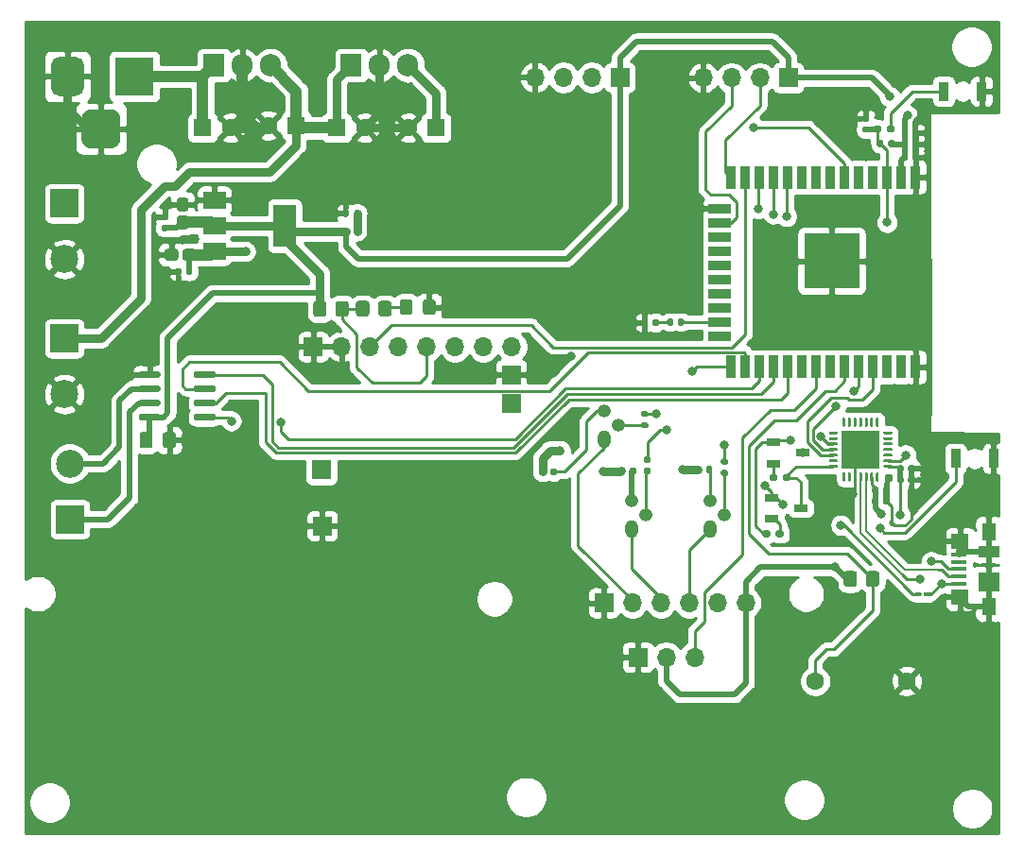
<source format=gbr>
%TF.GenerationSoftware,KiCad,Pcbnew,(5.1.8)-1*%
%TF.CreationDate,2021-07-02T09:49:44+03:00*%
%TF.ProjectId,Automation 101_Agriboard,4175746f-6d61-4746-996f-6e203130315f,rev?*%
%TF.SameCoordinates,Original*%
%TF.FileFunction,Copper,L1,Top*%
%TF.FilePolarity,Positive*%
%FSLAX46Y46*%
G04 Gerber Fmt 4.6, Leading zero omitted, Abs format (unit mm)*
G04 Created by KiCad (PCBNEW (5.1.8)-1) date 2021-07-02 09:49:44*
%MOMM*%
%LPD*%
G01*
G04 APERTURE LIST*
%TA.AperFunction,ComponentPad*%
%ADD10R,1.600000X1.600000*%
%TD*%
%TA.AperFunction,ComponentPad*%
%ADD11C,1.600000*%
%TD*%
%TA.AperFunction,SMDPad,CuDef*%
%ADD12R,1.380000X0.450000*%
%TD*%
%TA.AperFunction,SMDPad,CuDef*%
%ADD13R,1.550000X1.425000*%
%TD*%
%TA.AperFunction,SMDPad,CuDef*%
%ADD14R,1.300000X1.650000*%
%TD*%
%TA.AperFunction,SMDPad,CuDef*%
%ADD15R,1.900000X1.800000*%
%TD*%
%TA.AperFunction,SMDPad,CuDef*%
%ADD16R,1.900000X1.000000*%
%TD*%
%TA.AperFunction,ComponentPad*%
%ADD17C,2.500000*%
%TD*%
%TA.AperFunction,ComponentPad*%
%ADD18R,2.500000X2.500000*%
%TD*%
%TA.AperFunction,ComponentPad*%
%ADD19R,3.500000X3.500000*%
%TD*%
%TA.AperFunction,ComponentPad*%
%ADD20R,1.700000X1.700000*%
%TD*%
%TA.AperFunction,ComponentPad*%
%ADD21O,1.700000X1.700000*%
%TD*%
%TA.AperFunction,SMDPad,CuDef*%
%ADD22R,1.220000X0.650000*%
%TD*%
%TA.AperFunction,ComponentPad*%
%ADD23O,1.200000X1.600000*%
%TD*%
%TA.AperFunction,ComponentPad*%
%ADD24O,1.200000X1.200000*%
%TD*%
%TA.AperFunction,SMDPad,CuDef*%
%ADD25R,0.900000X1.700000*%
%TD*%
%TA.AperFunction,ComponentPad*%
%ADD26O,1.905000X2.000000*%
%TD*%
%TA.AperFunction,ComponentPad*%
%ADD27R,1.905000X2.000000*%
%TD*%
%TA.AperFunction,SMDPad,CuDef*%
%ADD28R,3.350000X3.350000*%
%TD*%
%TA.AperFunction,SMDPad,CuDef*%
%ADD29R,5.000000X5.000000*%
%TD*%
%TA.AperFunction,SMDPad,CuDef*%
%ADD30R,0.900000X2.000000*%
%TD*%
%TA.AperFunction,SMDPad,CuDef*%
%ADD31R,2.000000X0.900000*%
%TD*%
%TA.AperFunction,SMDPad,CuDef*%
%ADD32R,2.000000X3.800000*%
%TD*%
%TA.AperFunction,SMDPad,CuDef*%
%ADD33R,2.000000X1.500000*%
%TD*%
%TA.AperFunction,ViaPad*%
%ADD34C,0.800000*%
%TD*%
%TA.AperFunction,Conductor*%
%ADD35C,0.500000*%
%TD*%
%TA.AperFunction,Conductor*%
%ADD36C,0.750000*%
%TD*%
%TA.AperFunction,Conductor*%
%ADD37C,1.000000*%
%TD*%
%TA.AperFunction,Conductor*%
%ADD38C,0.250000*%
%TD*%
%TA.AperFunction,Conductor*%
%ADD39C,0.200000*%
%TD*%
%TA.AperFunction,Conductor*%
%ADD40C,0.254000*%
%TD*%
%TA.AperFunction,Conductor*%
%ADD41C,0.100000*%
%TD*%
G04 APERTURE END LIST*
%TO.P,C2,1*%
%TO.N,GND*%
%TA.AperFunction,SMDPad,CuDef*%
G36*
G01*
X133070000Y-40030000D02*
X133410000Y-40030000D01*
G75*
G02*
X133550000Y-40170000I0J-140000D01*
G01*
X133550000Y-40450000D01*
G75*
G02*
X133410000Y-40590000I-140000J0D01*
G01*
X133070000Y-40590000D01*
G75*
G02*
X132930000Y-40450000I0J140000D01*
G01*
X132930000Y-40170000D01*
G75*
G02*
X133070000Y-40030000I140000J0D01*
G01*
G37*
%TD.AperFunction*%
%TO.P,C2,2*%
%TO.N,EN*%
%TA.AperFunction,SMDPad,CuDef*%
G36*
G01*
X133070000Y-40990000D02*
X133410000Y-40990000D01*
G75*
G02*
X133550000Y-41130000I0J-140000D01*
G01*
X133550000Y-41410000D01*
G75*
G02*
X133410000Y-41550000I-140000J0D01*
G01*
X133070000Y-41550000D01*
G75*
G02*
X132930000Y-41410000I0J140000D01*
G01*
X132930000Y-41130000D01*
G75*
G02*
X133070000Y-40990000I140000J0D01*
G01*
G37*
%TD.AperFunction*%
%TD*%
%TO.P,C3,2*%
%TO.N,GND*%
%TA.AperFunction,SMDPad,CuDef*%
G36*
G01*
X137410000Y-43920000D02*
X137410000Y-43580000D01*
G75*
G02*
X137550000Y-43440000I140000J0D01*
G01*
X137830000Y-43440000D01*
G75*
G02*
X137970000Y-43580000I0J-140000D01*
G01*
X137970000Y-43920000D01*
G75*
G02*
X137830000Y-44060000I-140000J0D01*
G01*
X137550000Y-44060000D01*
G75*
G02*
X137410000Y-43920000I0J140000D01*
G01*
G37*
%TD.AperFunction*%
%TO.P,C3,1*%
%TO.N,+3V3*%
%TA.AperFunction,SMDPad,CuDef*%
G36*
G01*
X136450000Y-43920000D02*
X136450000Y-43580000D01*
G75*
G02*
X136590000Y-43440000I140000J0D01*
G01*
X136870000Y-43440000D01*
G75*
G02*
X137010000Y-43580000I0J-140000D01*
G01*
X137010000Y-43920000D01*
G75*
G02*
X136870000Y-44060000I-140000J0D01*
G01*
X136590000Y-44060000D01*
G75*
G02*
X136450000Y-43920000I0J140000D01*
G01*
G37*
%TD.AperFunction*%
%TD*%
%TO.P,C4,1*%
%TO.N,+3V3*%
%TA.AperFunction,SMDPad,CuDef*%
G36*
G01*
X136450000Y-42760000D02*
X136450000Y-42420000D01*
G75*
G02*
X136590000Y-42280000I140000J0D01*
G01*
X136870000Y-42280000D01*
G75*
G02*
X137010000Y-42420000I0J-140000D01*
G01*
X137010000Y-42760000D01*
G75*
G02*
X136870000Y-42900000I-140000J0D01*
G01*
X136590000Y-42900000D01*
G75*
G02*
X136450000Y-42760000I0J140000D01*
G01*
G37*
%TD.AperFunction*%
%TO.P,C4,2*%
%TO.N,GND*%
%TA.AperFunction,SMDPad,CuDef*%
G36*
G01*
X137410000Y-42760000D02*
X137410000Y-42420000D01*
G75*
G02*
X137550000Y-42280000I140000J0D01*
G01*
X137830000Y-42280000D01*
G75*
G02*
X137970000Y-42420000I0J-140000D01*
G01*
X137970000Y-42760000D01*
G75*
G02*
X137830000Y-42900000I-140000J0D01*
G01*
X137550000Y-42900000D01*
G75*
G02*
X137410000Y-42760000I0J140000D01*
G01*
G37*
%TD.AperFunction*%
%TD*%
%TO.P,C5,2*%
%TO.N,GND*%
%TA.AperFunction,SMDPad,CuDef*%
G36*
G01*
X134780000Y-73750000D02*
X134780000Y-73410000D01*
G75*
G02*
X134920000Y-73270000I140000J0D01*
G01*
X135200000Y-73270000D01*
G75*
G02*
X135340000Y-73410000I0J-140000D01*
G01*
X135340000Y-73750000D01*
G75*
G02*
X135200000Y-73890000I-140000J0D01*
G01*
X134920000Y-73890000D01*
G75*
G02*
X134780000Y-73750000I0J140000D01*
G01*
G37*
%TD.AperFunction*%
%TO.P,C5,1*%
%TO.N,+3V3*%
%TA.AperFunction,SMDPad,CuDef*%
G36*
G01*
X133820000Y-73750000D02*
X133820000Y-73410000D01*
G75*
G02*
X133960000Y-73270000I140000J0D01*
G01*
X134240000Y-73270000D01*
G75*
G02*
X134380000Y-73410000I0J-140000D01*
G01*
X134380000Y-73750000D01*
G75*
G02*
X134240000Y-73890000I-140000J0D01*
G01*
X133960000Y-73890000D01*
G75*
G02*
X133820000Y-73750000I0J140000D01*
G01*
G37*
%TD.AperFunction*%
%TD*%
%TO.P,C6,2*%
%TO.N,GND*%
%TA.AperFunction,SMDPad,CuDef*%
G36*
G01*
X134780000Y-74750000D02*
X134780000Y-74410000D01*
G75*
G02*
X134920000Y-74270000I140000J0D01*
G01*
X135200000Y-74270000D01*
G75*
G02*
X135340000Y-74410000I0J-140000D01*
G01*
X135340000Y-74750000D01*
G75*
G02*
X135200000Y-74890000I-140000J0D01*
G01*
X134920000Y-74890000D01*
G75*
G02*
X134780000Y-74750000I0J140000D01*
G01*
G37*
%TD.AperFunction*%
%TO.P,C6,1*%
%TO.N,+3V3*%
%TA.AperFunction,SMDPad,CuDef*%
G36*
G01*
X133820000Y-74750000D02*
X133820000Y-74410000D01*
G75*
G02*
X133960000Y-74270000I140000J0D01*
G01*
X134240000Y-74270000D01*
G75*
G02*
X134380000Y-74410000I0J-140000D01*
G01*
X134380000Y-74750000D01*
G75*
G02*
X134240000Y-74890000I-140000J0D01*
G01*
X133960000Y-74890000D01*
G75*
G02*
X133820000Y-74750000I0J140000D01*
G01*
G37*
%TD.AperFunction*%
%TD*%
D10*
%TO.P,C7,1*%
%TO.N,+24V*%
X73860000Y-41120000D03*
D11*
%TO.P,C7,2*%
%TO.N,GND*%
X76360000Y-41120000D03*
%TD*%
%TO.P,C8,2*%
%TO.N,GND*%
%TA.AperFunction,SMDPad,CuDef*%
G36*
G01*
X137040000Y-72840000D02*
X137040000Y-72500000D01*
G75*
G02*
X137180000Y-72360000I140000J0D01*
G01*
X137460000Y-72360000D01*
G75*
G02*
X137600000Y-72500000I0J-140000D01*
G01*
X137600000Y-72840000D01*
G75*
G02*
X137460000Y-72980000I-140000J0D01*
G01*
X137180000Y-72980000D01*
G75*
G02*
X137040000Y-72840000I0J140000D01*
G01*
G37*
%TD.AperFunction*%
%TO.P,C8,1*%
%TO.N,VBUS*%
%TA.AperFunction,SMDPad,CuDef*%
G36*
G01*
X136080000Y-72840000D02*
X136080000Y-72500000D01*
G75*
G02*
X136220000Y-72360000I140000J0D01*
G01*
X136500000Y-72360000D01*
G75*
G02*
X136640000Y-72500000I0J-140000D01*
G01*
X136640000Y-72840000D01*
G75*
G02*
X136500000Y-72980000I-140000J0D01*
G01*
X136220000Y-72980000D01*
G75*
G02*
X136080000Y-72840000I0J140000D01*
G01*
G37*
%TD.AperFunction*%
%TD*%
%TO.P,C9,2*%
%TO.N,GND*%
%TA.AperFunction,SMDPad,CuDef*%
G36*
G01*
X71695000Y-52224999D02*
X71695000Y-52775001D01*
G75*
G02*
X71445001Y-53025000I-249999J0D01*
G01*
X70694999Y-53025000D01*
G75*
G02*
X70445000Y-52775001I0J249999D01*
G01*
X70445000Y-52224999D01*
G75*
G02*
X70694999Y-51975000I249999J0D01*
G01*
X71445001Y-51975000D01*
G75*
G02*
X71695000Y-52224999I0J-249999D01*
G01*
G37*
%TD.AperFunction*%
%TO.P,C9,1*%
%TO.N,Vin*%
%TA.AperFunction,SMDPad,CuDef*%
G36*
G01*
X73295000Y-52224999D02*
X73295000Y-52775001D01*
G75*
G02*
X73045001Y-53025000I-249999J0D01*
G01*
X72294999Y-53025000D01*
G75*
G02*
X72045000Y-52775001I0J249999D01*
G01*
X72045000Y-52224999D01*
G75*
G02*
X72294999Y-51975000I249999J0D01*
G01*
X73045001Y-51975000D01*
G75*
G02*
X73295000Y-52224999I0J-249999D01*
G01*
G37*
%TD.AperFunction*%
%TD*%
%TO.P,C10,1*%
%TO.N,VBUS*%
%TA.AperFunction,SMDPad,CuDef*%
G36*
G01*
X136080000Y-71830000D02*
X136080000Y-71490000D01*
G75*
G02*
X136220000Y-71350000I140000J0D01*
G01*
X136500000Y-71350000D01*
G75*
G02*
X136640000Y-71490000I0J-140000D01*
G01*
X136640000Y-71830000D01*
G75*
G02*
X136500000Y-71970000I-140000J0D01*
G01*
X136220000Y-71970000D01*
G75*
G02*
X136080000Y-71830000I0J140000D01*
G01*
G37*
%TD.AperFunction*%
%TO.P,C10,2*%
%TO.N,GND*%
%TA.AperFunction,SMDPad,CuDef*%
G36*
G01*
X137040000Y-71830000D02*
X137040000Y-71490000D01*
G75*
G02*
X137180000Y-71350000I140000J0D01*
G01*
X137460000Y-71350000D01*
G75*
G02*
X137600000Y-71490000I0J-140000D01*
G01*
X137600000Y-71830000D01*
G75*
G02*
X137460000Y-71970000I-140000J0D01*
G01*
X137180000Y-71970000D01*
G75*
G02*
X137040000Y-71830000I0J140000D01*
G01*
G37*
%TD.AperFunction*%
%TD*%
%TO.P,C11,1*%
%TO.N,+3V3*%
%TA.AperFunction,SMDPad,CuDef*%
G36*
G01*
X136460000Y-41730000D02*
X136460000Y-41390000D01*
G75*
G02*
X136600000Y-41250000I140000J0D01*
G01*
X136880000Y-41250000D01*
G75*
G02*
X137020000Y-41390000I0J-140000D01*
G01*
X137020000Y-41730000D01*
G75*
G02*
X136880000Y-41870000I-140000J0D01*
G01*
X136600000Y-41870000D01*
G75*
G02*
X136460000Y-41730000I0J140000D01*
G01*
G37*
%TD.AperFunction*%
%TO.P,C11,2*%
%TO.N,GND*%
%TA.AperFunction,SMDPad,CuDef*%
G36*
G01*
X137420000Y-41730000D02*
X137420000Y-41390000D01*
G75*
G02*
X137560000Y-41250000I140000J0D01*
G01*
X137840000Y-41250000D01*
G75*
G02*
X137980000Y-41390000I0J-140000D01*
G01*
X137980000Y-41730000D01*
G75*
G02*
X137840000Y-41870000I-140000J0D01*
G01*
X137560000Y-41870000D01*
G75*
G02*
X137420000Y-41730000I0J140000D01*
G01*
G37*
%TD.AperFunction*%
%TD*%
%TO.P,C12,1*%
%TO.N,Vin*%
%TA.AperFunction,SMDPad,CuDef*%
G36*
G01*
X72930000Y-53830000D02*
X72930000Y-54170000D01*
G75*
G02*
X72790000Y-54310000I-140000J0D01*
G01*
X72510000Y-54310000D01*
G75*
G02*
X72370000Y-54170000I0J140000D01*
G01*
X72370000Y-53830000D01*
G75*
G02*
X72510000Y-53690000I140000J0D01*
G01*
X72790000Y-53690000D01*
G75*
G02*
X72930000Y-53830000I0J-140000D01*
G01*
G37*
%TD.AperFunction*%
%TO.P,C12,2*%
%TO.N,GND*%
%TA.AperFunction,SMDPad,CuDef*%
G36*
G01*
X71970000Y-53830000D02*
X71970000Y-54170000D01*
G75*
G02*
X71830000Y-54310000I-140000J0D01*
G01*
X71550000Y-54310000D01*
G75*
G02*
X71410000Y-54170000I0J140000D01*
G01*
X71410000Y-53830000D01*
G75*
G02*
X71550000Y-53690000I140000J0D01*
G01*
X71830000Y-53690000D01*
G75*
G02*
X71970000Y-53830000I0J-140000D01*
G01*
G37*
%TD.AperFunction*%
%TD*%
%TO.P,C13,2*%
%TO.N,GND*%
X79760000Y-40920000D03*
D10*
%TO.P,C13,1*%
%TO.N,+12V*%
X82260000Y-40920000D03*
%TD*%
%TO.P,C14,1*%
%TO.N,+3V3*%
%TA.AperFunction,SMDPad,CuDef*%
G36*
G01*
X72345001Y-50225000D02*
X71794999Y-50225000D01*
G75*
G02*
X71545000Y-49975001I0J249999D01*
G01*
X71545000Y-49224999D01*
G75*
G02*
X71794999Y-48975000I249999J0D01*
G01*
X72345001Y-48975000D01*
G75*
G02*
X72595000Y-49224999I0J-249999D01*
G01*
X72595000Y-49975001D01*
G75*
G02*
X72345001Y-50225000I-249999J0D01*
G01*
G37*
%TD.AperFunction*%
%TO.P,C14,2*%
%TO.N,GND*%
%TA.AperFunction,SMDPad,CuDef*%
G36*
G01*
X72345001Y-48625000D02*
X71794999Y-48625000D01*
G75*
G02*
X71545000Y-48375001I0J249999D01*
G01*
X71545000Y-47624999D01*
G75*
G02*
X71794999Y-47375000I249999J0D01*
G01*
X72345001Y-47375000D01*
G75*
G02*
X72595000Y-47624999I0J-249999D01*
G01*
X72595000Y-48375001D01*
G75*
G02*
X72345001Y-48625000I-249999J0D01*
G01*
G37*
%TD.AperFunction*%
%TD*%
%TO.P,C15,2*%
%TO.N,GND*%
%TA.AperFunction,SMDPad,CuDef*%
G36*
G01*
X70640000Y-49420000D02*
X70300000Y-49420000D01*
G75*
G02*
X70160000Y-49280000I0J140000D01*
G01*
X70160000Y-49000000D01*
G75*
G02*
X70300000Y-48860000I140000J0D01*
G01*
X70640000Y-48860000D01*
G75*
G02*
X70780000Y-49000000I0J-140000D01*
G01*
X70780000Y-49280000D01*
G75*
G02*
X70640000Y-49420000I-140000J0D01*
G01*
G37*
%TD.AperFunction*%
%TO.P,C15,1*%
%TO.N,+3V3*%
%TA.AperFunction,SMDPad,CuDef*%
G36*
G01*
X70640000Y-50380000D02*
X70300000Y-50380000D01*
G75*
G02*
X70160000Y-50240000I0J140000D01*
G01*
X70160000Y-49960000D01*
G75*
G02*
X70300000Y-49820000I140000J0D01*
G01*
X70640000Y-49820000D01*
G75*
G02*
X70780000Y-49960000I0J-140000D01*
G01*
X70780000Y-50240000D01*
G75*
G02*
X70640000Y-50380000I-140000J0D01*
G01*
G37*
%TD.AperFunction*%
%TD*%
%TO.P,C16,1*%
%TO.N,+12V*%
X85860000Y-41120000D03*
D11*
%TO.P,C16,2*%
%TO.N,GND*%
X88360000Y-41120000D03*
%TD*%
%TO.P,C17,2*%
%TO.N,GND*%
X92260000Y-41120000D03*
D10*
%TO.P,C17,1*%
%TO.N,Vin*%
X94760000Y-41120000D03*
%TD*%
%TO.P,D1,2*%
%TO.N,+3V3*%
%TA.AperFunction,SMDPad,CuDef*%
G36*
G01*
X87010000Y-50217500D02*
X87010000Y-50562500D01*
G75*
G02*
X86862500Y-50710000I-147500J0D01*
G01*
X86567500Y-50710000D01*
G75*
G02*
X86420000Y-50562500I0J147500D01*
G01*
X86420000Y-50217500D01*
G75*
G02*
X86567500Y-50070000I147500J0D01*
G01*
X86862500Y-50070000D01*
G75*
G02*
X87010000Y-50217500I0J-147500D01*
G01*
G37*
%TD.AperFunction*%
%TO.P,D1,1*%
%TO.N,Net-(D1-Pad1)*%
%TA.AperFunction,SMDPad,CuDef*%
G36*
G01*
X87980000Y-50217500D02*
X87980000Y-50562500D01*
G75*
G02*
X87832500Y-50710000I-147500J0D01*
G01*
X87537500Y-50710000D01*
G75*
G02*
X87390000Y-50562500I0J147500D01*
G01*
X87390000Y-50217500D01*
G75*
G02*
X87537500Y-50070000I147500J0D01*
G01*
X87832500Y-50070000D01*
G75*
G02*
X87980000Y-50217500I0J-147500D01*
G01*
G37*
%TD.AperFunction*%
%TD*%
%TO.P,D2,1*%
%TO.N,Net-(D2-Pad1)*%
%TA.AperFunction,SMDPad,CuDef*%
G36*
G01*
X115430000Y-58702500D02*
X115430000Y-58357500D01*
G75*
G02*
X115577500Y-58210000I147500J0D01*
G01*
X115872500Y-58210000D01*
G75*
G02*
X116020000Y-58357500I0J-147500D01*
G01*
X116020000Y-58702500D01*
G75*
G02*
X115872500Y-58850000I-147500J0D01*
G01*
X115577500Y-58850000D01*
G75*
G02*
X115430000Y-58702500I0J147500D01*
G01*
G37*
%TD.AperFunction*%
%TO.P,D2,2*%
%TO.N,IO15*%
%TA.AperFunction,SMDPad,CuDef*%
G36*
G01*
X116400000Y-58702500D02*
X116400000Y-58357500D01*
G75*
G02*
X116547500Y-58210000I147500J0D01*
G01*
X116842500Y-58210000D01*
G75*
G02*
X116990000Y-58357500I0J-147500D01*
G01*
X116990000Y-58702500D01*
G75*
G02*
X116842500Y-58850000I-147500J0D01*
G01*
X116547500Y-58850000D01*
G75*
G02*
X116400000Y-58702500I0J147500D01*
G01*
G37*
%TD.AperFunction*%
%TD*%
%TO.P,D3,1*%
%TO.N,Vin*%
%TA.AperFunction,SMDPad,CuDef*%
G36*
G01*
X137615000Y-83020000D02*
X137615000Y-82820000D01*
G75*
G02*
X137715000Y-82720000I100000J0D01*
G01*
X138150000Y-82720000D01*
G75*
G02*
X138250000Y-82820000I0J-100000D01*
G01*
X138250000Y-83020000D01*
G75*
G02*
X138150000Y-83120000I-100000J0D01*
G01*
X137715000Y-83120000D01*
G75*
G02*
X137615000Y-83020000I0J100000D01*
G01*
G37*
%TD.AperFunction*%
%TO.P,D3,2*%
%TO.N,VBUS*%
%TA.AperFunction,SMDPad,CuDef*%
G36*
G01*
X138430000Y-83020000D02*
X138430000Y-82820000D01*
G75*
G02*
X138530000Y-82720000I100000J0D01*
G01*
X138965000Y-82720000D01*
G75*
G02*
X139065000Y-82820000I0J-100000D01*
G01*
X139065000Y-83020000D01*
G75*
G02*
X138965000Y-83120000I-100000J0D01*
G01*
X138530000Y-83120000D01*
G75*
G02*
X138430000Y-83020000I0J100000D01*
G01*
G37*
%TD.AperFunction*%
%TD*%
%TO.P,D4,1*%
%TO.N,GND*%
%TA.AperFunction,SMDPad,CuDef*%
G36*
G01*
X94725000Y-56739999D02*
X94725000Y-57640001D01*
G75*
G02*
X94475001Y-57890000I-249999J0D01*
G01*
X93824999Y-57890000D01*
G75*
G02*
X93575000Y-57640001I0J249999D01*
G01*
X93575000Y-56739999D01*
G75*
G02*
X93824999Y-56490000I249999J0D01*
G01*
X94475001Y-56490000D01*
G75*
G02*
X94725000Y-56739999I0J-249999D01*
G01*
G37*
%TD.AperFunction*%
%TO.P,D4,2*%
%TO.N,Net-(D4-Pad2)*%
%TA.AperFunction,SMDPad,CuDef*%
G36*
G01*
X92675000Y-56739999D02*
X92675000Y-57640001D01*
G75*
G02*
X92425001Y-57890000I-249999J0D01*
G01*
X91774999Y-57890000D01*
G75*
G02*
X91525000Y-57640001I0J249999D01*
G01*
X91525000Y-56739999D01*
G75*
G02*
X91774999Y-56490000I249999J0D01*
G01*
X92425001Y-56490000D01*
G75*
G02*
X92675000Y-56739999I0J-249999D01*
G01*
G37*
%TD.AperFunction*%
%TD*%
D12*
%TO.P,J1,1*%
%TO.N,VBUS*%
X141590000Y-81970000D03*
%TO.P,J1,2*%
%TO.N,D-*%
X141590000Y-81320000D03*
%TO.P,J1,3*%
%TO.N,D+*%
X141590000Y-80670000D03*
%TO.P,J1,4*%
%TO.N,N/C*%
X141590000Y-80020000D03*
%TO.P,J1,5*%
%TO.N,GND*%
X141590000Y-79370000D03*
D13*
%TO.P,J1,6*%
X141675000Y-83157500D03*
X141675000Y-78182500D03*
D14*
X144250000Y-84045000D03*
X144250000Y-77295000D03*
D15*
X144250000Y-81820000D03*
D16*
X144250000Y-79120000D03*
%TD*%
D17*
%TO.P,J2,2*%
%TO.N,GND*%
X61470000Y-52900000D03*
D18*
%TO.P,J2,1*%
%TO.N,+24V*%
X61470000Y-47900000D03*
%TD*%
D19*
%TO.P,J3,1*%
%TO.N,+24V*%
X67760000Y-36520000D03*
%TO.P,J3,2*%
%TO.N,GND*%
%TA.AperFunction,ComponentPad*%
G36*
G01*
X60260000Y-37520000D02*
X60260000Y-35520000D01*
G75*
G02*
X61010000Y-34770000I750000J0D01*
G01*
X62510000Y-34770000D01*
G75*
G02*
X63260000Y-35520000I0J-750000D01*
G01*
X63260000Y-37520000D01*
G75*
G02*
X62510000Y-38270000I-750000J0D01*
G01*
X61010000Y-38270000D01*
G75*
G02*
X60260000Y-37520000I0J750000D01*
G01*
G37*
%TD.AperFunction*%
%TO.P,J3,3*%
%TA.AperFunction,ComponentPad*%
G36*
G01*
X63010000Y-42095000D02*
X63010000Y-40345000D01*
G75*
G02*
X63885000Y-39470000I875000J0D01*
G01*
X65635000Y-39470000D01*
G75*
G02*
X66510000Y-40345000I0J-875000D01*
G01*
X66510000Y-42095000D01*
G75*
G02*
X65635000Y-42970000I-875000J0D01*
G01*
X63885000Y-42970000D01*
G75*
G02*
X63010000Y-42095000I0J875000D01*
G01*
G37*
%TD.AperFunction*%
%TD*%
D20*
%TO.P,J4,1*%
%TO.N,+3V3*%
X126300000Y-36650000D03*
D21*
%TO.P,J4,2*%
%TO.N,Trigger*%
X123760000Y-36650000D03*
%TO.P,J4,3*%
%TO.N,Echo*%
X121220000Y-36650000D03*
%TO.P,J4,4*%
%TO.N,GND*%
X118680000Y-36650000D03*
%TD*%
D18*
%TO.P,J5,1*%
%TO.N,Net-(J5-Pad1)*%
X61970000Y-76200000D03*
D17*
%TO.P,J5,2*%
%TO.N,Net-(J5-Pad2)*%
X61970000Y-71200000D03*
%TD*%
D21*
%TO.P,J6,4*%
%TO.N,GND*%
X103620000Y-36610000D03*
%TO.P,J6,3*%
%TO.N,N/C*%
X106160000Y-36610000D03*
%TO.P,J6,2*%
%TO.N,DHTPIN*%
X108700000Y-36610000D03*
D20*
%TO.P,J6,1*%
%TO.N,+3V3*%
X111240000Y-36610000D03*
%TD*%
%TO.P,J7,1*%
%TO.N,GND*%
X112830000Y-88560000D03*
D21*
%TO.P,J7,2*%
%TO.N,+3V3*%
X115370000Y-88560000D03*
%TO.P,J7,3*%
%TO.N,PH_Meter_Pin*%
X117910000Y-88560000D03*
%TD*%
D20*
%TO.P,J8,1*%
%TO.N,GND*%
X109810000Y-83690000D03*
D21*
%TO.P,J8,2*%
%TO.N,HEATER_RELAY*%
X112350000Y-83690000D03*
%TO.P,J8,3*%
%TO.N,FAN_RELAY*%
X114890000Y-83690000D03*
%TO.P,J8,4*%
%TO.N,HUMIDIFIER_RELAY*%
X117430000Y-83690000D03*
%TO.P,J8,5*%
%TO.N,N/C*%
X119970000Y-83690000D03*
%TO.P,J8,6*%
%TO.N,+3V3*%
X122510000Y-83690000D03*
%TD*%
D20*
%TO.P,J9,1*%
%TO.N,GND*%
X83760000Y-60740000D03*
D21*
%TO.P,J9,2*%
X86300000Y-60740000D03*
%TO.P,J9,3*%
%TO.N,PWM_PUMP*%
X88840000Y-60740000D03*
%TO.P,J9,4*%
%TO.N,+3V3*%
X91380000Y-60740000D03*
%TO.P,J9,5*%
%TO.N,FAULT_PIN*%
X93920000Y-60740000D03*
%TO.P,J9,6*%
%TO.N,N/C*%
X96460000Y-60740000D03*
%TO.P,J9,7*%
X99000000Y-60740000D03*
%TO.P,J9,8*%
%TO.N,VM*%
X101540000Y-60740000D03*
%TD*%
D20*
%TO.P,J10,1*%
%TO.N,GND*%
X84580000Y-76810000D03*
%TD*%
%TO.P,J11,1*%
%TO.N,VM*%
X84500000Y-71790000D03*
%TD*%
%TO.P,J12,1*%
%TO.N,+3V3*%
X101500000Y-65860000D03*
%TD*%
%TO.P,J13,1*%
%TO.N,GND*%
X101500000Y-63260000D03*
%TD*%
D18*
%TO.P,J14,1*%
%TO.N,+12V*%
X61470000Y-60000000D03*
D17*
%TO.P,J14,2*%
%TO.N,GND*%
X61470000Y-65000000D03*
%TD*%
D22*
%TO.P,Q1,3*%
%TO.N,EN*%
X127560000Y-70250000D03*
%TO.P,Q1,2*%
%TO.N,Net-(Q1-Pad2)*%
X124940000Y-71200000D03*
%TO.P,Q1,1*%
%TO.N,RTS*%
X124940000Y-69300000D03*
%TD*%
%TO.P,Q2,1*%
%TO.N,IO0*%
X124810000Y-74250000D03*
%TO.P,Q2,2*%
%TO.N,Net-(Q2-Pad2)*%
X124810000Y-76150000D03*
%TO.P,Q2,3*%
%TO.N,DTR*%
X127430000Y-75200000D03*
%TD*%
D23*
%TO.P,Q3,1*%
%TO.N,HUMIDIFIER_RELAY*%
X119290000Y-77060000D03*
D24*
%TO.P,Q3,2*%
%TO.N,Net-(Q3-Pad2)*%
X120560000Y-75790000D03*
%TO.P,Q3,3*%
%TO.N,Net-(Q3-Pad3)*%
X119290000Y-74520000D03*
%TD*%
D23*
%TO.P,Q4,1*%
%TO.N,FAN_RELAY*%
X112290000Y-77100000D03*
D24*
%TO.P,Q4,2*%
%TO.N,Net-(Q4-Pad2)*%
X113560000Y-75830000D03*
%TO.P,Q4,3*%
%TO.N,Net-(Q4-Pad3)*%
X112290000Y-74560000D03*
%TD*%
%TO.P,Q5,3*%
%TO.N,Net-(Q5-Pad3)*%
X109820000Y-66510000D03*
%TO.P,Q5,2*%
%TO.N,Net-(Q5-Pad2)*%
X111090000Y-67780000D03*
D23*
%TO.P,Q5,1*%
%TO.N,HEATER_RELAY*%
X109820000Y-69050000D03*
%TD*%
%TO.P,R1,1*%
%TO.N,EN*%
%TA.AperFunction,SMDPad,CuDef*%
G36*
G01*
X133907500Y-41390000D02*
X133907500Y-41070000D01*
G75*
G02*
X134067500Y-40910000I160000J0D01*
G01*
X134462500Y-40910000D01*
G75*
G02*
X134622500Y-41070000I0J-160000D01*
G01*
X134622500Y-41390000D01*
G75*
G02*
X134462500Y-41550000I-160000J0D01*
G01*
X134067500Y-41550000D01*
G75*
G02*
X133907500Y-41390000I0J160000D01*
G01*
G37*
%TD.AperFunction*%
%TO.P,R1,2*%
%TO.N,Net-(R1-Pad2)*%
%TA.AperFunction,SMDPad,CuDef*%
G36*
G01*
X135102500Y-41390000D02*
X135102500Y-41070000D01*
G75*
G02*
X135262500Y-40910000I160000J0D01*
G01*
X135657500Y-40910000D01*
G75*
G02*
X135817500Y-41070000I0J-160000D01*
G01*
X135817500Y-41390000D01*
G75*
G02*
X135657500Y-41550000I-160000J0D01*
G01*
X135262500Y-41550000D01*
G75*
G02*
X135102500Y-41390000I0J160000D01*
G01*
G37*
%TD.AperFunction*%
%TD*%
%TO.P,R2,1*%
%TO.N,+3V3*%
%TA.AperFunction,SMDPad,CuDef*%
G36*
G01*
X135800000Y-42345000D02*
X135800000Y-42715000D01*
G75*
G02*
X135665000Y-42850000I-135000J0D01*
G01*
X135395000Y-42850000D01*
G75*
G02*
X135260000Y-42715000I0J135000D01*
G01*
X135260000Y-42345000D01*
G75*
G02*
X135395000Y-42210000I135000J0D01*
G01*
X135665000Y-42210000D01*
G75*
G02*
X135800000Y-42345000I0J-135000D01*
G01*
G37*
%TD.AperFunction*%
%TO.P,R2,2*%
%TO.N,EN*%
%TA.AperFunction,SMDPad,CuDef*%
G36*
G01*
X134780000Y-42345000D02*
X134780000Y-42715000D01*
G75*
G02*
X134645000Y-42850000I-135000J0D01*
G01*
X134375000Y-42850000D01*
G75*
G02*
X134240000Y-42715000I0J135000D01*
G01*
X134240000Y-42345000D01*
G75*
G02*
X134375000Y-42210000I135000J0D01*
G01*
X134645000Y-42210000D01*
G75*
G02*
X134780000Y-42345000I0J-135000D01*
G01*
G37*
%TD.AperFunction*%
%TD*%
%TO.P,R3,2*%
%TO.N,Net-(D1-Pad1)*%
%TA.AperFunction,SMDPad,CuDef*%
G36*
G01*
X87430000Y-48975000D02*
X87430000Y-48605000D01*
G75*
G02*
X87565000Y-48470000I135000J0D01*
G01*
X87835000Y-48470000D01*
G75*
G02*
X87970000Y-48605000I0J-135000D01*
G01*
X87970000Y-48975000D01*
G75*
G02*
X87835000Y-49110000I-135000J0D01*
G01*
X87565000Y-49110000D01*
G75*
G02*
X87430000Y-48975000I0J135000D01*
G01*
G37*
%TD.AperFunction*%
%TO.P,R3,1*%
%TO.N,GND*%
%TA.AperFunction,SMDPad,CuDef*%
G36*
G01*
X86410000Y-48975000D02*
X86410000Y-48605000D01*
G75*
G02*
X86545000Y-48470000I135000J0D01*
G01*
X86815000Y-48470000D01*
G75*
G02*
X86950000Y-48605000I0J-135000D01*
G01*
X86950000Y-48975000D01*
G75*
G02*
X86815000Y-49110000I-135000J0D01*
G01*
X86545000Y-49110000D01*
G75*
G02*
X86410000Y-48975000I0J135000D01*
G01*
G37*
%TD.AperFunction*%
%TD*%
%TO.P,R4,2*%
%TO.N,Net-(D2-Pad1)*%
%TA.AperFunction,SMDPad,CuDef*%
G36*
G01*
X114160000Y-58765000D02*
X114160000Y-58395000D01*
G75*
G02*
X114295000Y-58260000I135000J0D01*
G01*
X114565000Y-58260000D01*
G75*
G02*
X114700000Y-58395000I0J-135000D01*
G01*
X114700000Y-58765000D01*
G75*
G02*
X114565000Y-58900000I-135000J0D01*
G01*
X114295000Y-58900000D01*
G75*
G02*
X114160000Y-58765000I0J135000D01*
G01*
G37*
%TD.AperFunction*%
%TO.P,R4,1*%
%TO.N,GND*%
%TA.AperFunction,SMDPad,CuDef*%
G36*
G01*
X113140000Y-58765000D02*
X113140000Y-58395000D01*
G75*
G02*
X113275000Y-58260000I135000J0D01*
G01*
X113545000Y-58260000D01*
G75*
G02*
X113680000Y-58395000I0J-135000D01*
G01*
X113680000Y-58765000D01*
G75*
G02*
X113545000Y-58900000I-135000J0D01*
G01*
X113275000Y-58900000D01*
G75*
G02*
X113140000Y-58765000I0J135000D01*
G01*
G37*
%TD.AperFunction*%
%TD*%
%TO.P,R5,2*%
%TO.N,DTR*%
%TA.AperFunction,SMDPad,CuDef*%
G36*
G01*
X125817500Y-72640000D02*
X125817500Y-72320000D01*
G75*
G02*
X125977500Y-72160000I160000J0D01*
G01*
X126372500Y-72160000D01*
G75*
G02*
X126532500Y-72320000I0J-160000D01*
G01*
X126532500Y-72640000D01*
G75*
G02*
X126372500Y-72800000I-160000J0D01*
G01*
X125977500Y-72800000D01*
G75*
G02*
X125817500Y-72640000I0J160000D01*
G01*
G37*
%TD.AperFunction*%
%TO.P,R5,1*%
%TO.N,Net-(Q1-Pad2)*%
%TA.AperFunction,SMDPad,CuDef*%
G36*
G01*
X124622500Y-72640000D02*
X124622500Y-72320000D01*
G75*
G02*
X124782500Y-72160000I160000J0D01*
G01*
X125177500Y-72160000D01*
G75*
G02*
X125337500Y-72320000I0J-160000D01*
G01*
X125337500Y-72640000D01*
G75*
G02*
X125177500Y-72800000I-160000J0D01*
G01*
X124782500Y-72800000D01*
G75*
G02*
X124622500Y-72640000I0J160000D01*
G01*
G37*
%TD.AperFunction*%
%TD*%
%TO.P,R6,1*%
%TO.N,Net-(Q2-Pad2)*%
%TA.AperFunction,SMDPad,CuDef*%
G36*
G01*
X125897500Y-77350000D02*
X125897500Y-77670000D01*
G75*
G02*
X125737500Y-77830000I-160000J0D01*
G01*
X125342500Y-77830000D01*
G75*
G02*
X125182500Y-77670000I0J160000D01*
G01*
X125182500Y-77350000D01*
G75*
G02*
X125342500Y-77190000I160000J0D01*
G01*
X125737500Y-77190000D01*
G75*
G02*
X125897500Y-77350000I0J-160000D01*
G01*
G37*
%TD.AperFunction*%
%TO.P,R6,2*%
%TO.N,RTS*%
%TA.AperFunction,SMDPad,CuDef*%
G36*
G01*
X124702500Y-77350000D02*
X124702500Y-77670000D01*
G75*
G02*
X124542500Y-77830000I-160000J0D01*
G01*
X124147500Y-77830000D01*
G75*
G02*
X123987500Y-77670000I0J160000D01*
G01*
X123987500Y-77350000D01*
G75*
G02*
X124147500Y-77190000I160000J0D01*
G01*
X124542500Y-77190000D01*
G75*
G02*
X124702500Y-77350000I0J-160000D01*
G01*
G37*
%TD.AperFunction*%
%TD*%
%TO.P,R7,2*%
%TO.N,HUMIDIFIER*%
%TA.AperFunction,SMDPad,CuDef*%
G36*
G01*
X120775000Y-71310000D02*
X120405000Y-71310000D01*
G75*
G02*
X120270000Y-71175000I0J135000D01*
G01*
X120270000Y-70905000D01*
G75*
G02*
X120405000Y-70770000I135000J0D01*
G01*
X120775000Y-70770000D01*
G75*
G02*
X120910000Y-70905000I0J-135000D01*
G01*
X120910000Y-71175000D01*
G75*
G02*
X120775000Y-71310000I-135000J0D01*
G01*
G37*
%TD.AperFunction*%
%TO.P,R7,1*%
%TO.N,Net-(Q3-Pad2)*%
%TA.AperFunction,SMDPad,CuDef*%
G36*
G01*
X120775000Y-72330000D02*
X120405000Y-72330000D01*
G75*
G02*
X120270000Y-72195000I0J135000D01*
G01*
X120270000Y-71925000D01*
G75*
G02*
X120405000Y-71790000I135000J0D01*
G01*
X120775000Y-71790000D01*
G75*
G02*
X120910000Y-71925000I0J-135000D01*
G01*
X120910000Y-72195000D01*
G75*
G02*
X120775000Y-72330000I-135000J0D01*
G01*
G37*
%TD.AperFunction*%
%TD*%
%TO.P,R8,1*%
%TO.N,Vin*%
%TA.AperFunction,SMDPad,CuDef*%
G36*
G01*
X117920000Y-71945000D02*
X117920000Y-71575000D01*
G75*
G02*
X118055000Y-71440000I135000J0D01*
G01*
X118325000Y-71440000D01*
G75*
G02*
X118460000Y-71575000I0J-135000D01*
G01*
X118460000Y-71945000D01*
G75*
G02*
X118325000Y-72080000I-135000J0D01*
G01*
X118055000Y-72080000D01*
G75*
G02*
X117920000Y-71945000I0J135000D01*
G01*
G37*
%TD.AperFunction*%
%TO.P,R8,2*%
%TO.N,Net-(Q3-Pad3)*%
%TA.AperFunction,SMDPad,CuDef*%
G36*
G01*
X118940000Y-71945000D02*
X118940000Y-71575000D01*
G75*
G02*
X119075000Y-71440000I135000J0D01*
G01*
X119345000Y-71440000D01*
G75*
G02*
X119480000Y-71575000I0J-135000D01*
G01*
X119480000Y-71945000D01*
G75*
G02*
X119345000Y-72080000I-135000J0D01*
G01*
X119075000Y-72080000D01*
G75*
G02*
X118940000Y-71945000I0J135000D01*
G01*
G37*
%TD.AperFunction*%
%TD*%
%TO.P,R9,2*%
%TO.N,FAN*%
%TA.AperFunction,SMDPad,CuDef*%
G36*
G01*
X113875000Y-71130000D02*
X113505000Y-71130000D01*
G75*
G02*
X113370000Y-70995000I0J135000D01*
G01*
X113370000Y-70725000D01*
G75*
G02*
X113505000Y-70590000I135000J0D01*
G01*
X113875000Y-70590000D01*
G75*
G02*
X114010000Y-70725000I0J-135000D01*
G01*
X114010000Y-70995000D01*
G75*
G02*
X113875000Y-71130000I-135000J0D01*
G01*
G37*
%TD.AperFunction*%
%TO.P,R9,1*%
%TO.N,Net-(Q4-Pad2)*%
%TA.AperFunction,SMDPad,CuDef*%
G36*
G01*
X113875000Y-72150000D02*
X113505000Y-72150000D01*
G75*
G02*
X113370000Y-72015000I0J135000D01*
G01*
X113370000Y-71745000D01*
G75*
G02*
X113505000Y-71610000I135000J0D01*
G01*
X113875000Y-71610000D01*
G75*
G02*
X114010000Y-71745000I0J-135000D01*
G01*
X114010000Y-72015000D01*
G75*
G02*
X113875000Y-72150000I-135000J0D01*
G01*
G37*
%TD.AperFunction*%
%TD*%
%TO.P,R10,1*%
%TO.N,Vin*%
%TA.AperFunction,SMDPad,CuDef*%
G36*
G01*
X111100000Y-72045000D02*
X111100000Y-71675000D01*
G75*
G02*
X111235000Y-71540000I135000J0D01*
G01*
X111505000Y-71540000D01*
G75*
G02*
X111640000Y-71675000I0J-135000D01*
G01*
X111640000Y-72045000D01*
G75*
G02*
X111505000Y-72180000I-135000J0D01*
G01*
X111235000Y-72180000D01*
G75*
G02*
X111100000Y-72045000I0J135000D01*
G01*
G37*
%TD.AperFunction*%
%TO.P,R10,2*%
%TO.N,Net-(Q4-Pad3)*%
%TA.AperFunction,SMDPad,CuDef*%
G36*
G01*
X112120000Y-72045000D02*
X112120000Y-71675000D01*
G75*
G02*
X112255000Y-71540000I135000J0D01*
G01*
X112525000Y-71540000D01*
G75*
G02*
X112660000Y-71675000I0J-135000D01*
G01*
X112660000Y-72045000D01*
G75*
G02*
X112525000Y-72180000I-135000J0D01*
G01*
X112255000Y-72180000D01*
G75*
G02*
X112120000Y-72045000I0J135000D01*
G01*
G37*
%TD.AperFunction*%
%TD*%
%TO.P,R11,1*%
%TO.N,Net-(Q5-Pad2)*%
%TA.AperFunction,SMDPad,CuDef*%
G36*
G01*
X113625000Y-68060000D02*
X113255000Y-68060000D01*
G75*
G02*
X113120000Y-67925000I0J135000D01*
G01*
X113120000Y-67655000D01*
G75*
G02*
X113255000Y-67520000I135000J0D01*
G01*
X113625000Y-67520000D01*
G75*
G02*
X113760000Y-67655000I0J-135000D01*
G01*
X113760000Y-67925000D01*
G75*
G02*
X113625000Y-68060000I-135000J0D01*
G01*
G37*
%TD.AperFunction*%
%TO.P,R11,2*%
%TO.N,HEATER*%
%TA.AperFunction,SMDPad,CuDef*%
G36*
G01*
X113625000Y-67040000D02*
X113255000Y-67040000D01*
G75*
G02*
X113120000Y-66905000I0J135000D01*
G01*
X113120000Y-66635000D01*
G75*
G02*
X113255000Y-66500000I135000J0D01*
G01*
X113625000Y-66500000D01*
G75*
G02*
X113760000Y-66635000I0J-135000D01*
G01*
X113760000Y-66905000D01*
G75*
G02*
X113625000Y-67040000I-135000J0D01*
G01*
G37*
%TD.AperFunction*%
%TD*%
%TO.P,R12,1*%
%TO.N,+3V3*%
%TA.AperFunction,SMDPad,CuDef*%
G36*
G01*
X131260000Y-82000001D02*
X131260000Y-81099999D01*
G75*
G02*
X131509999Y-80850000I249999J0D01*
G01*
X132210001Y-80850000D01*
G75*
G02*
X132460000Y-81099999I0J-249999D01*
G01*
X132460000Y-82000001D01*
G75*
G02*
X132210001Y-82250000I-249999J0D01*
G01*
X131509999Y-82250000D01*
G75*
G02*
X131260000Y-82000001I0J249999D01*
G01*
G37*
%TD.AperFunction*%
%TO.P,R12,2*%
%TO.N,LDR_PIN*%
%TA.AperFunction,SMDPad,CuDef*%
G36*
G01*
X133260000Y-82000001D02*
X133260000Y-81099999D01*
G75*
G02*
X133509999Y-80850000I249999J0D01*
G01*
X134210001Y-80850000D01*
G75*
G02*
X134460000Y-81099999I0J-249999D01*
G01*
X134460000Y-82000001D01*
G75*
G02*
X134210001Y-82250000I-249999J0D01*
G01*
X133509999Y-82250000D01*
G75*
G02*
X133260000Y-82000001I0J249999D01*
G01*
G37*
%TD.AperFunction*%
%TD*%
D11*
%TO.P,R13,1*%
%TO.N,LDR_PIN*%
X128720000Y-90710000D03*
%TO.P,R13,2*%
%TO.N,GND*%
X136920000Y-90710000D03*
%TD*%
%TO.P,R14,1*%
%TO.N,Vin*%
%TA.AperFunction,SMDPad,CuDef*%
G36*
G01*
X104010000Y-72145000D02*
X104010000Y-71775000D01*
G75*
G02*
X104145000Y-71640000I135000J0D01*
G01*
X104415000Y-71640000D01*
G75*
G02*
X104550000Y-71775000I0J-135000D01*
G01*
X104550000Y-72145000D01*
G75*
G02*
X104415000Y-72280000I-135000J0D01*
G01*
X104145000Y-72280000D01*
G75*
G02*
X104010000Y-72145000I0J135000D01*
G01*
G37*
%TD.AperFunction*%
%TO.P,R14,2*%
%TO.N,Net-(Q5-Pad3)*%
%TA.AperFunction,SMDPad,CuDef*%
G36*
G01*
X105030000Y-72145000D02*
X105030000Y-71775000D01*
G75*
G02*
X105165000Y-71640000I135000J0D01*
G01*
X105435000Y-71640000D01*
G75*
G02*
X105570000Y-71775000I0J-135000D01*
G01*
X105570000Y-72145000D01*
G75*
G02*
X105435000Y-72280000I-135000J0D01*
G01*
X105165000Y-72280000D01*
G75*
G02*
X105030000Y-72145000I0J135000D01*
G01*
G37*
%TD.AperFunction*%
%TD*%
%TO.P,R15,2*%
%TO.N,FAULT_PIN*%
%TA.AperFunction,SMDPad,CuDef*%
G36*
G01*
X85750000Y-57810001D02*
X85750000Y-56909999D01*
G75*
G02*
X85999999Y-56660000I249999J0D01*
G01*
X86700001Y-56660000D01*
G75*
G02*
X86950000Y-56909999I0J-249999D01*
G01*
X86950000Y-57810001D01*
G75*
G02*
X86700001Y-58060000I-249999J0D01*
G01*
X85999999Y-58060000D01*
G75*
G02*
X85750000Y-57810001I0J249999D01*
G01*
G37*
%TD.AperFunction*%
%TO.P,R15,1*%
%TO.N,+3V3*%
%TA.AperFunction,SMDPad,CuDef*%
G36*
G01*
X83750000Y-57810001D02*
X83750000Y-56909999D01*
G75*
G02*
X83999999Y-56660000I249999J0D01*
G01*
X84700001Y-56660000D01*
G75*
G02*
X84950000Y-56909999I0J-249999D01*
G01*
X84950000Y-57810001D01*
G75*
G02*
X84700001Y-58060000I-249999J0D01*
G01*
X83999999Y-58060000D01*
G75*
G02*
X83750000Y-57810001I0J249999D01*
G01*
G37*
%TD.AperFunction*%
%TD*%
%TO.P,R16,1*%
%TO.N,FAULT_PIN*%
%TA.AperFunction,SMDPad,CuDef*%
G36*
G01*
X87590000Y-57780001D02*
X87590000Y-56879999D01*
G75*
G02*
X87839999Y-56630000I249999J0D01*
G01*
X88540001Y-56630000D01*
G75*
G02*
X88790000Y-56879999I0J-249999D01*
G01*
X88790000Y-57780001D01*
G75*
G02*
X88540001Y-58030000I-249999J0D01*
G01*
X87839999Y-58030000D01*
G75*
G02*
X87590000Y-57780001I0J249999D01*
G01*
G37*
%TD.AperFunction*%
%TO.P,R16,2*%
%TO.N,Net-(D4-Pad2)*%
%TA.AperFunction,SMDPad,CuDef*%
G36*
G01*
X89590000Y-57780001D02*
X89590000Y-56879999D01*
G75*
G02*
X89839999Y-56630000I249999J0D01*
G01*
X90540001Y-56630000D01*
G75*
G02*
X90790000Y-56879999I0J-249999D01*
G01*
X90790000Y-57780001D01*
G75*
G02*
X90540001Y-58030000I-249999J0D01*
G01*
X89839999Y-58030000D01*
G75*
G02*
X89590000Y-57780001I0J249999D01*
G01*
G37*
%TD.AperFunction*%
%TD*%
D25*
%TO.P,SW2,1*%
%TO.N,GND*%
X143620000Y-37840000D03*
%TO.P,SW2,2*%
%TO.N,Net-(R1-Pad2)*%
X140220000Y-37840000D03*
%TD*%
%TO.P,SW3,2*%
%TO.N,GND*%
X144690000Y-70760000D03*
%TO.P,SW3,1*%
%TO.N,IO0*%
X141290000Y-70760000D03*
%TD*%
D26*
%TO.P,U1,3*%
%TO.N,+12V*%
X79940000Y-35520000D03*
%TO.P,U1,2*%
%TO.N,GND*%
X77400000Y-35520000D03*
D27*
%TO.P,U1,1*%
%TO.N,+24V*%
X74860000Y-35520000D03*
%TD*%
%TO.P,U2,1*%
%TO.N,N/C*%
%TA.AperFunction,SMDPad,CuDef*%
G36*
G01*
X131342500Y-72810000D02*
X131217500Y-72810000D01*
G75*
G02*
X131155000Y-72747500I0J62500D01*
G01*
X131155000Y-72072500D01*
G75*
G02*
X131217500Y-72010000I62500J0D01*
G01*
X131342500Y-72010000D01*
G75*
G02*
X131405000Y-72072500I0J-62500D01*
G01*
X131405000Y-72747500D01*
G75*
G02*
X131342500Y-72810000I-62500J0D01*
G01*
G37*
%TD.AperFunction*%
%TO.P,U2,2*%
%TA.AperFunction,SMDPad,CuDef*%
G36*
G01*
X131842500Y-72810000D02*
X131717500Y-72810000D01*
G75*
G02*
X131655000Y-72747500I0J62500D01*
G01*
X131655000Y-72072500D01*
G75*
G02*
X131717500Y-72010000I62500J0D01*
G01*
X131842500Y-72010000D01*
G75*
G02*
X131905000Y-72072500I0J-62500D01*
G01*
X131905000Y-72747500D01*
G75*
G02*
X131842500Y-72810000I-62500J0D01*
G01*
G37*
%TD.AperFunction*%
%TO.P,U2,3*%
%TO.N,GND*%
%TA.AperFunction,SMDPad,CuDef*%
G36*
G01*
X132342500Y-72810000D02*
X132217500Y-72810000D01*
G75*
G02*
X132155000Y-72747500I0J62500D01*
G01*
X132155000Y-72072500D01*
G75*
G02*
X132217500Y-72010000I62500J0D01*
G01*
X132342500Y-72010000D01*
G75*
G02*
X132405000Y-72072500I0J-62500D01*
G01*
X132405000Y-72747500D01*
G75*
G02*
X132342500Y-72810000I-62500J0D01*
G01*
G37*
%TD.AperFunction*%
%TO.P,U2,4*%
%TO.N,D+*%
%TA.AperFunction,SMDPad,CuDef*%
G36*
G01*
X132842500Y-72810000D02*
X132717500Y-72810000D01*
G75*
G02*
X132655000Y-72747500I0J62500D01*
G01*
X132655000Y-72072500D01*
G75*
G02*
X132717500Y-72010000I62500J0D01*
G01*
X132842500Y-72010000D01*
G75*
G02*
X132905000Y-72072500I0J-62500D01*
G01*
X132905000Y-72747500D01*
G75*
G02*
X132842500Y-72810000I-62500J0D01*
G01*
G37*
%TD.AperFunction*%
%TO.P,U2,5*%
%TO.N,D-*%
%TA.AperFunction,SMDPad,CuDef*%
G36*
G01*
X133342500Y-72810000D02*
X133217500Y-72810000D01*
G75*
G02*
X133155000Y-72747500I0J62500D01*
G01*
X133155000Y-72072500D01*
G75*
G02*
X133217500Y-72010000I62500J0D01*
G01*
X133342500Y-72010000D01*
G75*
G02*
X133405000Y-72072500I0J-62500D01*
G01*
X133405000Y-72747500D01*
G75*
G02*
X133342500Y-72810000I-62500J0D01*
G01*
G37*
%TD.AperFunction*%
%TO.P,U2,6*%
%TO.N,+3V3*%
%TA.AperFunction,SMDPad,CuDef*%
G36*
G01*
X133842500Y-72810000D02*
X133717500Y-72810000D01*
G75*
G02*
X133655000Y-72747500I0J62500D01*
G01*
X133655000Y-72072500D01*
G75*
G02*
X133717500Y-72010000I62500J0D01*
G01*
X133842500Y-72010000D01*
G75*
G02*
X133905000Y-72072500I0J-62500D01*
G01*
X133905000Y-72747500D01*
G75*
G02*
X133842500Y-72810000I-62500J0D01*
G01*
G37*
%TD.AperFunction*%
%TO.P,U2,7*%
%TO.N,N/C*%
%TA.AperFunction,SMDPad,CuDef*%
G36*
G01*
X134342500Y-72810000D02*
X134217500Y-72810000D01*
G75*
G02*
X134155000Y-72747500I0J62500D01*
G01*
X134155000Y-72072500D01*
G75*
G02*
X134217500Y-72010000I62500J0D01*
G01*
X134342500Y-72010000D01*
G75*
G02*
X134405000Y-72072500I0J-62500D01*
G01*
X134405000Y-72747500D01*
G75*
G02*
X134342500Y-72810000I-62500J0D01*
G01*
G37*
%TD.AperFunction*%
%TO.P,U2,8*%
%TO.N,VBUS*%
%TA.AperFunction,SMDPad,CuDef*%
G36*
G01*
X135567500Y-71585000D02*
X134892500Y-71585000D01*
G75*
G02*
X134830000Y-71522500I0J62500D01*
G01*
X134830000Y-71397500D01*
G75*
G02*
X134892500Y-71335000I62500J0D01*
G01*
X135567500Y-71335000D01*
G75*
G02*
X135630000Y-71397500I0J-62500D01*
G01*
X135630000Y-71522500D01*
G75*
G02*
X135567500Y-71585000I-62500J0D01*
G01*
G37*
%TD.AperFunction*%
%TO.P,U2,9*%
%TO.N,EN*%
%TA.AperFunction,SMDPad,CuDef*%
G36*
G01*
X135567500Y-71085000D02*
X134892500Y-71085000D01*
G75*
G02*
X134830000Y-71022500I0J62500D01*
G01*
X134830000Y-70897500D01*
G75*
G02*
X134892500Y-70835000I62500J0D01*
G01*
X135567500Y-70835000D01*
G75*
G02*
X135630000Y-70897500I0J-62500D01*
G01*
X135630000Y-71022500D01*
G75*
G02*
X135567500Y-71085000I-62500J0D01*
G01*
G37*
%TD.AperFunction*%
%TO.P,U2,10*%
%TO.N,N/C*%
%TA.AperFunction,SMDPad,CuDef*%
G36*
G01*
X135567500Y-70585000D02*
X134892500Y-70585000D01*
G75*
G02*
X134830000Y-70522500I0J62500D01*
G01*
X134830000Y-70397500D01*
G75*
G02*
X134892500Y-70335000I62500J0D01*
G01*
X135567500Y-70335000D01*
G75*
G02*
X135630000Y-70397500I0J-62500D01*
G01*
X135630000Y-70522500D01*
G75*
G02*
X135567500Y-70585000I-62500J0D01*
G01*
G37*
%TD.AperFunction*%
%TO.P,U2,11*%
%TA.AperFunction,SMDPad,CuDef*%
G36*
G01*
X135567500Y-70085000D02*
X134892500Y-70085000D01*
G75*
G02*
X134830000Y-70022500I0J62500D01*
G01*
X134830000Y-69897500D01*
G75*
G02*
X134892500Y-69835000I62500J0D01*
G01*
X135567500Y-69835000D01*
G75*
G02*
X135630000Y-69897500I0J-62500D01*
G01*
X135630000Y-70022500D01*
G75*
G02*
X135567500Y-70085000I-62500J0D01*
G01*
G37*
%TD.AperFunction*%
%TO.P,U2,12*%
%TA.AperFunction,SMDPad,CuDef*%
G36*
G01*
X135567500Y-69585000D02*
X134892500Y-69585000D01*
G75*
G02*
X134830000Y-69522500I0J62500D01*
G01*
X134830000Y-69397500D01*
G75*
G02*
X134892500Y-69335000I62500J0D01*
G01*
X135567500Y-69335000D01*
G75*
G02*
X135630000Y-69397500I0J-62500D01*
G01*
X135630000Y-69522500D01*
G75*
G02*
X135567500Y-69585000I-62500J0D01*
G01*
G37*
%TD.AperFunction*%
%TO.P,U2,13*%
%TA.AperFunction,SMDPad,CuDef*%
G36*
G01*
X135567500Y-69085000D02*
X134892500Y-69085000D01*
G75*
G02*
X134830000Y-69022500I0J62500D01*
G01*
X134830000Y-68897500D01*
G75*
G02*
X134892500Y-68835000I62500J0D01*
G01*
X135567500Y-68835000D01*
G75*
G02*
X135630000Y-68897500I0J-62500D01*
G01*
X135630000Y-69022500D01*
G75*
G02*
X135567500Y-69085000I-62500J0D01*
G01*
G37*
%TD.AperFunction*%
%TO.P,U2,14*%
%TA.AperFunction,SMDPad,CuDef*%
G36*
G01*
X135567500Y-68585000D02*
X134892500Y-68585000D01*
G75*
G02*
X134830000Y-68522500I0J62500D01*
G01*
X134830000Y-68397500D01*
G75*
G02*
X134892500Y-68335000I62500J0D01*
G01*
X135567500Y-68335000D01*
G75*
G02*
X135630000Y-68397500I0J-62500D01*
G01*
X135630000Y-68522500D01*
G75*
G02*
X135567500Y-68585000I-62500J0D01*
G01*
G37*
%TD.AperFunction*%
%TO.P,U2,15*%
%TA.AperFunction,SMDPad,CuDef*%
G36*
G01*
X134342500Y-67910000D02*
X134217500Y-67910000D01*
G75*
G02*
X134155000Y-67847500I0J62500D01*
G01*
X134155000Y-67172500D01*
G75*
G02*
X134217500Y-67110000I62500J0D01*
G01*
X134342500Y-67110000D01*
G75*
G02*
X134405000Y-67172500I0J-62500D01*
G01*
X134405000Y-67847500D01*
G75*
G02*
X134342500Y-67910000I-62500J0D01*
G01*
G37*
%TD.AperFunction*%
%TO.P,U2,16*%
%TA.AperFunction,SMDPad,CuDef*%
G36*
G01*
X133842500Y-67910000D02*
X133717500Y-67910000D01*
G75*
G02*
X133655000Y-67847500I0J62500D01*
G01*
X133655000Y-67172500D01*
G75*
G02*
X133717500Y-67110000I62500J0D01*
G01*
X133842500Y-67110000D01*
G75*
G02*
X133905000Y-67172500I0J-62500D01*
G01*
X133905000Y-67847500D01*
G75*
G02*
X133842500Y-67910000I-62500J0D01*
G01*
G37*
%TD.AperFunction*%
%TO.P,U2,17*%
%TA.AperFunction,SMDPad,CuDef*%
G36*
G01*
X133342500Y-67910000D02*
X133217500Y-67910000D01*
G75*
G02*
X133155000Y-67847500I0J62500D01*
G01*
X133155000Y-67172500D01*
G75*
G02*
X133217500Y-67110000I62500J0D01*
G01*
X133342500Y-67110000D01*
G75*
G02*
X133405000Y-67172500I0J-62500D01*
G01*
X133405000Y-67847500D01*
G75*
G02*
X133342500Y-67910000I-62500J0D01*
G01*
G37*
%TD.AperFunction*%
%TO.P,U2,18*%
%TA.AperFunction,SMDPad,CuDef*%
G36*
G01*
X132842500Y-67910000D02*
X132717500Y-67910000D01*
G75*
G02*
X132655000Y-67847500I0J62500D01*
G01*
X132655000Y-67172500D01*
G75*
G02*
X132717500Y-67110000I62500J0D01*
G01*
X132842500Y-67110000D01*
G75*
G02*
X132905000Y-67172500I0J-62500D01*
G01*
X132905000Y-67847500D01*
G75*
G02*
X132842500Y-67910000I-62500J0D01*
G01*
G37*
%TD.AperFunction*%
%TO.P,U2,19*%
%TA.AperFunction,SMDPad,CuDef*%
G36*
G01*
X132342500Y-67910000D02*
X132217500Y-67910000D01*
G75*
G02*
X132155000Y-67847500I0J62500D01*
G01*
X132155000Y-67172500D01*
G75*
G02*
X132217500Y-67110000I62500J0D01*
G01*
X132342500Y-67110000D01*
G75*
G02*
X132405000Y-67172500I0J-62500D01*
G01*
X132405000Y-67847500D01*
G75*
G02*
X132342500Y-67910000I-62500J0D01*
G01*
G37*
%TD.AperFunction*%
%TO.P,U2,20*%
%TA.AperFunction,SMDPad,CuDef*%
G36*
G01*
X131842500Y-67910000D02*
X131717500Y-67910000D01*
G75*
G02*
X131655000Y-67847500I0J62500D01*
G01*
X131655000Y-67172500D01*
G75*
G02*
X131717500Y-67110000I62500J0D01*
G01*
X131842500Y-67110000D01*
G75*
G02*
X131905000Y-67172500I0J-62500D01*
G01*
X131905000Y-67847500D01*
G75*
G02*
X131842500Y-67910000I-62500J0D01*
G01*
G37*
%TD.AperFunction*%
%TO.P,U2,21*%
%TA.AperFunction,SMDPad,CuDef*%
G36*
G01*
X131342500Y-67910000D02*
X131217500Y-67910000D01*
G75*
G02*
X131155000Y-67847500I0J62500D01*
G01*
X131155000Y-67172500D01*
G75*
G02*
X131217500Y-67110000I62500J0D01*
G01*
X131342500Y-67110000D01*
G75*
G02*
X131405000Y-67172500I0J-62500D01*
G01*
X131405000Y-67847500D01*
G75*
G02*
X131342500Y-67910000I-62500J0D01*
G01*
G37*
%TD.AperFunction*%
%TO.P,U2,22*%
%TA.AperFunction,SMDPad,CuDef*%
G36*
G01*
X130667500Y-68585000D02*
X129992500Y-68585000D01*
G75*
G02*
X129930000Y-68522500I0J62500D01*
G01*
X129930000Y-68397500D01*
G75*
G02*
X129992500Y-68335000I62500J0D01*
G01*
X130667500Y-68335000D01*
G75*
G02*
X130730000Y-68397500I0J-62500D01*
G01*
X130730000Y-68522500D01*
G75*
G02*
X130667500Y-68585000I-62500J0D01*
G01*
G37*
%TD.AperFunction*%
%TO.P,U2,23*%
%TA.AperFunction,SMDPad,CuDef*%
G36*
G01*
X130667500Y-69085000D02*
X129992500Y-69085000D01*
G75*
G02*
X129930000Y-69022500I0J62500D01*
G01*
X129930000Y-68897500D01*
G75*
G02*
X129992500Y-68835000I62500J0D01*
G01*
X130667500Y-68835000D01*
G75*
G02*
X130730000Y-68897500I0J-62500D01*
G01*
X130730000Y-69022500D01*
G75*
G02*
X130667500Y-69085000I-62500J0D01*
G01*
G37*
%TD.AperFunction*%
%TO.P,U2,24*%
%TO.N,RTS*%
%TA.AperFunction,SMDPad,CuDef*%
G36*
G01*
X130667500Y-69585000D02*
X129992500Y-69585000D01*
G75*
G02*
X129930000Y-69522500I0J62500D01*
G01*
X129930000Y-69397500D01*
G75*
G02*
X129992500Y-69335000I62500J0D01*
G01*
X130667500Y-69335000D01*
G75*
G02*
X130730000Y-69397500I0J-62500D01*
G01*
X130730000Y-69522500D01*
G75*
G02*
X130667500Y-69585000I-62500J0D01*
G01*
G37*
%TD.AperFunction*%
%TO.P,U2,25*%
%TO.N,RXD0*%
%TA.AperFunction,SMDPad,CuDef*%
G36*
G01*
X130667500Y-70085000D02*
X129992500Y-70085000D01*
G75*
G02*
X129930000Y-70022500I0J62500D01*
G01*
X129930000Y-69897500D01*
G75*
G02*
X129992500Y-69835000I62500J0D01*
G01*
X130667500Y-69835000D01*
G75*
G02*
X130730000Y-69897500I0J-62500D01*
G01*
X130730000Y-70022500D01*
G75*
G02*
X130667500Y-70085000I-62500J0D01*
G01*
G37*
%TD.AperFunction*%
%TO.P,U2,26*%
%TO.N,TXDO*%
%TA.AperFunction,SMDPad,CuDef*%
G36*
G01*
X130667500Y-70585000D02*
X129992500Y-70585000D01*
G75*
G02*
X129930000Y-70522500I0J62500D01*
G01*
X129930000Y-70397500D01*
G75*
G02*
X129992500Y-70335000I62500J0D01*
G01*
X130667500Y-70335000D01*
G75*
G02*
X130730000Y-70397500I0J-62500D01*
G01*
X130730000Y-70522500D01*
G75*
G02*
X130667500Y-70585000I-62500J0D01*
G01*
G37*
%TD.AperFunction*%
%TO.P,U2,27*%
%TO.N,N/C*%
%TA.AperFunction,SMDPad,CuDef*%
G36*
G01*
X130667500Y-71085000D02*
X129992500Y-71085000D01*
G75*
G02*
X129930000Y-71022500I0J62500D01*
G01*
X129930000Y-70897500D01*
G75*
G02*
X129992500Y-70835000I62500J0D01*
G01*
X130667500Y-70835000D01*
G75*
G02*
X130730000Y-70897500I0J-62500D01*
G01*
X130730000Y-71022500D01*
G75*
G02*
X130667500Y-71085000I-62500J0D01*
G01*
G37*
%TD.AperFunction*%
%TO.P,U2,28*%
%TO.N,DTR*%
%TA.AperFunction,SMDPad,CuDef*%
G36*
G01*
X130667500Y-71585000D02*
X129992500Y-71585000D01*
G75*
G02*
X129930000Y-71522500I0J62500D01*
G01*
X129930000Y-71397500D01*
G75*
G02*
X129992500Y-71335000I62500J0D01*
G01*
X130667500Y-71335000D01*
G75*
G02*
X130730000Y-71397500I0J-62500D01*
G01*
X130730000Y-71522500D01*
G75*
G02*
X130667500Y-71585000I-62500J0D01*
G01*
G37*
%TD.AperFunction*%
D28*
%TO.P,U2,29*%
%TO.N,GND*%
X132780000Y-69960000D03*
%TD*%
D29*
%TO.P,U3,39*%
%TO.N,GND*%
X130185000Y-53060000D03*
D30*
%TO.P,U3,1*%
X137685000Y-45560000D03*
%TO.P,U3,2*%
%TO.N,+3V3*%
X136415000Y-45560000D03*
%TO.P,U3,3*%
%TO.N,EN*%
X135145000Y-45560000D03*
%TO.P,U3,4*%
%TO.N,N/C*%
X133875000Y-45560000D03*
%TO.P,U3,5*%
X132605000Y-45560000D03*
%TO.P,U3,6*%
%TO.N,DHTPIN*%
X131335000Y-45560000D03*
%TO.P,U3,7*%
%TO.N,N/C*%
X130065000Y-45560000D03*
%TO.P,U3,8*%
X128795000Y-45560000D03*
%TO.P,U3,9*%
X127525000Y-45560000D03*
%TO.P,U3,10*%
%TO.N,FAN*%
X126255000Y-45560000D03*
%TO.P,U3,11*%
%TO.N,HEATER*%
X124985000Y-45560000D03*
%TO.P,U3,12*%
%TO.N,HUMIDIFIER*%
X123715000Y-45560000D03*
%TO.P,U3,13*%
%TO.N,PWM_PUMP*%
X122445000Y-45560000D03*
%TO.P,U3,14*%
%TO.N,Trigger*%
X121175000Y-45560000D03*
D31*
%TO.P,U3,15*%
%TO.N,GND*%
X120175000Y-48345000D03*
%TO.P,U3,16*%
%TO.N,Echo*%
X120175000Y-49615000D03*
%TO.P,U3,17*%
%TO.N,N/C*%
X120175000Y-50885000D03*
%TO.P,U3,18*%
X120175000Y-52155000D03*
%TO.P,U3,19*%
X120175000Y-53425000D03*
%TO.P,U3,20*%
X120175000Y-54695000D03*
%TO.P,U3,21*%
X120175000Y-55965000D03*
%TO.P,U3,22*%
X120175000Y-57235000D03*
%TO.P,U3,23*%
%TO.N,IO15*%
X120175000Y-58505000D03*
%TO.P,U3,24*%
%TO.N,N/C*%
X120175000Y-59775000D03*
D30*
%TO.P,U3,25*%
%TO.N,IO0*%
X121175000Y-62560000D03*
%TO.P,U3,26*%
%TO.N,DE*%
X122445000Y-62560000D03*
%TO.P,U3,27*%
%TO.N,RX2*%
X123715000Y-62560000D03*
%TO.P,U3,28*%
%TO.N,TX2*%
X124985000Y-62560000D03*
%TO.P,U3,29*%
%TO.N,~RE*%
X126255000Y-62560000D03*
%TO.P,U3,30*%
%TO.N,N/C*%
X127525000Y-62560000D03*
%TO.P,U3,31*%
%TO.N,PH_Meter_Pin*%
X128795000Y-62560000D03*
%TO.P,U3,32*%
%TO.N,N/C*%
X130065000Y-62560000D03*
%TO.P,U3,33*%
%TO.N,LDR_PIN*%
X131335000Y-62560000D03*
%TO.P,U3,34*%
%TO.N,RXD0*%
X132605000Y-62560000D03*
%TO.P,U3,35*%
%TO.N,TXDO*%
X133875000Y-62560000D03*
%TO.P,U3,36*%
%TO.N,N/C*%
X135145000Y-62560000D03*
%TO.P,U3,37*%
X136415000Y-62560000D03*
%TO.P,U3,38*%
%TO.N,GND*%
X137685000Y-62560000D03*
%TD*%
D32*
%TO.P,U4,2*%
%TO.N,+3V3*%
X81220000Y-49900000D03*
D33*
X74920000Y-49900000D03*
%TO.P,U4,3*%
%TO.N,Vin*%
X74920000Y-52200000D03*
%TO.P,U4,1*%
%TO.N,GND*%
X74920000Y-47600000D03*
%TD*%
D27*
%TO.P,U5,1*%
%TO.N,+12V*%
X87160000Y-35520000D03*
D26*
%TO.P,U5,2*%
%TO.N,GND*%
X89700000Y-35520000D03*
%TO.P,U5,3*%
%TO.N,Vin*%
X92240000Y-35520000D03*
%TD*%
%TO.P,U6,1*%
%TO.N,RX2*%
%TA.AperFunction,SMDPad,CuDef*%
G36*
G01*
X75030000Y-66905000D02*
X75030000Y-67205000D01*
G75*
G02*
X74880000Y-67355000I-150000J0D01*
G01*
X73230000Y-67355000D01*
G75*
G02*
X73080000Y-67205000I0J150000D01*
G01*
X73080000Y-66905000D01*
G75*
G02*
X73230000Y-66755000I150000J0D01*
G01*
X74880000Y-66755000D01*
G75*
G02*
X75030000Y-66905000I0J-150000D01*
G01*
G37*
%TD.AperFunction*%
%TO.P,U6,2*%
%TO.N,~RE*%
%TA.AperFunction,SMDPad,CuDef*%
G36*
G01*
X75030000Y-65635000D02*
X75030000Y-65935000D01*
G75*
G02*
X74880000Y-66085000I-150000J0D01*
G01*
X73230000Y-66085000D01*
G75*
G02*
X73080000Y-65935000I0J150000D01*
G01*
X73080000Y-65635000D01*
G75*
G02*
X73230000Y-65485000I150000J0D01*
G01*
X74880000Y-65485000D01*
G75*
G02*
X75030000Y-65635000I0J-150000D01*
G01*
G37*
%TD.AperFunction*%
%TO.P,U6,3*%
%TO.N,DE*%
%TA.AperFunction,SMDPad,CuDef*%
G36*
G01*
X75030000Y-64365000D02*
X75030000Y-64665000D01*
G75*
G02*
X74880000Y-64815000I-150000J0D01*
G01*
X73230000Y-64815000D01*
G75*
G02*
X73080000Y-64665000I0J150000D01*
G01*
X73080000Y-64365000D01*
G75*
G02*
X73230000Y-64215000I150000J0D01*
G01*
X74880000Y-64215000D01*
G75*
G02*
X75030000Y-64365000I0J-150000D01*
G01*
G37*
%TD.AperFunction*%
%TO.P,U6,4*%
%TO.N,TX2*%
%TA.AperFunction,SMDPad,CuDef*%
G36*
G01*
X75030000Y-63095000D02*
X75030000Y-63395000D01*
G75*
G02*
X74880000Y-63545000I-150000J0D01*
G01*
X73230000Y-63545000D01*
G75*
G02*
X73080000Y-63395000I0J150000D01*
G01*
X73080000Y-63095000D01*
G75*
G02*
X73230000Y-62945000I150000J0D01*
G01*
X74880000Y-62945000D01*
G75*
G02*
X75030000Y-63095000I0J-150000D01*
G01*
G37*
%TD.AperFunction*%
%TO.P,U6,5*%
%TO.N,GND*%
%TA.AperFunction,SMDPad,CuDef*%
G36*
G01*
X70080000Y-63095000D02*
X70080000Y-63395000D01*
G75*
G02*
X69930000Y-63545000I-150000J0D01*
G01*
X68280000Y-63545000D01*
G75*
G02*
X68130000Y-63395000I0J150000D01*
G01*
X68130000Y-63095000D01*
G75*
G02*
X68280000Y-62945000I150000J0D01*
G01*
X69930000Y-62945000D01*
G75*
G02*
X70080000Y-63095000I0J-150000D01*
G01*
G37*
%TD.AperFunction*%
%TO.P,U6,6*%
%TO.N,Net-(J5-Pad2)*%
%TA.AperFunction,SMDPad,CuDef*%
G36*
G01*
X70080000Y-64365000D02*
X70080000Y-64665000D01*
G75*
G02*
X69930000Y-64815000I-150000J0D01*
G01*
X68280000Y-64815000D01*
G75*
G02*
X68130000Y-64665000I0J150000D01*
G01*
X68130000Y-64365000D01*
G75*
G02*
X68280000Y-64215000I150000J0D01*
G01*
X69930000Y-64215000D01*
G75*
G02*
X70080000Y-64365000I0J-150000D01*
G01*
G37*
%TD.AperFunction*%
%TO.P,U6,7*%
%TO.N,Net-(J5-Pad1)*%
%TA.AperFunction,SMDPad,CuDef*%
G36*
G01*
X70080000Y-65635000D02*
X70080000Y-65935000D01*
G75*
G02*
X69930000Y-66085000I-150000J0D01*
G01*
X68280000Y-66085000D01*
G75*
G02*
X68130000Y-65935000I0J150000D01*
G01*
X68130000Y-65635000D01*
G75*
G02*
X68280000Y-65485000I150000J0D01*
G01*
X69930000Y-65485000D01*
G75*
G02*
X70080000Y-65635000I0J-150000D01*
G01*
G37*
%TD.AperFunction*%
%TO.P,U6,8*%
%TO.N,+3V3*%
%TA.AperFunction,SMDPad,CuDef*%
G36*
G01*
X70080000Y-66905000D02*
X70080000Y-67205000D01*
G75*
G02*
X69930000Y-67355000I-150000J0D01*
G01*
X68280000Y-67355000D01*
G75*
G02*
X68130000Y-67205000I0J150000D01*
G01*
X68130000Y-66905000D01*
G75*
G02*
X68280000Y-66755000I150000J0D01*
G01*
X69930000Y-66755000D01*
G75*
G02*
X70080000Y-66905000I0J-150000D01*
G01*
G37*
%TD.AperFunction*%
%TD*%
%TO.P,C18,1*%
%TO.N,+3V3*%
%TA.AperFunction,SMDPad,CuDef*%
G36*
G01*
X68215000Y-69585000D02*
X68215000Y-68635000D01*
G75*
G02*
X68465000Y-68385000I250000J0D01*
G01*
X69140000Y-68385000D01*
G75*
G02*
X69390000Y-68635000I0J-250000D01*
G01*
X69390000Y-69585000D01*
G75*
G02*
X69140000Y-69835000I-250000J0D01*
G01*
X68465000Y-69835000D01*
G75*
G02*
X68215000Y-69585000I0J250000D01*
G01*
G37*
%TD.AperFunction*%
%TO.P,C18,2*%
%TO.N,GND*%
%TA.AperFunction,SMDPad,CuDef*%
G36*
G01*
X70290000Y-69585000D02*
X70290000Y-68635000D01*
G75*
G02*
X70540000Y-68385000I250000J0D01*
G01*
X71215000Y-68385000D01*
G75*
G02*
X71465000Y-68635000I0J-250000D01*
G01*
X71465000Y-69585000D01*
G75*
G02*
X71215000Y-69835000I-250000J0D01*
G01*
X70540000Y-69835000D01*
G75*
G02*
X70290000Y-69585000I0J250000D01*
G01*
G37*
%TD.AperFunction*%
%TD*%
D34*
%TO.N,GND*%
X132050000Y-73980000D03*
X110650000Y-59230000D03*
X106890000Y-61580000D03*
X137900000Y-38940000D03*
X133640000Y-38620000D03*
%TO.N,EN*%
X136810000Y-70450000D03*
X127560000Y-70250000D03*
X135145000Y-49595000D03*
%TO.N,+3V3*%
X135380000Y-38310000D03*
X137030000Y-40040000D03*
X130510000Y-80500000D03*
X134670000Y-75760000D03*
X84350000Y-55920000D03*
%TO.N,VBUS*%
X136360000Y-75840000D03*
X140020000Y-81970000D03*
%TO.N,D+*%
X139110000Y-80000000D03*
X138140000Y-81540000D03*
%TO.N,RX2*%
X80860000Y-67520000D03*
X76430000Y-67390000D03*
%TO.N,RXD0*%
X132170000Y-64730000D03*
X130580000Y-66050000D03*
%TO.N,RTS*%
X129230000Y-68770000D03*
X126460000Y-69150000D03*
%TO.N,IO0*%
X134520000Y-77020000D03*
X117700000Y-62940000D03*
X125847340Y-74852660D03*
X124230000Y-73180000D03*
%TO.N,Vin*%
X77700000Y-52200000D03*
X109710000Y-71940000D03*
X105880000Y-70050000D03*
X116810000Y-71710000D03*
X131010000Y-76730000D03*
%TO.N,DHTPIN*%
X123230000Y-41060000D03*
%TO.N,HUMIDIFIER*%
X120570000Y-69540000D03*
X123650000Y-48380000D03*
%TO.N,FAN*%
X115380000Y-68210000D03*
X126140000Y-49060000D03*
%TO.N,HEATER*%
X114480000Y-66730000D03*
X124940000Y-48850000D03*
%TD*%
D35*
%TO.N,GND*%
X137320000Y-72670000D02*
X137320000Y-71660000D01*
X135060000Y-73580000D02*
X135060000Y-74580000D01*
X86300000Y-60740000D02*
X83760000Y-60740000D01*
D36*
X79560000Y-41120000D02*
X79760000Y-40920000D01*
X77400000Y-40080000D02*
X76360000Y-41120000D01*
X77400000Y-35520000D02*
X77400000Y-40080000D01*
X89700000Y-39780000D02*
X89700000Y-35520000D01*
X88360000Y-41120000D02*
X89700000Y-39780000D01*
X92260000Y-41120000D02*
X88360000Y-41120000D01*
X64760000Y-41220000D02*
X63560000Y-41220000D01*
X61760000Y-39420000D02*
X61760000Y-36520000D01*
X63560000Y-41220000D02*
X61760000Y-39420000D01*
X78710000Y-41120000D02*
X79560000Y-41120000D01*
D37*
X77400000Y-35520000D02*
X77400000Y-39960000D01*
X77400000Y-39960000D02*
X78560000Y-41120000D01*
X78560000Y-41120000D02*
X78710000Y-41120000D01*
X76360000Y-41120000D02*
X78560000Y-41120000D01*
D38*
X132280000Y-70460000D02*
X132780000Y-69960000D01*
X132280000Y-72410000D02*
X132280000Y-70460000D01*
D35*
X144250000Y-84045000D02*
X144250000Y-81820000D01*
X141675000Y-83157500D02*
X141675000Y-83285000D01*
X142435000Y-84045000D02*
X144250000Y-84045000D01*
X141675000Y-83285000D02*
X142435000Y-84045000D01*
X144250000Y-81820000D02*
X144250000Y-79120000D01*
X141840000Y-79120000D02*
X141615001Y-79344999D01*
X144250000Y-79120000D02*
X141840000Y-79120000D01*
X144250000Y-77295000D02*
X144250000Y-79120000D01*
X141675000Y-78182500D02*
X141675000Y-78925000D01*
X141590000Y-79010000D02*
X141590000Y-79344999D01*
X141675000Y-78925000D02*
X141590000Y-79010000D01*
X101500000Y-63260000D02*
X105210000Y-63260000D01*
X105210000Y-63260000D02*
X106890000Y-61580000D01*
D38*
X132280000Y-73750000D02*
X132050000Y-73980000D01*
X132280000Y-72410000D02*
X132280000Y-73750000D01*
X137320000Y-72670000D02*
X137320000Y-76200000D01*
X137320000Y-76200000D02*
X136760000Y-76760000D01*
X136760000Y-76760000D02*
X135840000Y-76760000D01*
X135840000Y-76760000D02*
X135570000Y-76490000D01*
X135570000Y-75090000D02*
X135060000Y-74580000D01*
X135570000Y-76490000D02*
X135570000Y-75090000D01*
D35*
X137690000Y-41570000D02*
X137700000Y-41560000D01*
X137690000Y-42590000D02*
X137690000Y-41570000D01*
X137690000Y-43750000D02*
X137690000Y-42590000D01*
X137700000Y-41560000D02*
X137700000Y-40610000D01*
X137700000Y-40610000D02*
X138110000Y-40200000D01*
X138110000Y-39150000D02*
X137900000Y-38940000D01*
X138110000Y-40200000D02*
X138110000Y-39150000D01*
D38*
%TO.N,EN*%
X135230000Y-70960000D02*
X136300000Y-70960000D01*
X136300000Y-70960000D02*
X136810000Y-70450000D01*
X134265000Y-42285000D02*
X134510000Y-42530000D01*
X134265000Y-41230000D02*
X134265000Y-42285000D01*
X135145000Y-43165000D02*
X135145000Y-45560000D01*
X134510000Y-42530000D02*
X135145000Y-43165000D01*
X135145000Y-45560000D02*
X135145000Y-49595000D01*
D35*
X133280000Y-41230000D02*
X133240000Y-41270000D01*
X134265000Y-41230000D02*
X133280000Y-41230000D01*
D38*
%TO.N,+3V3*%
X134100000Y-73580000D02*
X134100000Y-73450000D01*
X133780000Y-73130000D02*
X133780000Y-72410000D01*
X134100000Y-73450000D02*
X133780000Y-73130000D01*
D35*
X134100000Y-74580000D02*
X134100000Y-73580000D01*
X69105000Y-68807500D02*
X68802500Y-69110000D01*
X69105000Y-67055000D02*
X69105000Y-68807500D01*
D36*
X81710000Y-50390000D02*
X81220000Y-49900000D01*
X86715000Y-50390000D02*
X81710000Y-50390000D01*
X74920000Y-49900000D02*
X81220000Y-49900000D01*
X81220000Y-51070000D02*
X81220000Y-49900000D01*
X84350000Y-54200000D02*
X81220000Y-51070000D01*
D37*
X74620000Y-49600000D02*
X74920000Y-49900000D01*
X72070000Y-49600000D02*
X74620000Y-49600000D01*
D35*
X71570000Y-50100000D02*
X72070000Y-49600000D01*
X70470000Y-50100000D02*
X71570000Y-50100000D01*
X115370000Y-88560000D02*
X115370000Y-90690000D01*
X115370000Y-90690000D02*
X116570000Y-91890000D01*
X116570000Y-91890000D02*
X121480000Y-91890000D01*
X122510000Y-90860000D02*
X122510000Y-83690000D01*
X121480000Y-91890000D02*
X122510000Y-90860000D01*
X136415000Y-44065000D02*
X136730000Y-43750000D01*
X136415000Y-45560000D02*
X136415000Y-44065000D01*
X136730000Y-43750000D02*
X136730000Y-42590000D01*
X135590000Y-42590000D02*
X135530000Y-42530000D01*
X136730000Y-42590000D02*
X135590000Y-42590000D01*
X136730000Y-41570000D02*
X136740000Y-41560000D01*
X86715000Y-50390000D02*
X86715000Y-51775000D01*
X86715000Y-51775000D02*
X87780000Y-52840000D01*
X87780000Y-52840000D02*
X106490000Y-52840000D01*
X111240000Y-48090000D02*
X111240000Y-36610000D01*
X106490000Y-52840000D02*
X111240000Y-48090000D01*
X111240000Y-36610000D02*
X111240000Y-34850000D01*
X111240000Y-34850000D02*
X112710000Y-33380000D01*
X112710000Y-33380000D02*
X124860000Y-33380000D01*
X126300000Y-34820000D02*
X126300000Y-36650000D01*
X124860000Y-33380000D02*
X126300000Y-34820000D01*
X126300000Y-36650000D02*
X133810000Y-36650000D01*
X135380000Y-38220000D02*
X135380000Y-38310000D01*
X133810000Y-36650000D02*
X135380000Y-38220000D01*
X136730000Y-40340000D02*
X136730000Y-41830000D01*
X137030000Y-40040000D02*
X136730000Y-40340000D01*
X136730000Y-41830000D02*
X136730000Y-41570000D01*
X136730000Y-42590000D02*
X136730000Y-41830000D01*
X131560000Y-81550000D02*
X130510000Y-80500000D01*
X131860000Y-81550000D02*
X131560000Y-81550000D01*
X134100000Y-75190000D02*
X134100000Y-74580000D01*
X134670000Y-75760000D02*
X134100000Y-75190000D01*
X122510000Y-81810000D02*
X122510000Y-83690000D01*
X123820000Y-80500000D02*
X122510000Y-81810000D01*
X130510000Y-80500000D02*
X123820000Y-80500000D01*
D36*
X84350000Y-55920000D02*
X84350000Y-54200000D01*
X84350000Y-57360000D02*
X84350000Y-55920000D01*
D35*
X69105000Y-67055000D02*
X70325000Y-67055000D01*
X70325000Y-67055000D02*
X70720000Y-66660000D01*
X70720000Y-66660000D02*
X70720000Y-59970000D01*
X74770000Y-55920000D02*
X84350000Y-55920000D01*
X70720000Y-59970000D02*
X74770000Y-55920000D01*
D38*
%TO.N,VBUS*%
X135230000Y-71460000D02*
X136160000Y-71460000D01*
X136160000Y-71460000D02*
X136360000Y-71660000D01*
D35*
X136360000Y-72670000D02*
X136360000Y-71660000D01*
D38*
X141590000Y-81970000D02*
X140020000Y-81970000D01*
X139070000Y-82920000D02*
X138747500Y-82920000D01*
X140020000Y-81970000D02*
X139070000Y-82920000D01*
X136360000Y-72670000D02*
X136360000Y-75840000D01*
X136360000Y-75840000D02*
X136360000Y-75840000D01*
D36*
%TO.N,Net-(D1-Pad1)*%
X87685000Y-48805000D02*
X87700000Y-48790000D01*
X87685000Y-50390000D02*
X87685000Y-48805000D01*
D38*
%TO.N,Net-(D2-Pad1)*%
X114480000Y-58530000D02*
X114430000Y-58580000D01*
X115725000Y-58530000D02*
X114480000Y-58530000D01*
%TO.N,IO15*%
X120150000Y-58530000D02*
X120175000Y-58505000D01*
X116695000Y-58530000D02*
X120150000Y-58530000D01*
%TO.N,D-*%
X141590000Y-81320000D02*
X140620000Y-81320000D01*
X140065000Y-80765000D02*
X139693200Y-80765000D01*
X140620000Y-81320000D02*
X140065000Y-80765000D01*
D39*
X133280000Y-72410000D02*
X133255000Y-72435000D01*
X133255000Y-72435000D02*
X133255000Y-77236800D01*
X133255000Y-77236800D02*
X136783200Y-80765000D01*
X136783200Y-80765000D02*
X139693200Y-80765000D01*
D38*
%TO.N,D+*%
X139110000Y-80000000D02*
X139960000Y-80000000D01*
X140630000Y-80670000D02*
X141590000Y-80670000D01*
X139960000Y-80000000D02*
X140630000Y-80670000D01*
X136921800Y-81540000D02*
X136520900Y-81139100D01*
X138140000Y-81540000D02*
X136921800Y-81540000D01*
D39*
X136520900Y-81139100D02*
X136596800Y-81215000D01*
X132805000Y-72435000D02*
X132805000Y-77423200D01*
X132780000Y-72410000D02*
X132805000Y-72435000D01*
X132805000Y-77423200D02*
X136520900Y-81139100D01*
D38*
%TO.N,TX2*%
X124985000Y-63855000D02*
X124985000Y-62560000D01*
X123860000Y-64980000D02*
X124985000Y-63855000D01*
X80633599Y-69780009D02*
X101716401Y-69780009D01*
X106516410Y-64980000D02*
X123860000Y-64980000D01*
X80099991Y-69246401D02*
X80633599Y-69780009D01*
X80099991Y-64094991D02*
X80099991Y-69246401D01*
X79250000Y-63245000D02*
X80099991Y-64094991D01*
X101716401Y-69780009D02*
X106516410Y-64980000D01*
X74055000Y-63245000D02*
X79250000Y-63245000D01*
%TO.N,RX2*%
X76430000Y-67390000D02*
X76110000Y-67070000D01*
X74070000Y-67070000D02*
X74055000Y-67055000D01*
X76110000Y-67070000D02*
X74070000Y-67070000D01*
X80860000Y-68380000D02*
X80860000Y-67520000D01*
X101834999Y-69025001D02*
X81505001Y-69025001D01*
X106380000Y-64480000D02*
X101834999Y-69025001D01*
X123045000Y-64480000D02*
X106380000Y-64480000D01*
X123715000Y-63810000D02*
X123045000Y-64480000D01*
X81505001Y-69025001D02*
X80860000Y-68380000D01*
X123715000Y-62560000D02*
X123715000Y-63810000D01*
%TO.N,RXD0*%
X132605000Y-62560000D02*
X132605000Y-64295000D01*
X132605000Y-64295000D02*
X132170000Y-64730000D01*
X129370000Y-69960000D02*
X130330000Y-69960000D01*
X128504998Y-68125002D02*
X128504998Y-69094998D01*
X128504998Y-69094998D02*
X129370000Y-69960000D01*
X130580000Y-66050000D02*
X128504998Y-68125002D01*
%TO.N,TXDO*%
X133875000Y-64545000D02*
X133875000Y-62560000D01*
X128054987Y-69304402D02*
X128054987Y-67398602D01*
X132925001Y-65494999D02*
X133875000Y-64545000D01*
X131768001Y-65494999D02*
X132925001Y-65494999D01*
X131598001Y-65324999D02*
X131768001Y-65494999D01*
X130128590Y-65324999D02*
X131598001Y-65324999D01*
X130330000Y-70460000D02*
X129210585Y-70460000D01*
X129210585Y-70460000D02*
X128054987Y-69304402D01*
X128054987Y-67398602D02*
X130128590Y-65324999D01*
%TO.N,Net-(Q1-Pad2)*%
X124980000Y-71240000D02*
X124940000Y-71200000D01*
X124980000Y-72480000D02*
X124980000Y-71240000D01*
%TO.N,RTS*%
X124345000Y-77510000D02*
X124120000Y-77510000D01*
X124120000Y-77510000D02*
X123410000Y-76800000D01*
X123410000Y-76800000D02*
X123410000Y-69860000D01*
X123970000Y-69300000D02*
X124940000Y-69300000D01*
X123410000Y-69860000D02*
X123970000Y-69300000D01*
X129881978Y-69460000D02*
X129230000Y-68808022D01*
X130330000Y-69460000D02*
X129881978Y-69460000D01*
X129230000Y-68808022D02*
X129230000Y-68770000D01*
X125090000Y-69150000D02*
X124940000Y-69300000D01*
X126460000Y-69150000D02*
X125090000Y-69150000D01*
%TO.N,IO0*%
X121175000Y-62560000D02*
X118080000Y-62560000D01*
X118080000Y-62560000D02*
X117700000Y-62940000D01*
X124810000Y-74250000D02*
X124810000Y-73760000D01*
X124230000Y-73180000D02*
X124230000Y-73170000D01*
X124810000Y-73760000D02*
X124230000Y-73180000D01*
X124810000Y-74250000D02*
X125244680Y-74250000D01*
X125244680Y-74250000D02*
X125847340Y-74852660D01*
X141290000Y-70760000D02*
X141290000Y-72866411D01*
X141290000Y-72866411D02*
X136736412Y-77419999D01*
X136736412Y-77419999D02*
X134919999Y-77419999D01*
X134919999Y-77419999D02*
X134520000Y-77020000D01*
%TO.N,Net-(Q2-Pad2)*%
X124810000Y-76150000D02*
X125040000Y-76150000D01*
X125540000Y-76650000D02*
X125540000Y-77510000D01*
X125040000Y-76150000D02*
X125540000Y-76650000D01*
%TO.N,DTR*%
X126175000Y-72480000D02*
X126175000Y-72255000D01*
X126970000Y-71460000D02*
X130330000Y-71460000D01*
X126175000Y-72255000D02*
X126970000Y-71460000D01*
X126175000Y-72480000D02*
X127050000Y-72480000D01*
X127430000Y-72860000D02*
X127430000Y-75200000D01*
X127050000Y-72480000D02*
X127430000Y-72860000D01*
%TO.N,Net-(R1-Pad2)*%
X135460000Y-41230000D02*
X135460000Y-39800000D01*
X137420000Y-37840000D02*
X140220000Y-37840000D01*
X135460000Y-39800000D02*
X137420000Y-37840000D01*
D36*
%TO.N,Vin*%
X94760000Y-38040000D02*
X92240000Y-35520000D01*
X94760000Y-41120000D02*
X94760000Y-38040000D01*
X74920000Y-52200000D02*
X77700000Y-52200000D01*
X104280000Y-71640000D02*
X104320000Y-71600000D01*
X104280000Y-71960000D02*
X104280000Y-71640000D01*
X104320000Y-71600000D02*
X104320000Y-70710000D01*
X104980000Y-70050000D02*
X105880000Y-70050000D01*
X104320000Y-70710000D02*
X104980000Y-70050000D01*
X111290000Y-71940000D02*
X111370000Y-71860000D01*
X109710000Y-71940000D02*
X111290000Y-71940000D01*
X116860000Y-71760000D02*
X116810000Y-71710000D01*
X118190000Y-71760000D02*
X116860000Y-71760000D01*
D37*
X74620000Y-52500000D02*
X74920000Y-52200000D01*
X72670000Y-52500000D02*
X74620000Y-52500000D01*
D35*
X72650000Y-52520000D02*
X72670000Y-52500000D01*
X72650000Y-54000000D02*
X72650000Y-52520000D01*
D38*
X137932500Y-82920000D02*
X137450000Y-82920000D01*
X137450000Y-82920000D02*
X131230000Y-76700000D01*
X131040000Y-76700000D02*
X131010000Y-76730000D01*
X131230000Y-76700000D02*
X131040000Y-76700000D01*
D37*
%TO.N,+24V*%
X67760000Y-36520000D02*
X73860000Y-36520000D01*
X73860000Y-36520000D02*
X74860000Y-35520000D01*
X73860000Y-41120000D02*
X73860000Y-36520000D01*
D36*
%TO.N,+12V*%
X61470000Y-60000000D02*
X64740000Y-60000000D01*
X64740000Y-60000000D02*
X68350000Y-56390000D01*
X68350000Y-56390000D02*
X68350000Y-48480000D01*
X68350000Y-48480000D02*
X70470000Y-46360000D01*
X70470000Y-46360000D02*
X71420000Y-46360000D01*
X71420000Y-46360000D02*
X72690000Y-45090000D01*
X72690000Y-45090000D02*
X79840000Y-45090000D01*
X82260000Y-42670000D02*
X82260000Y-40920000D01*
X79840000Y-45090000D02*
X82260000Y-42670000D01*
X85860000Y-36820000D02*
X87160000Y-35520000D01*
X85860000Y-41120000D02*
X85860000Y-36820000D01*
D37*
X79940000Y-35520000D02*
X82260000Y-37840000D01*
X82260000Y-40920000D02*
X82260000Y-37840000D01*
X82460000Y-41120000D02*
X82260000Y-40920000D01*
X85860000Y-41120000D02*
X82460000Y-41120000D01*
D38*
%TO.N,Net-(D4-Pad2)*%
X90330000Y-57190000D02*
X90190000Y-57330000D01*
X92100000Y-57190000D02*
X90330000Y-57190000D01*
%TO.N,Trigger*%
X123760000Y-36650000D02*
X123760000Y-39120000D01*
X123760000Y-39120000D02*
X120680000Y-42200000D01*
X120680000Y-45065000D02*
X121175000Y-45560000D01*
X120680000Y-42200000D02*
X120680000Y-45065000D01*
%TO.N,Echo*%
X121220000Y-39160000D02*
X121220000Y-36650000D01*
X118910000Y-46670000D02*
X118910000Y-41470000D01*
X119370000Y-47130000D02*
X118910000Y-46670000D01*
X120995002Y-47130000D02*
X119370000Y-47130000D01*
X118910000Y-41470000D02*
X121220000Y-39160000D01*
X121640000Y-47774998D02*
X120995002Y-47130000D01*
X121640000Y-49140000D02*
X121640000Y-47774998D01*
X121165000Y-49615000D02*
X121640000Y-49140000D01*
X120175000Y-49615000D02*
X121165000Y-49615000D01*
D35*
%TO.N,Net-(J5-Pad1)*%
X68130000Y-65785000D02*
X67310000Y-66605000D01*
X69105000Y-65785000D02*
X68130000Y-65785000D01*
X67310000Y-66605000D02*
X67310000Y-74260000D01*
X65370000Y-76200000D02*
X61970000Y-76200000D01*
X67310000Y-74260000D02*
X65370000Y-76200000D01*
%TO.N,Net-(J5-Pad2)*%
X61970000Y-71200000D02*
X64940000Y-71200000D01*
X64940000Y-71200000D02*
X66410000Y-69730000D01*
X66410000Y-69730000D02*
X66410000Y-65610000D01*
X67505000Y-64515000D02*
X69105000Y-64515000D01*
X66410000Y-65610000D02*
X67505000Y-64515000D01*
D38*
%TO.N,DHTPIN*%
X131335000Y-45560000D02*
X131335000Y-44310000D01*
X131335000Y-44310000D02*
X128085000Y-41060000D01*
X128085000Y-41060000D02*
X123230000Y-41060000D01*
%TO.N,PH_Meter_Pin*%
X126860000Y-66400000D02*
X128795000Y-64465000D01*
X128795000Y-64465000D02*
X128795000Y-62560000D01*
X124690000Y-66400000D02*
X126860000Y-66400000D01*
X118794999Y-82795001D02*
X122200000Y-79390000D01*
X122200000Y-79390000D02*
X122200000Y-68890000D01*
X118794999Y-85375001D02*
X118794999Y-82795001D01*
X122200000Y-68890000D02*
X124690000Y-66400000D01*
X117910000Y-86260000D02*
X118794999Y-85375001D01*
X117910000Y-88560000D02*
X117910000Y-86260000D01*
%TO.N,HEATER_RELAY*%
X109820000Y-69050000D02*
X109820000Y-69770000D01*
X109820000Y-69770000D02*
X107480000Y-72110000D01*
X107480000Y-72110000D02*
X107480000Y-78580000D01*
X112350000Y-83450000D02*
X112350000Y-83690000D01*
X107480000Y-78580000D02*
X112350000Y-83450000D01*
%TO.N,FAN_RELAY*%
X112290000Y-77100000D02*
X112290000Y-80630000D01*
X114890000Y-83230000D02*
X114890000Y-83690000D01*
X112290000Y-80630000D02*
X114890000Y-83230000D01*
%TO.N,HUMIDIFIER_RELAY*%
X117430000Y-78920000D02*
X119290000Y-77060000D01*
X117430000Y-83690000D02*
X117430000Y-78920000D01*
%TO.N,PWM_PUMP*%
X90790000Y-58790000D02*
X88840000Y-60740000D01*
X122445000Y-59625000D02*
X121285012Y-60784988D01*
X103260000Y-58790000D02*
X90790000Y-58790000D01*
X122445000Y-45560000D02*
X122445000Y-59625000D01*
X121285012Y-60784988D02*
X105254988Y-60784988D01*
X105254988Y-60784988D02*
X103260000Y-58790000D01*
%TO.N,FAULT_PIN*%
X86380000Y-57330000D02*
X86350000Y-57360000D01*
X88190000Y-57330000D02*
X86380000Y-57330000D01*
X86350000Y-57360000D02*
X86350000Y-58320000D01*
X87664999Y-59634999D02*
X87664999Y-62614999D01*
X86350000Y-58320000D02*
X87664999Y-59634999D01*
X93920000Y-60740000D02*
X93920000Y-63370000D01*
X93920000Y-63370000D02*
X93300000Y-63990000D01*
X89040000Y-63990000D02*
X87755000Y-62705000D01*
X93300000Y-63990000D02*
X89040000Y-63990000D01*
X87755000Y-62705000D02*
X87840000Y-62790000D01*
X87664999Y-62614999D02*
X87755000Y-62705000D01*
%TO.N,Net-(Q3-Pad2)*%
X120560000Y-72090000D02*
X120590000Y-72060000D01*
X120560000Y-75790000D02*
X120560000Y-72090000D01*
%TO.N,Net-(Q3-Pad3)*%
X119290000Y-71840000D02*
X119210000Y-71760000D01*
X119290000Y-74520000D02*
X119290000Y-71840000D01*
%TO.N,Net-(Q4-Pad2)*%
X113560000Y-72010000D02*
X113690000Y-71880000D01*
X113560000Y-75830000D02*
X113560000Y-72010000D01*
D35*
%TO.N,Net-(Q4-Pad3)*%
X112290000Y-71960000D02*
X112390000Y-71860000D01*
X112290000Y-74560000D02*
X112290000Y-71960000D01*
D38*
%TO.N,Net-(Q5-Pad3)*%
X105300000Y-71960000D02*
X106240000Y-71960000D01*
X106240000Y-71960000D02*
X108240000Y-69960000D01*
X108240000Y-69960000D02*
X108240000Y-67430000D01*
X109160000Y-66510000D02*
X109820000Y-66510000D01*
X108240000Y-67430000D02*
X109160000Y-66510000D01*
%TO.N,Net-(Q5-Pad2)*%
X111100000Y-67790000D02*
X111090000Y-67780000D01*
X113440000Y-67790000D02*
X111100000Y-67790000D01*
%TO.N,HUMIDIFIER*%
X120590000Y-69560000D02*
X120570000Y-69540000D01*
X120590000Y-71040000D02*
X120590000Y-69560000D01*
X123650000Y-45625000D02*
X123715000Y-45560000D01*
X123650000Y-48380000D02*
X123650000Y-45625000D01*
%TO.N,FAN*%
X113690000Y-70860000D02*
X113690000Y-69310000D01*
X114790000Y-68210000D02*
X115380000Y-68210000D01*
X113690000Y-69310000D02*
X114790000Y-68210000D01*
X126140000Y-45675000D02*
X126255000Y-45560000D01*
X126140000Y-49060000D02*
X126140000Y-45675000D01*
%TO.N,HEATER*%
X124940000Y-45605000D02*
X124985000Y-45560000D01*
X124940000Y-48850000D02*
X124940000Y-45605000D01*
X113440000Y-66770000D02*
X114440000Y-66770000D01*
X114440000Y-66770000D02*
X114480000Y-66730000D01*
%TO.N,LDR_PIN*%
X133860000Y-81550000D02*
X133860000Y-84390000D01*
X133860000Y-84390000D02*
X130400000Y-87850000D01*
X133860000Y-81550000D02*
X131610000Y-79300000D01*
X131610000Y-79300000D02*
X124540000Y-79300000D01*
X124540000Y-79300000D02*
X122740000Y-77500000D01*
X122740000Y-77500000D02*
X122740000Y-69640000D01*
X122740000Y-69640000D02*
X125070000Y-67310000D01*
X125070000Y-67310000D02*
X126980000Y-67310000D01*
X126980000Y-67310000D02*
X129600000Y-64690000D01*
X130455000Y-64690000D02*
X131335000Y-63810000D01*
X131335000Y-63810000D02*
X131335000Y-62560000D01*
X129600000Y-64690000D02*
X130455000Y-64690000D01*
X128720000Y-88810000D02*
X129680000Y-87850000D01*
X128720000Y-90710000D02*
X128720000Y-88810000D01*
X130400000Y-87850000D02*
X129680000Y-87850000D01*
%TO.N,DE*%
X122445000Y-61310000D02*
X122445000Y-62560000D01*
X122369999Y-61234999D02*
X122445000Y-61310000D01*
X108348590Y-61234999D02*
X122369999Y-61234999D01*
X104898590Y-64684999D02*
X108348590Y-61234999D01*
X100374998Y-64700000D02*
X100389999Y-64684999D01*
X100389999Y-64684999D02*
X104898590Y-64684999D01*
X83320000Y-64700000D02*
X100374998Y-64700000D01*
X80740000Y-62120000D02*
X83320000Y-64700000D01*
X72690000Y-62120000D02*
X80740000Y-62120000D01*
X74055000Y-64515000D02*
X72335000Y-64515000D01*
X72335000Y-64515000D02*
X72020000Y-64200000D01*
X72040000Y-62770000D02*
X72690000Y-62120000D01*
X72020000Y-64200000D02*
X72020000Y-63633232D01*
X72020000Y-63633232D02*
X72040000Y-63613232D01*
X72040000Y-63613232D02*
X72040000Y-62770000D01*
%TO.N,~RE*%
X79534998Y-64850000D02*
X75965000Y-64850000D01*
X79534998Y-69317819D02*
X79534998Y-64850000D01*
X80447199Y-70230020D02*
X79534998Y-69317819D01*
X106652821Y-65480000D02*
X101902801Y-70230020D01*
X101902801Y-70230020D02*
X80447199Y-70230020D01*
X125660000Y-65480000D02*
X106652821Y-65480000D01*
X75965000Y-64850000D02*
X75030000Y-65785000D01*
X126255000Y-64885000D02*
X125660000Y-65480000D01*
X75030000Y-65785000D02*
X74055000Y-65785000D01*
X126255000Y-62560000D02*
X126255000Y-64885000D01*
%TD*%
D40*
%TO.N,GND*%
X145090001Y-39721883D02*
X139129832Y-39743000D01*
X139070000Y-39743000D01*
X139045224Y-39745440D01*
X139021399Y-39752667D01*
X138999443Y-39764403D01*
X138980197Y-39780197D01*
X138964403Y-39799443D01*
X138952667Y-39821399D01*
X138945440Y-39845224D01*
X138943000Y-39870000D01*
X138943000Y-39980299D01*
X139002995Y-65448177D01*
X138913062Y-68326033D01*
X138915249Y-68353794D01*
X138922288Y-68377675D01*
X138933851Y-68399723D01*
X138949493Y-68419092D01*
X138968613Y-68435037D01*
X138990476Y-68446946D01*
X139014243Y-68454361D01*
X139038999Y-68456996D01*
X145090000Y-68504683D01*
X145090000Y-69272863D01*
X144975750Y-69275000D01*
X144817000Y-69433750D01*
X144817000Y-70633000D01*
X144837000Y-70633000D01*
X144837000Y-70887000D01*
X144817000Y-70887000D01*
X144817000Y-72086250D01*
X144975750Y-72245000D01*
X145090000Y-72247137D01*
X145090000Y-75864063D01*
X145024482Y-75844188D01*
X144900000Y-75831928D01*
X144535750Y-75835000D01*
X144377000Y-75993750D01*
X144377000Y-77168000D01*
X144397000Y-77168000D01*
X144397000Y-77422000D01*
X144377000Y-77422000D01*
X144377000Y-78993000D01*
X144397000Y-78993000D01*
X144397000Y-79247000D01*
X144377000Y-79247000D01*
X144377000Y-80096250D01*
X144535750Y-80255000D01*
X145090000Y-80257563D01*
X145090000Y-80282437D01*
X144535750Y-80285000D01*
X144377000Y-80443750D01*
X144377000Y-81693000D01*
X144397000Y-81693000D01*
X144397000Y-81947000D01*
X144377000Y-81947000D01*
X144377000Y-83918000D01*
X144397000Y-83918000D01*
X144397000Y-84172000D01*
X144377000Y-84172000D01*
X144377000Y-85346250D01*
X144535750Y-85505000D01*
X144900000Y-85508072D01*
X145024482Y-85495812D01*
X145090000Y-85475937D01*
X145090000Y-104340000D01*
X58030000Y-104340000D01*
X58030000Y-101394344D01*
X58295000Y-101394344D01*
X58295000Y-101765656D01*
X58367439Y-102129834D01*
X58509534Y-102472882D01*
X58715825Y-102781618D01*
X58978382Y-103044175D01*
X59287118Y-103250466D01*
X59630166Y-103392561D01*
X59994344Y-103465000D01*
X60365656Y-103465000D01*
X60729834Y-103392561D01*
X61072882Y-103250466D01*
X61381618Y-103044175D01*
X61644175Y-102781618D01*
X61850466Y-102472882D01*
X61992561Y-102129834D01*
X62065000Y-101765656D01*
X62065000Y-101394344D01*
X61992561Y-101030166D01*
X61948729Y-100924344D01*
X100955000Y-100924344D01*
X100955000Y-101295656D01*
X101027439Y-101659834D01*
X101169534Y-102002882D01*
X101375825Y-102311618D01*
X101638382Y-102574175D01*
X101947118Y-102780466D01*
X102290166Y-102922561D01*
X102654344Y-102995000D01*
X103025656Y-102995000D01*
X103389834Y-102922561D01*
X103732882Y-102780466D01*
X104041618Y-102574175D01*
X104304175Y-102311618D01*
X104510466Y-102002882D01*
X104652561Y-101659834D01*
X104725000Y-101295656D01*
X104725000Y-101134344D01*
X125855000Y-101134344D01*
X125855000Y-101505656D01*
X125927439Y-101869834D01*
X126069534Y-102212882D01*
X126275825Y-102521618D01*
X126538382Y-102784175D01*
X126847118Y-102990466D01*
X127190166Y-103132561D01*
X127554344Y-103205000D01*
X127925656Y-103205000D01*
X128289834Y-103132561D01*
X128632882Y-102990466D01*
X128941618Y-102784175D01*
X129204175Y-102521618D01*
X129410466Y-102212882D01*
X129517555Y-101954344D01*
X140885000Y-101954344D01*
X140885000Y-102325656D01*
X140957439Y-102689834D01*
X141099534Y-103032882D01*
X141305825Y-103341618D01*
X141568382Y-103604175D01*
X141877118Y-103810466D01*
X142220166Y-103952561D01*
X142584344Y-104025000D01*
X142955656Y-104025000D01*
X143319834Y-103952561D01*
X143662882Y-103810466D01*
X143971618Y-103604175D01*
X144234175Y-103341618D01*
X144440466Y-103032882D01*
X144582561Y-102689834D01*
X144655000Y-102325656D01*
X144655000Y-101954344D01*
X144582561Y-101590166D01*
X144440466Y-101247118D01*
X144234175Y-100938382D01*
X143971618Y-100675825D01*
X143662882Y-100469534D01*
X143319834Y-100327439D01*
X142955656Y-100255000D01*
X142584344Y-100255000D01*
X142220166Y-100327439D01*
X141877118Y-100469534D01*
X141568382Y-100675825D01*
X141305825Y-100938382D01*
X141099534Y-101247118D01*
X140957439Y-101590166D01*
X140885000Y-101954344D01*
X129517555Y-101954344D01*
X129552561Y-101869834D01*
X129625000Y-101505656D01*
X129625000Y-101134344D01*
X129552561Y-100770166D01*
X129410466Y-100427118D01*
X129204175Y-100118382D01*
X128941618Y-99855825D01*
X128632882Y-99649534D01*
X128289834Y-99507439D01*
X127925656Y-99435000D01*
X127554344Y-99435000D01*
X127190166Y-99507439D01*
X126847118Y-99649534D01*
X126538382Y-99855825D01*
X126275825Y-100118382D01*
X126069534Y-100427118D01*
X125927439Y-100770166D01*
X125855000Y-101134344D01*
X104725000Y-101134344D01*
X104725000Y-100924344D01*
X104652561Y-100560166D01*
X104510466Y-100217118D01*
X104304175Y-99908382D01*
X104041618Y-99645825D01*
X103732882Y-99439534D01*
X103389834Y-99297439D01*
X103025656Y-99225000D01*
X102654344Y-99225000D01*
X102290166Y-99297439D01*
X101947118Y-99439534D01*
X101638382Y-99645825D01*
X101375825Y-99908382D01*
X101169534Y-100217118D01*
X101027439Y-100560166D01*
X100955000Y-100924344D01*
X61948729Y-100924344D01*
X61850466Y-100687118D01*
X61644175Y-100378382D01*
X61381618Y-100115825D01*
X61072882Y-99909534D01*
X60729834Y-99767439D01*
X60365656Y-99695000D01*
X59994344Y-99695000D01*
X59630166Y-99767439D01*
X59287118Y-99909534D01*
X58978382Y-100115825D01*
X58715825Y-100378382D01*
X58509534Y-100687118D01*
X58367439Y-101030166D01*
X58295000Y-101394344D01*
X58030000Y-101394344D01*
X58030000Y-89410000D01*
X111341928Y-89410000D01*
X111354188Y-89534482D01*
X111390498Y-89654180D01*
X111449463Y-89764494D01*
X111528815Y-89861185D01*
X111625506Y-89940537D01*
X111735820Y-89999502D01*
X111855518Y-90035812D01*
X111980000Y-90048072D01*
X112544250Y-90045000D01*
X112703000Y-89886250D01*
X112703000Y-88687000D01*
X111503750Y-88687000D01*
X111345000Y-88845750D01*
X111341928Y-89410000D01*
X58030000Y-89410000D01*
X58030000Y-87710000D01*
X111341928Y-87710000D01*
X111345000Y-88274250D01*
X111503750Y-88433000D01*
X112703000Y-88433000D01*
X112703000Y-87233750D01*
X112544250Y-87075000D01*
X111980000Y-87071928D01*
X111855518Y-87084188D01*
X111735820Y-87120498D01*
X111625506Y-87179463D01*
X111528815Y-87258815D01*
X111449463Y-87355506D01*
X111390498Y-87465820D01*
X111354188Y-87585518D01*
X111341928Y-87710000D01*
X58030000Y-87710000D01*
X58030000Y-84201581D01*
X58301853Y-84383228D01*
X58608504Y-84510246D01*
X58934042Y-84575000D01*
X59265958Y-84575000D01*
X59591496Y-84510246D01*
X59898147Y-84383228D01*
X60174125Y-84198825D01*
X60408825Y-83964125D01*
X60593228Y-83688147D01*
X60720246Y-83381496D01*
X60763500Y-83164042D01*
X98295000Y-83164042D01*
X98295000Y-83495958D01*
X98359754Y-83821496D01*
X98486772Y-84128147D01*
X98671175Y-84404125D01*
X98905875Y-84638825D01*
X99181853Y-84823228D01*
X99488504Y-84950246D01*
X99814042Y-85015000D01*
X100145958Y-85015000D01*
X100471496Y-84950246D01*
X100778147Y-84823228D01*
X101054125Y-84638825D01*
X101152950Y-84540000D01*
X108321928Y-84540000D01*
X108334188Y-84664482D01*
X108370498Y-84784180D01*
X108429463Y-84894494D01*
X108508815Y-84991185D01*
X108605506Y-85070537D01*
X108715820Y-85129502D01*
X108835518Y-85165812D01*
X108960000Y-85178072D01*
X109524250Y-85175000D01*
X109683000Y-85016250D01*
X109683000Y-83817000D01*
X108483750Y-83817000D01*
X108325000Y-83975750D01*
X108321928Y-84540000D01*
X101152950Y-84540000D01*
X101288825Y-84404125D01*
X101473228Y-84128147D01*
X101600246Y-83821496D01*
X101665000Y-83495958D01*
X101665000Y-83164042D01*
X101600544Y-82840000D01*
X108321928Y-82840000D01*
X108325000Y-83404250D01*
X108483750Y-83563000D01*
X109683000Y-83563000D01*
X109683000Y-82363750D01*
X109524250Y-82205000D01*
X108960000Y-82201928D01*
X108835518Y-82214188D01*
X108715820Y-82250498D01*
X108605506Y-82309463D01*
X108508815Y-82388815D01*
X108429463Y-82485506D01*
X108370498Y-82595820D01*
X108334188Y-82715518D01*
X108321928Y-82840000D01*
X101600544Y-82840000D01*
X101600246Y-82838504D01*
X101473228Y-82531853D01*
X101288825Y-82255875D01*
X101054125Y-82021175D01*
X100778147Y-81836772D01*
X100471496Y-81709754D01*
X100145958Y-81645000D01*
X99814042Y-81645000D01*
X99488504Y-81709754D01*
X99181853Y-81836772D01*
X98905875Y-82021175D01*
X98671175Y-82255875D01*
X98486772Y-82531853D01*
X98359754Y-82838504D01*
X98295000Y-83164042D01*
X60763500Y-83164042D01*
X60785000Y-83055958D01*
X60785000Y-82724042D01*
X60720246Y-82398504D01*
X60593228Y-82091853D01*
X60408825Y-81815875D01*
X60174125Y-81581175D01*
X59898147Y-81396772D01*
X59591496Y-81269754D01*
X59265958Y-81205000D01*
X58934042Y-81205000D01*
X58608504Y-81269754D01*
X58301853Y-81396772D01*
X58030000Y-81578419D01*
X58030000Y-74950000D01*
X60081928Y-74950000D01*
X60081928Y-77450000D01*
X60094188Y-77574482D01*
X60130498Y-77694180D01*
X60189463Y-77804494D01*
X60268815Y-77901185D01*
X60365506Y-77980537D01*
X60475820Y-78039502D01*
X60595518Y-78075812D01*
X60720000Y-78088072D01*
X63220000Y-78088072D01*
X63344482Y-78075812D01*
X63464180Y-78039502D01*
X63574494Y-77980537D01*
X63671185Y-77901185D01*
X63750537Y-77804494D01*
X63809502Y-77694180D01*
X63819870Y-77660000D01*
X83091928Y-77660000D01*
X83104188Y-77784482D01*
X83140498Y-77904180D01*
X83199463Y-78014494D01*
X83278815Y-78111185D01*
X83375506Y-78190537D01*
X83485820Y-78249502D01*
X83605518Y-78285812D01*
X83730000Y-78298072D01*
X84294250Y-78295000D01*
X84453000Y-78136250D01*
X84453000Y-76937000D01*
X84707000Y-76937000D01*
X84707000Y-78136250D01*
X84865750Y-78295000D01*
X85430000Y-78298072D01*
X85554482Y-78285812D01*
X85674180Y-78249502D01*
X85784494Y-78190537D01*
X85881185Y-78111185D01*
X85960537Y-78014494D01*
X86019502Y-77904180D01*
X86055812Y-77784482D01*
X86068072Y-77660000D01*
X86065000Y-77095750D01*
X85906250Y-76937000D01*
X84707000Y-76937000D01*
X84453000Y-76937000D01*
X83253750Y-76937000D01*
X83095000Y-77095750D01*
X83091928Y-77660000D01*
X63819870Y-77660000D01*
X63845812Y-77574482D01*
X63858072Y-77450000D01*
X63858072Y-77085000D01*
X65326531Y-77085000D01*
X65370000Y-77089281D01*
X65413469Y-77085000D01*
X65413477Y-77085000D01*
X65543490Y-77072195D01*
X65710313Y-77021589D01*
X65864059Y-76939411D01*
X65998817Y-76828817D01*
X66026534Y-76795044D01*
X66861578Y-75960000D01*
X83091928Y-75960000D01*
X83095000Y-76524250D01*
X83253750Y-76683000D01*
X84453000Y-76683000D01*
X84453000Y-75483750D01*
X84707000Y-75483750D01*
X84707000Y-76683000D01*
X85906250Y-76683000D01*
X86065000Y-76524250D01*
X86068072Y-75960000D01*
X86055812Y-75835518D01*
X86019502Y-75715820D01*
X85960537Y-75605506D01*
X85881185Y-75508815D01*
X85784494Y-75429463D01*
X85674180Y-75370498D01*
X85554482Y-75334188D01*
X85430000Y-75321928D01*
X84865750Y-75325000D01*
X84707000Y-75483750D01*
X84453000Y-75483750D01*
X84294250Y-75325000D01*
X83730000Y-75321928D01*
X83605518Y-75334188D01*
X83485820Y-75370498D01*
X83375506Y-75429463D01*
X83278815Y-75508815D01*
X83199463Y-75605506D01*
X83140498Y-75715820D01*
X83104188Y-75835518D01*
X83091928Y-75960000D01*
X66861578Y-75960000D01*
X67905049Y-74916530D01*
X67938817Y-74888817D01*
X67970931Y-74849687D01*
X68049410Y-74754060D01*
X68049715Y-74753490D01*
X68131589Y-74600313D01*
X68182195Y-74433490D01*
X68195000Y-74303477D01*
X68195000Y-74303467D01*
X68199281Y-74260001D01*
X68195000Y-74216535D01*
X68195000Y-70426661D01*
X68291746Y-70456008D01*
X68465000Y-70473072D01*
X69140000Y-70473072D01*
X69313254Y-70456008D01*
X69479850Y-70405472D01*
X69633386Y-70323405D01*
X69767962Y-70212962D01*
X69773342Y-70206406D01*
X69838815Y-70286185D01*
X69935506Y-70365537D01*
X70045820Y-70424502D01*
X70165518Y-70460812D01*
X70290000Y-70473072D01*
X70591750Y-70470000D01*
X70750500Y-70311250D01*
X70750500Y-69237000D01*
X71004500Y-69237000D01*
X71004500Y-70311250D01*
X71163250Y-70470000D01*
X71465000Y-70473072D01*
X71589482Y-70460812D01*
X71709180Y-70424502D01*
X71819494Y-70365537D01*
X71916185Y-70286185D01*
X71995537Y-70189494D01*
X72054502Y-70079180D01*
X72090812Y-69959482D01*
X72103072Y-69835000D01*
X72100000Y-69395750D01*
X71941250Y-69237000D01*
X71004500Y-69237000D01*
X70750500Y-69237000D01*
X70730500Y-69237000D01*
X70730500Y-68983000D01*
X70750500Y-68983000D01*
X70750500Y-67908750D01*
X71004500Y-67908750D01*
X71004500Y-68983000D01*
X71941250Y-68983000D01*
X72100000Y-68824250D01*
X72103072Y-68385000D01*
X72090812Y-68260518D01*
X72054502Y-68140820D01*
X71995537Y-68030506D01*
X71916185Y-67933815D01*
X71819494Y-67854463D01*
X71709180Y-67795498D01*
X71589482Y-67759188D01*
X71465000Y-67746928D01*
X71163250Y-67750000D01*
X71004500Y-67908750D01*
X70750500Y-67908750D01*
X70699869Y-67858119D01*
X70819059Y-67794411D01*
X70953817Y-67683817D01*
X70981534Y-67650044D01*
X71315045Y-67316533D01*
X71348817Y-67288817D01*
X71459411Y-67154059D01*
X71541589Y-67000313D01*
X71592195Y-66833490D01*
X71605000Y-66703477D01*
X71605000Y-66703467D01*
X71609281Y-66660001D01*
X71605000Y-66616535D01*
X71605000Y-64859801D01*
X71771196Y-65025997D01*
X71794999Y-65055001D01*
X71910724Y-65149974D01*
X72042753Y-65220546D01*
X72186014Y-65264003D01*
X72297667Y-65275000D01*
X72297676Y-65275000D01*
X72334999Y-65278676D01*
X72372322Y-65275000D01*
X72533141Y-65275000D01*
X72501916Y-65333418D01*
X72457071Y-65481255D01*
X72441928Y-65635000D01*
X72441928Y-65935000D01*
X72457071Y-66088745D01*
X72501916Y-66236582D01*
X72574742Y-66372829D01*
X72613454Y-66420000D01*
X72574742Y-66467171D01*
X72501916Y-66603418D01*
X72457071Y-66751255D01*
X72441928Y-66905000D01*
X72441928Y-67205000D01*
X72457071Y-67358745D01*
X72501916Y-67506582D01*
X72574742Y-67642829D01*
X72672749Y-67762251D01*
X72792171Y-67860258D01*
X72928418Y-67933084D01*
X73076255Y-67977929D01*
X73230000Y-67993072D01*
X74880000Y-67993072D01*
X75033745Y-67977929D01*
X75181582Y-67933084D01*
X75317829Y-67860258D01*
X75354699Y-67830000D01*
X75491978Y-67830000D01*
X75512795Y-67880256D01*
X75626063Y-68049774D01*
X75770226Y-68193937D01*
X75939744Y-68307205D01*
X76128102Y-68385226D01*
X76328061Y-68425000D01*
X76531939Y-68425000D01*
X76731898Y-68385226D01*
X76920256Y-68307205D01*
X77089774Y-68193937D01*
X77233937Y-68049774D01*
X77347205Y-67880256D01*
X77425226Y-67691898D01*
X77465000Y-67491939D01*
X77465000Y-67288061D01*
X77425226Y-67088102D01*
X77347205Y-66899744D01*
X77233937Y-66730226D01*
X77089774Y-66586063D01*
X76920256Y-66472795D01*
X76731898Y-66394774D01*
X76531939Y-66355000D01*
X76371081Y-66355000D01*
X76258986Y-66320997D01*
X76147333Y-66310000D01*
X76147322Y-66310000D01*
X76110000Y-66306324D01*
X76072678Y-66310000D01*
X75582312Y-66310000D01*
X75593804Y-66295998D01*
X76279802Y-65610000D01*
X78774999Y-65610000D01*
X78774998Y-69280496D01*
X78771322Y-69317819D01*
X78774998Y-69355141D01*
X78774998Y-69355151D01*
X78785995Y-69466804D01*
X78823434Y-69590226D01*
X78829452Y-69610065D01*
X78900024Y-69742095D01*
X78935661Y-69785518D01*
X78994997Y-69857820D01*
X79024000Y-69881622D01*
X79883400Y-70741023D01*
X79907198Y-70770021D01*
X79936196Y-70793819D01*
X80022922Y-70864994D01*
X80143592Y-70929494D01*
X80154952Y-70935566D01*
X80298213Y-70979023D01*
X80409866Y-70990020D01*
X80409875Y-70990020D01*
X80447198Y-70993696D01*
X80484521Y-70990020D01*
X83011928Y-70990020D01*
X83011928Y-72640000D01*
X83024188Y-72764482D01*
X83060498Y-72884180D01*
X83119463Y-72994494D01*
X83198815Y-73091185D01*
X83295506Y-73170537D01*
X83405820Y-73229502D01*
X83525518Y-73265812D01*
X83650000Y-73278072D01*
X85350000Y-73278072D01*
X85474482Y-73265812D01*
X85594180Y-73229502D01*
X85704494Y-73170537D01*
X85801185Y-73091185D01*
X85880537Y-72994494D01*
X85939502Y-72884180D01*
X85975812Y-72764482D01*
X85988072Y-72640000D01*
X85988072Y-70990020D01*
X101865479Y-70990020D01*
X101902801Y-70993696D01*
X101940123Y-70990020D01*
X101940134Y-70990020D01*
X102051787Y-70979023D01*
X102195048Y-70935566D01*
X102327077Y-70864994D01*
X102442802Y-70770021D01*
X102466605Y-70741017D01*
X106967623Y-66240000D01*
X108355198Y-66240000D01*
X107728998Y-66866201D01*
X107700000Y-66889999D01*
X107676202Y-66918997D01*
X107676201Y-66918998D01*
X107605026Y-67005724D01*
X107534454Y-67137754D01*
X107523156Y-67175000D01*
X107490998Y-67281014D01*
X107483088Y-67361325D01*
X107476324Y-67430000D01*
X107480001Y-67467332D01*
X107480000Y-69645198D01*
X106900534Y-70224664D01*
X106915000Y-70151939D01*
X106915000Y-69948061D01*
X106875226Y-69748102D01*
X106797205Y-69559744D01*
X106683937Y-69390226D01*
X106539774Y-69246063D01*
X106370256Y-69132795D01*
X106181898Y-69054774D01*
X105981939Y-69015000D01*
X105778061Y-69015000D01*
X105652377Y-69040000D01*
X105029608Y-69040000D01*
X104980000Y-69035114D01*
X104782005Y-69054615D01*
X104680040Y-69085546D01*
X104591620Y-69112368D01*
X104416160Y-69206153D01*
X104262367Y-69332367D01*
X104230739Y-69370906D01*
X103640901Y-69960744D01*
X103602368Y-69992367D01*
X103570745Y-70030900D01*
X103570744Y-70030901D01*
X103476154Y-70146160D01*
X103382368Y-70321621D01*
X103324615Y-70512006D01*
X103305114Y-70710000D01*
X103310000Y-70759608D01*
X103310000Y-71358323D01*
X103298116Y-71397500D01*
X103284615Y-71442006D01*
X103265114Y-71640000D01*
X103270000Y-71689608D01*
X103270000Y-72009607D01*
X103284615Y-72157993D01*
X103342368Y-72348379D01*
X103436153Y-72523840D01*
X103562367Y-72677633D01*
X103716160Y-72803847D01*
X103891620Y-72897632D01*
X104082006Y-72955385D01*
X104280000Y-72974886D01*
X104477993Y-72955385D01*
X104668379Y-72897632D01*
X104804696Y-72824770D01*
X104869158Y-72859225D01*
X105014181Y-72903218D01*
X105165000Y-72918072D01*
X105435000Y-72918072D01*
X105585819Y-72903218D01*
X105730842Y-72859225D01*
X105864496Y-72787786D01*
X105947093Y-72720000D01*
X106202678Y-72720000D01*
X106240000Y-72723676D01*
X106277322Y-72720000D01*
X106277333Y-72720000D01*
X106388986Y-72709003D01*
X106532247Y-72665546D01*
X106664276Y-72594974D01*
X106720000Y-72549242D01*
X106720001Y-78542668D01*
X106716324Y-78580000D01*
X106730998Y-78728985D01*
X106774454Y-78872246D01*
X106845026Y-79004276D01*
X106898132Y-79068985D01*
X106940000Y-79120001D01*
X106968998Y-79143799D01*
X110062974Y-82237776D01*
X109937000Y-82363750D01*
X109937000Y-83563000D01*
X109957000Y-83563000D01*
X109957000Y-83817000D01*
X109937000Y-83817000D01*
X109937000Y-85016250D01*
X110095750Y-85175000D01*
X110660000Y-85178072D01*
X110784482Y-85165812D01*
X110904180Y-85129502D01*
X111014494Y-85070537D01*
X111111185Y-84991185D01*
X111190537Y-84894494D01*
X111249502Y-84784180D01*
X111271513Y-84711620D01*
X111403368Y-84843475D01*
X111646589Y-85005990D01*
X111916842Y-85117932D01*
X112203740Y-85175000D01*
X112496260Y-85175000D01*
X112783158Y-85117932D01*
X113053411Y-85005990D01*
X113296632Y-84843475D01*
X113503475Y-84636632D01*
X113620000Y-84462240D01*
X113736525Y-84636632D01*
X113943368Y-84843475D01*
X114186589Y-85005990D01*
X114456842Y-85117932D01*
X114743740Y-85175000D01*
X115036260Y-85175000D01*
X115323158Y-85117932D01*
X115593411Y-85005990D01*
X115836632Y-84843475D01*
X116043475Y-84636632D01*
X116160000Y-84462240D01*
X116276525Y-84636632D01*
X116483368Y-84843475D01*
X116726589Y-85005990D01*
X116996842Y-85117932D01*
X117283740Y-85175000D01*
X117576260Y-85175000D01*
X117863158Y-85117932D01*
X118034999Y-85046753D01*
X118034999Y-85060199D01*
X117398998Y-85696201D01*
X117370000Y-85719999D01*
X117346202Y-85748997D01*
X117346201Y-85748998D01*
X117275026Y-85835724D01*
X117204454Y-85967754D01*
X117160998Y-86111015D01*
X117146324Y-86260000D01*
X117150001Y-86297332D01*
X117150001Y-87281821D01*
X116963368Y-87406525D01*
X116756525Y-87613368D01*
X116640000Y-87787760D01*
X116523475Y-87613368D01*
X116316632Y-87406525D01*
X116073411Y-87244010D01*
X115803158Y-87132068D01*
X115516260Y-87075000D01*
X115223740Y-87075000D01*
X114936842Y-87132068D01*
X114666589Y-87244010D01*
X114423368Y-87406525D01*
X114291513Y-87538380D01*
X114269502Y-87465820D01*
X114210537Y-87355506D01*
X114131185Y-87258815D01*
X114034494Y-87179463D01*
X113924180Y-87120498D01*
X113804482Y-87084188D01*
X113680000Y-87071928D01*
X113115750Y-87075000D01*
X112957000Y-87233750D01*
X112957000Y-88433000D01*
X112977000Y-88433000D01*
X112977000Y-88687000D01*
X112957000Y-88687000D01*
X112957000Y-89886250D01*
X113115750Y-90045000D01*
X113680000Y-90048072D01*
X113804482Y-90035812D01*
X113924180Y-89999502D01*
X114034494Y-89940537D01*
X114131185Y-89861185D01*
X114210537Y-89764494D01*
X114269502Y-89654180D01*
X114291513Y-89581620D01*
X114423368Y-89713475D01*
X114485001Y-89754657D01*
X114485001Y-90646521D01*
X114480719Y-90690000D01*
X114497805Y-90863490D01*
X114548412Y-91030313D01*
X114630590Y-91184059D01*
X114713468Y-91285046D01*
X114713471Y-91285049D01*
X114741184Y-91318817D01*
X114774951Y-91346529D01*
X115913470Y-92485049D01*
X115941183Y-92518817D01*
X115974951Y-92546530D01*
X115974953Y-92546532D01*
X116046452Y-92605210D01*
X116075941Y-92629411D01*
X116229687Y-92711589D01*
X116396510Y-92762195D01*
X116526523Y-92775000D01*
X116526533Y-92775000D01*
X116569999Y-92779281D01*
X116613465Y-92775000D01*
X121436531Y-92775000D01*
X121480000Y-92779281D01*
X121523469Y-92775000D01*
X121523477Y-92775000D01*
X121653490Y-92762195D01*
X121820313Y-92711589D01*
X121974059Y-92629411D01*
X122108817Y-92518817D01*
X122136534Y-92485044D01*
X123105050Y-91516529D01*
X123138817Y-91488817D01*
X123198950Y-91415546D01*
X123249410Y-91354060D01*
X123249411Y-91354059D01*
X123331589Y-91200313D01*
X123382195Y-91033490D01*
X123395000Y-90903477D01*
X123395000Y-90903469D01*
X123399281Y-90860000D01*
X123395000Y-90816531D01*
X123395000Y-84884656D01*
X123456632Y-84843475D01*
X123663475Y-84636632D01*
X123825990Y-84393411D01*
X123937932Y-84123158D01*
X123995000Y-83836260D01*
X123995000Y-83543740D01*
X123937932Y-83256842D01*
X123825990Y-82986589D01*
X123663475Y-82743368D01*
X123456632Y-82536525D01*
X123395000Y-82495344D01*
X123395000Y-82176578D01*
X124186579Y-81385000D01*
X127168558Y-81385000D01*
X127091853Y-81416772D01*
X126815875Y-81601175D01*
X126581175Y-81835875D01*
X126396772Y-82111853D01*
X126269754Y-82418504D01*
X126205000Y-82744042D01*
X126205000Y-83075958D01*
X126269754Y-83401496D01*
X126396772Y-83708147D01*
X126581175Y-83984125D01*
X126815875Y-84218825D01*
X127091853Y-84403228D01*
X127398504Y-84530246D01*
X127724042Y-84595000D01*
X128055958Y-84595000D01*
X128381496Y-84530246D01*
X128688147Y-84403228D01*
X128964125Y-84218825D01*
X129198825Y-83984125D01*
X129383228Y-83708147D01*
X129510246Y-83401496D01*
X129575000Y-83075958D01*
X129575000Y-82744042D01*
X129510246Y-82418504D01*
X129383228Y-82111853D01*
X129198825Y-81835875D01*
X128964125Y-81601175D01*
X128688147Y-81416772D01*
X128611442Y-81385000D01*
X129971546Y-81385000D01*
X130019744Y-81417205D01*
X130208102Y-81495226D01*
X130264957Y-81506535D01*
X130621928Y-81863507D01*
X130621928Y-82000001D01*
X130638992Y-82173255D01*
X130689528Y-82339851D01*
X130771595Y-82493387D01*
X130882038Y-82627962D01*
X131016613Y-82738405D01*
X131170149Y-82820472D01*
X131336745Y-82871008D01*
X131509999Y-82888072D01*
X132210001Y-82888072D01*
X132383255Y-82871008D01*
X132549851Y-82820472D01*
X132703387Y-82738405D01*
X132837962Y-82627962D01*
X132860000Y-82601109D01*
X132882038Y-82627962D01*
X133016613Y-82738405D01*
X133100000Y-82782977D01*
X133100001Y-84075197D01*
X130085199Y-87090000D01*
X129717322Y-87090000D01*
X129679999Y-87086324D01*
X129642677Y-87090000D01*
X129642667Y-87090000D01*
X129531014Y-87100997D01*
X129387753Y-87144454D01*
X129255723Y-87215026D01*
X129202367Y-87258815D01*
X129139999Y-87309999D01*
X129116201Y-87338997D01*
X128208998Y-88246201D01*
X128180000Y-88269999D01*
X128156202Y-88298997D01*
X128156201Y-88298998D01*
X128085026Y-88385724D01*
X128014454Y-88517754D01*
X127970998Y-88661015D01*
X127956324Y-88810000D01*
X127960001Y-88847332D01*
X127960001Y-89491956D01*
X127805241Y-89595363D01*
X127605363Y-89795241D01*
X127448320Y-90030273D01*
X127340147Y-90291426D01*
X127285000Y-90568665D01*
X127285000Y-90851335D01*
X127340147Y-91128574D01*
X127448320Y-91389727D01*
X127605363Y-91624759D01*
X127805241Y-91824637D01*
X128040273Y-91981680D01*
X128301426Y-92089853D01*
X128578665Y-92145000D01*
X128861335Y-92145000D01*
X129138574Y-92089853D01*
X129399727Y-91981680D01*
X129634759Y-91824637D01*
X129756694Y-91702702D01*
X136106903Y-91702702D01*
X136178486Y-91946671D01*
X136433996Y-92067571D01*
X136708184Y-92136300D01*
X136990512Y-92150217D01*
X137270130Y-92108787D01*
X137536292Y-92013603D01*
X137661514Y-91946671D01*
X137733097Y-91702702D01*
X136920000Y-90889605D01*
X136106903Y-91702702D01*
X129756694Y-91702702D01*
X129834637Y-91624759D01*
X129991680Y-91389727D01*
X130099853Y-91128574D01*
X130155000Y-90851335D01*
X130155000Y-90780512D01*
X135479783Y-90780512D01*
X135521213Y-91060130D01*
X135616397Y-91326292D01*
X135683329Y-91451514D01*
X135927298Y-91523097D01*
X136740395Y-90710000D01*
X137099605Y-90710000D01*
X137912702Y-91523097D01*
X138156671Y-91451514D01*
X138277571Y-91196004D01*
X138346300Y-90921816D01*
X138360217Y-90639488D01*
X138318787Y-90359870D01*
X138223603Y-90093708D01*
X138156671Y-89968486D01*
X137912702Y-89896903D01*
X137099605Y-90710000D01*
X136740395Y-90710000D01*
X135927298Y-89896903D01*
X135683329Y-89968486D01*
X135562429Y-90223996D01*
X135493700Y-90498184D01*
X135479783Y-90780512D01*
X130155000Y-90780512D01*
X130155000Y-90568665D01*
X130099853Y-90291426D01*
X129991680Y-90030273D01*
X129834637Y-89795241D01*
X129756694Y-89717298D01*
X136106903Y-89717298D01*
X136920000Y-90530395D01*
X137733097Y-89717298D01*
X137661514Y-89473329D01*
X137406004Y-89352429D01*
X137131816Y-89283700D01*
X136849488Y-89269783D01*
X136569870Y-89311213D01*
X136303708Y-89406397D01*
X136178486Y-89473329D01*
X136106903Y-89717298D01*
X129756694Y-89717298D01*
X129634759Y-89595363D01*
X129480000Y-89491957D01*
X129480000Y-89124801D01*
X129994802Y-88610000D01*
X130362678Y-88610000D01*
X130400000Y-88613676D01*
X130437322Y-88610000D01*
X130437333Y-88610000D01*
X130548986Y-88599003D01*
X130692247Y-88555546D01*
X130824276Y-88484974D01*
X130940001Y-88390001D01*
X130963804Y-88360997D01*
X134371003Y-84953799D01*
X134400001Y-84930001D01*
X134449243Y-84870000D01*
X134494974Y-84814277D01*
X134565546Y-84682247D01*
X134570935Y-84664482D01*
X134609003Y-84538986D01*
X134620000Y-84427333D01*
X134620000Y-84427323D01*
X134623676Y-84390000D01*
X134620000Y-84352677D01*
X134620000Y-83870000D01*
X140261928Y-83870000D01*
X140274188Y-83994482D01*
X140310498Y-84114180D01*
X140369463Y-84224494D01*
X140448815Y-84321185D01*
X140545506Y-84400537D01*
X140655820Y-84459502D01*
X140775518Y-84495812D01*
X140900000Y-84508072D01*
X141389250Y-84505000D01*
X141548000Y-84346250D01*
X141548000Y-83284500D01*
X140423750Y-83284500D01*
X140265000Y-83443250D01*
X140261928Y-83870000D01*
X134620000Y-83870000D01*
X134620000Y-82782976D01*
X134703387Y-82738405D01*
X134837962Y-82627962D01*
X134948405Y-82493387D01*
X135030472Y-82339851D01*
X135081008Y-82173255D01*
X135098072Y-82000001D01*
X135098072Y-81642874D01*
X136886201Y-83431003D01*
X136909999Y-83460001D01*
X137025724Y-83554974D01*
X137157753Y-83625546D01*
X137301014Y-83669003D01*
X137386840Y-83677456D01*
X137432552Y-83701890D01*
X137571009Y-83743890D01*
X137715000Y-83758072D01*
X138150000Y-83758072D01*
X138293991Y-83743890D01*
X138340000Y-83729933D01*
X138386009Y-83743890D01*
X138530000Y-83758072D01*
X138965000Y-83758072D01*
X139108991Y-83743890D01*
X139247448Y-83701890D01*
X139375051Y-83633684D01*
X139427408Y-83590716D01*
X139494276Y-83554974D01*
X139610001Y-83460001D01*
X139633804Y-83430998D01*
X140059801Y-83005000D01*
X140121939Y-83005000D01*
X140321898Y-82965226D01*
X140347762Y-82954512D01*
X140423750Y-83030500D01*
X141548000Y-83030500D01*
X141548000Y-83010500D01*
X141802000Y-83010500D01*
X141802000Y-83030500D01*
X141822000Y-83030500D01*
X141822000Y-83284500D01*
X141802000Y-83284500D01*
X141802000Y-84346250D01*
X141960750Y-84505000D01*
X142450000Y-84508072D01*
X142574482Y-84495812D01*
X142694180Y-84459502D01*
X142804494Y-84400537D01*
X142901185Y-84321185D01*
X142980537Y-84224494D01*
X143008595Y-84172002D01*
X143123748Y-84172002D01*
X142965000Y-84330750D01*
X142961928Y-84870000D01*
X142974188Y-84994482D01*
X143010498Y-85114180D01*
X143069463Y-85224494D01*
X143148815Y-85321185D01*
X143245506Y-85400537D01*
X143355820Y-85459502D01*
X143475518Y-85495812D01*
X143600000Y-85508072D01*
X143964250Y-85505000D01*
X144123000Y-85346250D01*
X144123000Y-84172000D01*
X144103000Y-84172000D01*
X144103000Y-83918000D01*
X144123000Y-83918000D01*
X144123000Y-81947000D01*
X144103000Y-81947000D01*
X144103000Y-81693000D01*
X144123000Y-81693000D01*
X144123000Y-80443750D01*
X143964250Y-80285000D01*
X143300000Y-80281928D01*
X143175518Y-80294188D01*
X143055820Y-80330498D01*
X142945506Y-80389463D01*
X142915063Y-80414447D01*
X142908223Y-80345000D01*
X142918072Y-80245000D01*
X142918072Y-80128023D01*
X142945506Y-80150537D01*
X143055820Y-80209502D01*
X143175518Y-80245812D01*
X143300000Y-80258072D01*
X143964250Y-80255000D01*
X144123000Y-80096250D01*
X144123000Y-79247000D01*
X144103000Y-79247000D01*
X144103000Y-78993000D01*
X144123000Y-78993000D01*
X144123000Y-77422000D01*
X144103000Y-77422000D01*
X144103000Y-77168000D01*
X144123000Y-77168000D01*
X144123000Y-75993750D01*
X143964250Y-75835000D01*
X143600000Y-75831928D01*
X143475518Y-75844188D01*
X143355820Y-75880498D01*
X143245506Y-75939463D01*
X143148815Y-76018815D01*
X143069463Y-76115506D01*
X143010498Y-76225820D01*
X142974188Y-76345518D01*
X142961928Y-76470000D01*
X142965000Y-77009250D01*
X143123748Y-77167998D01*
X143008595Y-77167998D01*
X142980537Y-77115506D01*
X142901185Y-77018815D01*
X142804494Y-76939463D01*
X142694180Y-76880498D01*
X142574482Y-76844188D01*
X142450000Y-76831928D01*
X141960750Y-76835000D01*
X141802000Y-76993750D01*
X141802000Y-78055500D01*
X141822000Y-78055500D01*
X141822000Y-78309500D01*
X141802000Y-78309500D01*
X141802000Y-78329500D01*
X141548000Y-78329500D01*
X141548000Y-78309500D01*
X140423750Y-78309500D01*
X140265000Y-78468250D01*
X140261928Y-78895000D01*
X140274188Y-79019482D01*
X140274978Y-79022086D01*
X140265000Y-79113250D01*
X140332968Y-79181218D01*
X140365991Y-79242998D01*
X140265000Y-79242998D01*
X140265000Y-79301271D01*
X140252247Y-79294454D01*
X140108986Y-79250997D01*
X139997333Y-79240000D01*
X139997322Y-79240000D01*
X139960000Y-79236324D01*
X139922678Y-79240000D01*
X139813711Y-79240000D01*
X139769774Y-79196063D01*
X139600256Y-79082795D01*
X139411898Y-79004774D01*
X139211939Y-78965000D01*
X139008061Y-78965000D01*
X138808102Y-79004774D01*
X138619744Y-79082795D01*
X138450226Y-79196063D01*
X138306063Y-79340226D01*
X138192795Y-79509744D01*
X138114774Y-79698102D01*
X138075000Y-79898061D01*
X138075000Y-80030000D01*
X137087647Y-80030000D01*
X135237645Y-78179999D01*
X136699090Y-78179999D01*
X136736412Y-78183675D01*
X136773734Y-78179999D01*
X136773745Y-78179999D01*
X136885398Y-78169002D01*
X137028659Y-78125545D01*
X137160688Y-78054973D01*
X137276413Y-77960000D01*
X137300216Y-77930996D01*
X137761212Y-77470000D01*
X140261928Y-77470000D01*
X140265000Y-77896750D01*
X140423750Y-78055500D01*
X141548000Y-78055500D01*
X141548000Y-76993750D01*
X141389250Y-76835000D01*
X140900000Y-76831928D01*
X140775518Y-76844188D01*
X140655820Y-76880498D01*
X140545506Y-76939463D01*
X140448815Y-77018815D01*
X140369463Y-77115506D01*
X140310498Y-77225820D01*
X140274188Y-77345518D01*
X140261928Y-77470000D01*
X137761212Y-77470000D01*
X141801003Y-73430210D01*
X141830001Y-73406412D01*
X141857865Y-73372460D01*
X141924974Y-73290688D01*
X141995546Y-73158658D01*
X142001887Y-73137755D01*
X142039003Y-73015397D01*
X142050000Y-72903744D01*
X142050000Y-72903734D01*
X142053676Y-72866411D01*
X142050000Y-72829088D01*
X142050000Y-72164320D01*
X142094494Y-72140537D01*
X142191185Y-72061185D01*
X142270537Y-71964494D01*
X142329502Y-71854180D01*
X142365812Y-71734482D01*
X142378072Y-71610000D01*
X142378072Y-71595907D01*
X142499744Y-71677205D01*
X142688102Y-71755226D01*
X142888061Y-71795000D01*
X143091939Y-71795000D01*
X143291898Y-71755226D01*
X143480256Y-71677205D01*
X143602005Y-71595855D01*
X143601928Y-71610000D01*
X143614188Y-71734482D01*
X143650498Y-71854180D01*
X143709463Y-71964494D01*
X143788815Y-72061185D01*
X143885506Y-72140537D01*
X143995820Y-72199502D01*
X144115518Y-72235812D01*
X144240000Y-72248072D01*
X144404250Y-72245000D01*
X144563000Y-72086250D01*
X144563000Y-70887000D01*
X144543000Y-70887000D01*
X144543000Y-70633000D01*
X144563000Y-70633000D01*
X144563000Y-69433750D01*
X144404250Y-69275000D01*
X144240000Y-69271928D01*
X144115518Y-69284188D01*
X143995820Y-69320498D01*
X143885506Y-69379463D01*
X143788815Y-69458815D01*
X143709463Y-69555506D01*
X143650498Y-69665820D01*
X143614188Y-69785518D01*
X143601928Y-69910000D01*
X143602005Y-69924145D01*
X143480256Y-69842795D01*
X143291898Y-69764774D01*
X143091939Y-69725000D01*
X142888061Y-69725000D01*
X142688102Y-69764774D01*
X142499744Y-69842795D01*
X142378072Y-69924093D01*
X142378072Y-69910000D01*
X142365812Y-69785518D01*
X142329502Y-69665820D01*
X142270537Y-69555506D01*
X142191185Y-69458815D01*
X142094494Y-69379463D01*
X141984180Y-69320498D01*
X141864482Y-69284188D01*
X141740000Y-69271928D01*
X140840000Y-69271928D01*
X140715518Y-69284188D01*
X140595820Y-69320498D01*
X140485506Y-69379463D01*
X140388815Y-69458815D01*
X140309463Y-69555506D01*
X140250498Y-69665820D01*
X140214188Y-69785518D01*
X140201928Y-69910000D01*
X140201928Y-71610000D01*
X140214188Y-71734482D01*
X140250498Y-71854180D01*
X140309463Y-71964494D01*
X140388815Y-72061185D01*
X140485506Y-72140537D01*
X140530001Y-72164320D01*
X140530001Y-72551608D01*
X137386464Y-75695146D01*
X137355226Y-75538102D01*
X137277205Y-75349744D01*
X137163937Y-75180226D01*
X137120000Y-75136289D01*
X137120000Y-73529250D01*
X137193000Y-73456250D01*
X137193000Y-73186108D01*
X137218845Y-73137755D01*
X137263122Y-72991794D01*
X137278072Y-72840000D01*
X137278072Y-72797000D01*
X137447000Y-72797000D01*
X137447000Y-73456250D01*
X137605750Y-73615000D01*
X137727348Y-73605235D01*
X137846878Y-73568377D01*
X137956921Y-73508908D01*
X138053247Y-73429113D01*
X138132156Y-73332059D01*
X138190614Y-73221476D01*
X138226375Y-73101613D01*
X138238065Y-72977077D01*
X138235000Y-72955750D01*
X138076250Y-72797000D01*
X137447000Y-72797000D01*
X137278072Y-72797000D01*
X137278072Y-72500000D01*
X137263122Y-72348206D01*
X137245000Y-72288466D01*
X137245000Y-72041534D01*
X137263122Y-71981794D01*
X137278072Y-71830000D01*
X137278072Y-71787000D01*
X137447000Y-71787000D01*
X137447000Y-72543000D01*
X137543750Y-72543000D01*
X137605750Y-72605000D01*
X137727348Y-72595235D01*
X137846878Y-72558377D01*
X137875332Y-72543000D01*
X138076250Y-72543000D01*
X138235000Y-72384250D01*
X138238065Y-72362923D01*
X138226375Y-72238387D01*
X138204480Y-72165000D01*
X138226375Y-72091613D01*
X138238065Y-71967077D01*
X138235000Y-71945750D01*
X138076250Y-71787000D01*
X137875332Y-71787000D01*
X137846878Y-71771623D01*
X137727348Y-71734765D01*
X137605750Y-71725000D01*
X137543750Y-71787000D01*
X137447000Y-71787000D01*
X137278072Y-71787000D01*
X137278072Y-71513000D01*
X137447000Y-71513000D01*
X137447000Y-71533000D01*
X138076250Y-71533000D01*
X138235000Y-71374250D01*
X138238065Y-71352923D01*
X138226375Y-71228387D01*
X138190614Y-71108524D01*
X138132156Y-70997941D01*
X138053247Y-70900887D01*
X137956921Y-70821092D01*
X137846878Y-70761623D01*
X137805810Y-70748960D01*
X137845000Y-70551939D01*
X137845000Y-70348061D01*
X137805226Y-70148102D01*
X137727205Y-69959744D01*
X137613937Y-69790226D01*
X137469774Y-69646063D01*
X137300256Y-69532795D01*
X137111898Y-69454774D01*
X136911939Y-69415000D01*
X136708061Y-69415000D01*
X136508102Y-69454774D01*
X136319744Y-69532795D01*
X136263347Y-69570478D01*
X136268072Y-69522500D01*
X136268072Y-69397500D01*
X136254611Y-69260825D01*
X136239193Y-69210000D01*
X136254611Y-69159175D01*
X136268072Y-69022500D01*
X136268072Y-68897500D01*
X136254611Y-68760825D01*
X136239193Y-68710000D01*
X136254611Y-68659175D01*
X136268072Y-68522500D01*
X136268072Y-68397500D01*
X136254611Y-68260825D01*
X136214744Y-68129403D01*
X136150004Y-68008283D01*
X136062879Y-67902121D01*
X135956717Y-67814996D01*
X135835597Y-67750256D01*
X135704175Y-67710389D01*
X135567500Y-67696928D01*
X135043072Y-67696928D01*
X135043072Y-67172500D01*
X135029611Y-67035825D01*
X134989744Y-66904403D01*
X134925004Y-66783283D01*
X134837879Y-66677121D01*
X134731717Y-66589996D01*
X134610597Y-66525256D01*
X134479175Y-66485389D01*
X134342500Y-66471928D01*
X134217500Y-66471928D01*
X134080825Y-66485389D01*
X134030000Y-66500807D01*
X133979175Y-66485389D01*
X133842500Y-66471928D01*
X133717500Y-66471928D01*
X133580825Y-66485389D01*
X133530000Y-66500807D01*
X133479175Y-66485389D01*
X133342500Y-66471928D01*
X133217500Y-66471928D01*
X133080825Y-66485389D01*
X133030000Y-66500807D01*
X132979175Y-66485389D01*
X132842500Y-66471928D01*
X132717500Y-66471928D01*
X132580825Y-66485389D01*
X132530000Y-66500807D01*
X132479175Y-66485389D01*
X132342500Y-66471928D01*
X132217500Y-66471928D01*
X132080825Y-66485389D01*
X132030000Y-66500807D01*
X131979175Y-66485389D01*
X131842500Y-66471928D01*
X131717500Y-66471928D01*
X131580825Y-66485389D01*
X131530000Y-66500807D01*
X131515382Y-66496373D01*
X131575226Y-66351898D01*
X131597958Y-66237615D01*
X131619015Y-66244002D01*
X131730668Y-66254999D01*
X131730677Y-66254999D01*
X131768000Y-66258675D01*
X131805323Y-66254999D01*
X132887679Y-66254999D01*
X132925001Y-66258675D01*
X132962323Y-66254999D01*
X132962334Y-66254999D01*
X133073987Y-66244002D01*
X133217248Y-66200545D01*
X133349277Y-66129973D01*
X133465002Y-66035000D01*
X133488804Y-66005997D01*
X134386009Y-65108794D01*
X134415001Y-65085001D01*
X134438795Y-65056008D01*
X134438799Y-65056004D01*
X134509973Y-64969277D01*
X134509974Y-64969276D01*
X134580546Y-64837247D01*
X134624003Y-64693986D01*
X134635000Y-64582333D01*
X134635000Y-64582324D01*
X134638676Y-64545001D01*
X134635000Y-64507678D01*
X134635000Y-64192163D01*
X134695000Y-64198072D01*
X135595000Y-64198072D01*
X135719482Y-64185812D01*
X135780000Y-64167454D01*
X135840518Y-64185812D01*
X135965000Y-64198072D01*
X136865000Y-64198072D01*
X136989482Y-64185812D01*
X137050000Y-64167454D01*
X137110518Y-64185812D01*
X137235000Y-64198072D01*
X137399250Y-64195000D01*
X137558000Y-64036250D01*
X137558000Y-62687000D01*
X137812000Y-62687000D01*
X137812000Y-64036250D01*
X137970750Y-64195000D01*
X138135000Y-64198072D01*
X138259482Y-64185812D01*
X138379180Y-64149502D01*
X138489494Y-64090537D01*
X138586185Y-64011185D01*
X138665537Y-63914494D01*
X138724502Y-63804180D01*
X138760812Y-63684482D01*
X138773072Y-63560000D01*
X138770000Y-62845750D01*
X138611250Y-62687000D01*
X137812000Y-62687000D01*
X137558000Y-62687000D01*
X137538000Y-62687000D01*
X137538000Y-62433000D01*
X137558000Y-62433000D01*
X137558000Y-61083750D01*
X137812000Y-61083750D01*
X137812000Y-62433000D01*
X138611250Y-62433000D01*
X138770000Y-62274250D01*
X138773072Y-61560000D01*
X138760812Y-61435518D01*
X138724502Y-61315820D01*
X138665537Y-61205506D01*
X138586185Y-61108815D01*
X138489494Y-61029463D01*
X138379180Y-60970498D01*
X138259482Y-60934188D01*
X138135000Y-60921928D01*
X137970750Y-60925000D01*
X137812000Y-61083750D01*
X137558000Y-61083750D01*
X137399250Y-60925000D01*
X137235000Y-60921928D01*
X137110518Y-60934188D01*
X137050000Y-60952546D01*
X136989482Y-60934188D01*
X136865000Y-60921928D01*
X135965000Y-60921928D01*
X135840518Y-60934188D01*
X135780000Y-60952546D01*
X135719482Y-60934188D01*
X135595000Y-60921928D01*
X134695000Y-60921928D01*
X134570518Y-60934188D01*
X134510000Y-60952546D01*
X134449482Y-60934188D01*
X134325000Y-60921928D01*
X133425000Y-60921928D01*
X133300518Y-60934188D01*
X133240000Y-60952546D01*
X133179482Y-60934188D01*
X133055000Y-60921928D01*
X132155000Y-60921928D01*
X132030518Y-60934188D01*
X131970000Y-60952546D01*
X131909482Y-60934188D01*
X131785000Y-60921928D01*
X130885000Y-60921928D01*
X130760518Y-60934188D01*
X130700000Y-60952546D01*
X130639482Y-60934188D01*
X130515000Y-60921928D01*
X129615000Y-60921928D01*
X129490518Y-60934188D01*
X129430000Y-60952546D01*
X129369482Y-60934188D01*
X129245000Y-60921928D01*
X128345000Y-60921928D01*
X128220518Y-60934188D01*
X128160000Y-60952546D01*
X128099482Y-60934188D01*
X127975000Y-60921928D01*
X127075000Y-60921928D01*
X126950518Y-60934188D01*
X126890000Y-60952546D01*
X126829482Y-60934188D01*
X126705000Y-60921928D01*
X125805000Y-60921928D01*
X125680518Y-60934188D01*
X125620000Y-60952546D01*
X125559482Y-60934188D01*
X125435000Y-60921928D01*
X124535000Y-60921928D01*
X124410518Y-60934188D01*
X124350000Y-60952546D01*
X124289482Y-60934188D01*
X124165000Y-60921928D01*
X123265000Y-60921928D01*
X123140518Y-60934188D01*
X123110712Y-60943230D01*
X123079974Y-60885724D01*
X122985001Y-60769999D01*
X122956002Y-60746200D01*
X122933801Y-60723999D01*
X122910000Y-60694998D01*
X122794275Y-60600025D01*
X122662246Y-60529453D01*
X122626264Y-60518538D01*
X122956003Y-60188799D01*
X122985001Y-60165001D01*
X123079974Y-60049276D01*
X123150546Y-59917247D01*
X123194003Y-59773986D01*
X123205000Y-59662333D01*
X123205000Y-59662325D01*
X123208676Y-59625000D01*
X123205000Y-59587675D01*
X123205000Y-55560000D01*
X127046928Y-55560000D01*
X127059188Y-55684482D01*
X127095498Y-55804180D01*
X127154463Y-55914494D01*
X127233815Y-56011185D01*
X127330506Y-56090537D01*
X127440820Y-56149502D01*
X127560518Y-56185812D01*
X127685000Y-56198072D01*
X129899250Y-56195000D01*
X130058000Y-56036250D01*
X130058000Y-53187000D01*
X130312000Y-53187000D01*
X130312000Y-56036250D01*
X130470750Y-56195000D01*
X132685000Y-56198072D01*
X132809482Y-56185812D01*
X132929180Y-56149502D01*
X133039494Y-56090537D01*
X133136185Y-56011185D01*
X133215537Y-55914494D01*
X133274502Y-55804180D01*
X133310812Y-55684482D01*
X133323072Y-55560000D01*
X133320000Y-53345750D01*
X133161250Y-53187000D01*
X130312000Y-53187000D01*
X130058000Y-53187000D01*
X127208750Y-53187000D01*
X127050000Y-53345750D01*
X127046928Y-55560000D01*
X123205000Y-55560000D01*
X123205000Y-50560000D01*
X127046928Y-50560000D01*
X127050000Y-52774250D01*
X127208750Y-52933000D01*
X130058000Y-52933000D01*
X130058000Y-50083750D01*
X130312000Y-50083750D01*
X130312000Y-52933000D01*
X133161250Y-52933000D01*
X133320000Y-52774250D01*
X133323072Y-50560000D01*
X133310812Y-50435518D01*
X133274502Y-50315820D01*
X133215537Y-50205506D01*
X133136185Y-50108815D01*
X133039494Y-50029463D01*
X132929180Y-49970498D01*
X132809482Y-49934188D01*
X132685000Y-49921928D01*
X130470750Y-49925000D01*
X130312000Y-50083750D01*
X130058000Y-50083750D01*
X129899250Y-49925000D01*
X127685000Y-49921928D01*
X127560518Y-49934188D01*
X127440820Y-49970498D01*
X127330506Y-50029463D01*
X127233815Y-50108815D01*
X127154463Y-50205506D01*
X127095498Y-50315820D01*
X127059188Y-50435518D01*
X127046928Y-50560000D01*
X123205000Y-50560000D01*
X123205000Y-49315951D01*
X123348102Y-49375226D01*
X123548061Y-49415000D01*
X123751939Y-49415000D01*
X123951898Y-49375226D01*
X124025727Y-49344645D01*
X124136063Y-49509774D01*
X124280226Y-49653937D01*
X124449744Y-49767205D01*
X124638102Y-49845226D01*
X124838061Y-49885000D01*
X125041939Y-49885000D01*
X125241898Y-49845226D01*
X125397190Y-49780901D01*
X125480226Y-49863937D01*
X125649744Y-49977205D01*
X125838102Y-50055226D01*
X126038061Y-50095000D01*
X126241939Y-50095000D01*
X126441898Y-50055226D01*
X126630256Y-49977205D01*
X126799774Y-49863937D01*
X126943937Y-49719774D01*
X127057205Y-49550256D01*
X127135226Y-49361898D01*
X127175000Y-49161939D01*
X127175000Y-48958061D01*
X127135226Y-48758102D01*
X127057205Y-48569744D01*
X126943937Y-48400226D01*
X126900000Y-48356289D01*
X126900000Y-47170488D01*
X126950518Y-47185812D01*
X127075000Y-47198072D01*
X127975000Y-47198072D01*
X128099482Y-47185812D01*
X128160000Y-47167454D01*
X128220518Y-47185812D01*
X128345000Y-47198072D01*
X129245000Y-47198072D01*
X129369482Y-47185812D01*
X129430000Y-47167454D01*
X129490518Y-47185812D01*
X129615000Y-47198072D01*
X130515000Y-47198072D01*
X130639482Y-47185812D01*
X130700000Y-47167454D01*
X130760518Y-47185812D01*
X130885000Y-47198072D01*
X131785000Y-47198072D01*
X131909482Y-47185812D01*
X131970000Y-47167454D01*
X132030518Y-47185812D01*
X132155000Y-47198072D01*
X133055000Y-47198072D01*
X133179482Y-47185812D01*
X133240000Y-47167454D01*
X133300518Y-47185812D01*
X133425000Y-47198072D01*
X134325000Y-47198072D01*
X134385000Y-47192163D01*
X134385001Y-48891288D01*
X134341063Y-48935226D01*
X134227795Y-49104744D01*
X134149774Y-49293102D01*
X134110000Y-49493061D01*
X134110000Y-49696939D01*
X134149774Y-49896898D01*
X134227795Y-50085256D01*
X134341063Y-50254774D01*
X134485226Y-50398937D01*
X134654744Y-50512205D01*
X134843102Y-50590226D01*
X135043061Y-50630000D01*
X135246939Y-50630000D01*
X135446898Y-50590226D01*
X135635256Y-50512205D01*
X135804774Y-50398937D01*
X135948937Y-50254774D01*
X136062205Y-50085256D01*
X136140226Y-49896898D01*
X136180000Y-49696939D01*
X136180000Y-49493061D01*
X136140226Y-49293102D01*
X136062205Y-49104744D01*
X135948937Y-48935226D01*
X135905000Y-48891289D01*
X135905000Y-47192163D01*
X135965000Y-47198072D01*
X136865000Y-47198072D01*
X136989482Y-47185812D01*
X137050000Y-47167454D01*
X137110518Y-47185812D01*
X137235000Y-47198072D01*
X137399250Y-47195000D01*
X137558000Y-47036250D01*
X137558000Y-45687000D01*
X137812000Y-45687000D01*
X137812000Y-47036250D01*
X137970750Y-47195000D01*
X138135000Y-47198072D01*
X138259482Y-47185812D01*
X138379180Y-47149502D01*
X138489494Y-47090537D01*
X138586185Y-47011185D01*
X138665537Y-46914494D01*
X138724502Y-46804180D01*
X138760812Y-46684482D01*
X138773072Y-46560000D01*
X138770000Y-45845750D01*
X138611250Y-45687000D01*
X137812000Y-45687000D01*
X137558000Y-45687000D01*
X137538000Y-45687000D01*
X137538000Y-45433000D01*
X137558000Y-45433000D01*
X137558000Y-44541250D01*
X137563000Y-44536250D01*
X137563000Y-44266108D01*
X137588845Y-44217755D01*
X137629495Y-44083750D01*
X137812000Y-44083750D01*
X137812000Y-45433000D01*
X138611250Y-45433000D01*
X138770000Y-45274250D01*
X138773072Y-44560000D01*
X138760812Y-44435518D01*
X138724502Y-44315820D01*
X138665537Y-44205506D01*
X138601461Y-44127429D01*
X138608065Y-44057077D01*
X138605000Y-44035750D01*
X138446250Y-43877000D01*
X137817000Y-43877000D01*
X137817000Y-44078750D01*
X137812000Y-44083750D01*
X137629495Y-44083750D01*
X137633122Y-44071794D01*
X137648072Y-43920000D01*
X137648072Y-43580000D01*
X137633122Y-43428206D01*
X137615000Y-43368466D01*
X137615000Y-42971534D01*
X137633122Y-42911794D01*
X137648072Y-42760000D01*
X137648072Y-42717000D01*
X137817000Y-42717000D01*
X137817000Y-43623000D01*
X138446250Y-43623000D01*
X138605000Y-43464250D01*
X138608065Y-43442923D01*
X138596375Y-43318387D01*
X138560614Y-43198524D01*
X138545535Y-43170000D01*
X138560614Y-43141476D01*
X138596375Y-43021613D01*
X138608065Y-42897077D01*
X138605000Y-42875750D01*
X138446250Y-42717000D01*
X137817000Y-42717000D01*
X137648072Y-42717000D01*
X137648072Y-42420000D01*
X137633122Y-42268206D01*
X137615000Y-42208466D01*
X137615000Y-41974499D01*
X137643122Y-41881794D01*
X137650808Y-41803750D01*
X137817000Y-41803750D01*
X137817000Y-42463000D01*
X137943750Y-42463000D01*
X137985750Y-42505000D01*
X138107348Y-42495235D01*
X138211886Y-42463000D01*
X138446250Y-42463000D01*
X138605000Y-42304250D01*
X138608065Y-42282923D01*
X138596375Y-42158387D01*
X138576497Y-42091759D01*
X138606375Y-41991613D01*
X138618065Y-41867077D01*
X138615000Y-41845750D01*
X138456250Y-41687000D01*
X138201886Y-41687000D01*
X138097348Y-41654765D01*
X137975750Y-41645000D01*
X137933750Y-41687000D01*
X137827000Y-41687000D01*
X137827000Y-41793750D01*
X137817000Y-41803750D01*
X137650808Y-41803750D01*
X137658072Y-41730000D01*
X137658072Y-41413000D01*
X137827000Y-41413000D01*
X137827000Y-41433000D01*
X138456250Y-41433000D01*
X138615000Y-41274250D01*
X138618065Y-41252923D01*
X138606375Y-41128387D01*
X138570614Y-41008524D01*
X138512156Y-40897941D01*
X138433247Y-40800887D01*
X138336921Y-40721092D01*
X138226878Y-40661623D01*
X138107348Y-40624765D01*
X137985750Y-40615000D01*
X137827002Y-40773748D01*
X137827002Y-40706709D01*
X137833937Y-40699774D01*
X137947205Y-40530256D01*
X138025226Y-40341898D01*
X138065000Y-40141939D01*
X138065000Y-39938061D01*
X138025226Y-39738102D01*
X137947205Y-39549744D01*
X137833937Y-39380226D01*
X137689774Y-39236063D01*
X137520256Y-39122795D01*
X137331898Y-39044774D01*
X137296974Y-39037827D01*
X137734802Y-38600000D01*
X139131928Y-38600000D01*
X139131928Y-38690000D01*
X139144188Y-38814482D01*
X139180498Y-38934180D01*
X139239463Y-39044494D01*
X139318815Y-39141185D01*
X139415506Y-39220537D01*
X139525820Y-39279502D01*
X139645518Y-39315812D01*
X139770000Y-39328072D01*
X140670000Y-39328072D01*
X140794482Y-39315812D01*
X140914180Y-39279502D01*
X141024494Y-39220537D01*
X141121185Y-39141185D01*
X141200537Y-39044494D01*
X141259502Y-38934180D01*
X141295812Y-38814482D01*
X141308072Y-38690000D01*
X141308072Y-38675907D01*
X141429744Y-38757205D01*
X141618102Y-38835226D01*
X141818061Y-38875000D01*
X142021939Y-38875000D01*
X142221898Y-38835226D01*
X142410256Y-38757205D01*
X142532005Y-38675855D01*
X142531928Y-38690000D01*
X142544188Y-38814482D01*
X142580498Y-38934180D01*
X142639463Y-39044494D01*
X142718815Y-39141185D01*
X142815506Y-39220537D01*
X142925820Y-39279502D01*
X143045518Y-39315812D01*
X143170000Y-39328072D01*
X143334250Y-39325000D01*
X143493000Y-39166250D01*
X143493000Y-37967000D01*
X143747000Y-37967000D01*
X143747000Y-39166250D01*
X143905750Y-39325000D01*
X144070000Y-39328072D01*
X144194482Y-39315812D01*
X144314180Y-39279502D01*
X144424494Y-39220537D01*
X144521185Y-39141185D01*
X144600537Y-39044494D01*
X144659502Y-38934180D01*
X144695812Y-38814482D01*
X144708072Y-38690000D01*
X144705000Y-38125750D01*
X144546250Y-37967000D01*
X143747000Y-37967000D01*
X143493000Y-37967000D01*
X143473000Y-37967000D01*
X143473000Y-37713000D01*
X143493000Y-37713000D01*
X143493000Y-36513750D01*
X143747000Y-36513750D01*
X143747000Y-37713000D01*
X144546250Y-37713000D01*
X144705000Y-37554250D01*
X144708072Y-36990000D01*
X144695812Y-36865518D01*
X144659502Y-36745820D01*
X144600537Y-36635506D01*
X144521185Y-36538815D01*
X144424494Y-36459463D01*
X144314180Y-36400498D01*
X144194482Y-36364188D01*
X144070000Y-36351928D01*
X143905750Y-36355000D01*
X143747000Y-36513750D01*
X143493000Y-36513750D01*
X143334250Y-36355000D01*
X143170000Y-36351928D01*
X143045518Y-36364188D01*
X142925820Y-36400498D01*
X142815506Y-36459463D01*
X142718815Y-36538815D01*
X142639463Y-36635506D01*
X142580498Y-36745820D01*
X142544188Y-36865518D01*
X142531928Y-36990000D01*
X142532005Y-37004145D01*
X142410256Y-36922795D01*
X142221898Y-36844774D01*
X142021939Y-36805000D01*
X141818061Y-36805000D01*
X141618102Y-36844774D01*
X141429744Y-36922795D01*
X141308072Y-37004093D01*
X141308072Y-36990000D01*
X141295812Y-36865518D01*
X141259502Y-36745820D01*
X141200537Y-36635506D01*
X141121185Y-36538815D01*
X141024494Y-36459463D01*
X140914180Y-36400498D01*
X140794482Y-36364188D01*
X140670000Y-36351928D01*
X139770000Y-36351928D01*
X139645518Y-36364188D01*
X139525820Y-36400498D01*
X139415506Y-36459463D01*
X139318815Y-36538815D01*
X139239463Y-36635506D01*
X139180498Y-36745820D01*
X139144188Y-36865518D01*
X139131928Y-36990000D01*
X139131928Y-37080000D01*
X137457333Y-37080000D01*
X137420000Y-37076323D01*
X137382667Y-37080000D01*
X137271014Y-37090997D01*
X137127753Y-37134454D01*
X136995724Y-37205026D01*
X136879999Y-37299999D01*
X136856201Y-37328997D01*
X136317195Y-37868003D01*
X136297205Y-37819744D01*
X136183937Y-37650226D01*
X136039774Y-37506063D01*
X135870256Y-37392795D01*
X135757788Y-37346209D01*
X134466534Y-36054956D01*
X134438817Y-36021183D01*
X134304059Y-35910589D01*
X134150313Y-35828411D01*
X133983490Y-35777805D01*
X133853477Y-35765000D01*
X133853469Y-35765000D01*
X133810000Y-35760719D01*
X133766531Y-35765000D01*
X127784625Y-35765000D01*
X127775812Y-35675518D01*
X127739502Y-35555820D01*
X127680537Y-35445506D01*
X127601185Y-35348815D01*
X127504494Y-35269463D01*
X127394180Y-35210498D01*
X127274482Y-35174188D01*
X127185000Y-35165375D01*
X127185000Y-34863469D01*
X127189281Y-34820000D01*
X127185000Y-34776531D01*
X127185000Y-34776523D01*
X127172195Y-34646510D01*
X127153920Y-34586265D01*
X127121589Y-34479686D01*
X127039411Y-34325941D01*
X126956532Y-34224953D01*
X126956530Y-34224951D01*
X126928817Y-34191183D01*
X126895050Y-34163471D01*
X126405923Y-33674344D01*
X140815000Y-33674344D01*
X140815000Y-34045656D01*
X140887439Y-34409834D01*
X141029534Y-34752882D01*
X141235825Y-35061618D01*
X141498382Y-35324175D01*
X141807118Y-35530466D01*
X142150166Y-35672561D01*
X142514344Y-35745000D01*
X142885656Y-35745000D01*
X143249834Y-35672561D01*
X143592882Y-35530466D01*
X143901618Y-35324175D01*
X144164175Y-35061618D01*
X144370466Y-34752882D01*
X144512561Y-34409834D01*
X144585000Y-34045656D01*
X144585000Y-33674344D01*
X144512561Y-33310166D01*
X144370466Y-32967118D01*
X144164175Y-32658382D01*
X143901618Y-32395825D01*
X143592882Y-32189534D01*
X143249834Y-32047439D01*
X142885656Y-31975000D01*
X142514344Y-31975000D01*
X142150166Y-32047439D01*
X141807118Y-32189534D01*
X141498382Y-32395825D01*
X141235825Y-32658382D01*
X141029534Y-32967118D01*
X140887439Y-33310166D01*
X140815000Y-33674344D01*
X126405923Y-33674344D01*
X125516534Y-32784956D01*
X125488817Y-32751183D01*
X125354059Y-32640589D01*
X125200313Y-32558411D01*
X125033490Y-32507805D01*
X124903477Y-32495000D01*
X124903469Y-32495000D01*
X124860000Y-32490719D01*
X124816531Y-32495000D01*
X112753469Y-32495000D01*
X112710000Y-32490719D01*
X112666531Y-32495000D01*
X112666523Y-32495000D01*
X112551306Y-32506348D01*
X112536509Y-32507805D01*
X112485903Y-32523157D01*
X112369687Y-32558411D01*
X112215941Y-32640589D01*
X112145555Y-32698354D01*
X112114953Y-32723468D01*
X112114951Y-32723470D01*
X112081183Y-32751183D01*
X112053470Y-32784951D01*
X110644951Y-34193471D01*
X110611184Y-34221183D01*
X110583471Y-34254951D01*
X110583468Y-34254954D01*
X110500590Y-34355941D01*
X110418412Y-34509687D01*
X110367805Y-34676510D01*
X110350719Y-34850000D01*
X110355001Y-34893479D01*
X110355001Y-35125375D01*
X110265518Y-35134188D01*
X110145820Y-35170498D01*
X110035506Y-35229463D01*
X109938815Y-35308815D01*
X109859463Y-35405506D01*
X109800498Y-35515820D01*
X109778487Y-35588380D01*
X109646632Y-35456525D01*
X109403411Y-35294010D01*
X109133158Y-35182068D01*
X108846260Y-35125000D01*
X108553740Y-35125000D01*
X108266842Y-35182068D01*
X107996589Y-35294010D01*
X107753368Y-35456525D01*
X107546525Y-35663368D01*
X107430000Y-35837760D01*
X107313475Y-35663368D01*
X107106632Y-35456525D01*
X106863411Y-35294010D01*
X106593158Y-35182068D01*
X106306260Y-35125000D01*
X106013740Y-35125000D01*
X105726842Y-35182068D01*
X105456589Y-35294010D01*
X105213368Y-35456525D01*
X105006525Y-35663368D01*
X104884805Y-35845534D01*
X104815178Y-35728645D01*
X104620269Y-35512412D01*
X104386920Y-35338359D01*
X104124099Y-35213175D01*
X103976890Y-35168524D01*
X103747000Y-35289845D01*
X103747000Y-36483000D01*
X103767000Y-36483000D01*
X103767000Y-36737000D01*
X103747000Y-36737000D01*
X103747000Y-37930155D01*
X103976890Y-38051476D01*
X104124099Y-38006825D01*
X104386920Y-37881641D01*
X104620269Y-37707588D01*
X104815178Y-37491355D01*
X104884805Y-37374466D01*
X105006525Y-37556632D01*
X105213368Y-37763475D01*
X105456589Y-37925990D01*
X105726842Y-38037932D01*
X106013740Y-38095000D01*
X106306260Y-38095000D01*
X106593158Y-38037932D01*
X106863411Y-37925990D01*
X107106632Y-37763475D01*
X107313475Y-37556632D01*
X107430000Y-37382240D01*
X107546525Y-37556632D01*
X107753368Y-37763475D01*
X107996589Y-37925990D01*
X108266842Y-38037932D01*
X108553740Y-38095000D01*
X108846260Y-38095000D01*
X109133158Y-38037932D01*
X109403411Y-37925990D01*
X109646632Y-37763475D01*
X109778487Y-37631620D01*
X109800498Y-37704180D01*
X109859463Y-37814494D01*
X109938815Y-37911185D01*
X110035506Y-37990537D01*
X110145820Y-38049502D01*
X110265518Y-38085812D01*
X110355001Y-38094625D01*
X110355000Y-47723421D01*
X106123422Y-51955000D01*
X88146579Y-51955000D01*
X87600000Y-51408422D01*
X87600000Y-51396514D01*
X87685000Y-51404886D01*
X87882993Y-51385385D01*
X88073379Y-51327632D01*
X88248840Y-51233847D01*
X88402633Y-51107633D01*
X88528847Y-50953840D01*
X88622632Y-50778380D01*
X88680385Y-50587994D01*
X88695000Y-50439608D01*
X88695000Y-48989260D01*
X88695384Y-48987994D01*
X88714886Y-48790001D01*
X88695384Y-48592006D01*
X88637631Y-48401621D01*
X88543846Y-48226160D01*
X88417632Y-48072368D01*
X88263840Y-47946154D01*
X88088379Y-47852369D01*
X87897994Y-47794616D01*
X87699999Y-47775114D01*
X87502006Y-47794616D01*
X87311621Y-47852369D01*
X87226973Y-47897614D01*
X87201442Y-47883559D01*
X87082202Y-47845774D01*
X86965750Y-47835000D01*
X86807000Y-47993750D01*
X86807000Y-48305058D01*
X86747368Y-48416621D01*
X86689615Y-48607006D01*
X86670114Y-48805000D01*
X86675001Y-48854617D01*
X86675001Y-48937000D01*
X86553000Y-48937000D01*
X86553000Y-48917000D01*
X85933750Y-48917000D01*
X85775000Y-49075750D01*
X85771977Y-49102119D01*
X85782699Y-49226742D01*
X85817527Y-49346879D01*
X85834708Y-49380000D01*
X82858072Y-49380000D01*
X82858072Y-48477881D01*
X85771977Y-48477881D01*
X85775000Y-48504250D01*
X85933750Y-48663000D01*
X86553000Y-48663000D01*
X86553000Y-47993750D01*
X86394250Y-47835000D01*
X86277798Y-47845774D01*
X86158558Y-47883559D01*
X86048980Y-47943882D01*
X85953276Y-48024422D01*
X85875124Y-48122086D01*
X85817527Y-48233121D01*
X85782699Y-48353258D01*
X85771977Y-48477881D01*
X82858072Y-48477881D01*
X82858072Y-48000000D01*
X82845812Y-47875518D01*
X82809502Y-47755820D01*
X82750537Y-47645506D01*
X82671185Y-47548815D01*
X82574494Y-47469463D01*
X82464180Y-47410498D01*
X82344482Y-47374188D01*
X82220000Y-47361928D01*
X80220000Y-47361928D01*
X80095518Y-47374188D01*
X79975820Y-47410498D01*
X79865506Y-47469463D01*
X79768815Y-47548815D01*
X79689463Y-47645506D01*
X79630498Y-47755820D01*
X79594188Y-47875518D01*
X79581928Y-48000000D01*
X79581928Y-48890000D01*
X76501046Y-48890000D01*
X76450537Y-48795506D01*
X76413191Y-48750000D01*
X76450537Y-48704494D01*
X76509502Y-48594180D01*
X76545812Y-48474482D01*
X76558072Y-48350000D01*
X76555000Y-47885750D01*
X76396250Y-47727000D01*
X75047000Y-47727000D01*
X75047000Y-47747000D01*
X74793000Y-47747000D01*
X74793000Y-47727000D01*
X73443750Y-47727000D01*
X73285000Y-47885750D01*
X73281928Y-48350000D01*
X73293254Y-48465000D01*
X73231623Y-48465000D01*
X73230000Y-48285750D01*
X73071250Y-48127000D01*
X72197000Y-48127000D01*
X72197000Y-48147000D01*
X71943000Y-48147000D01*
X71943000Y-48127000D01*
X71068750Y-48127000D01*
X70948220Y-48247530D01*
X70901613Y-48233625D01*
X70777077Y-48221935D01*
X70755750Y-48225000D01*
X70597000Y-48383750D01*
X70597000Y-49013000D01*
X70617000Y-49013000D01*
X70617000Y-49181928D01*
X70300000Y-49181928D01*
X70148206Y-49196878D01*
X70002245Y-49241155D01*
X69953892Y-49267000D01*
X69683750Y-49267000D01*
X69525000Y-49425750D01*
X69534765Y-49547348D01*
X69571623Y-49666878D01*
X69576828Y-49676509D01*
X69536878Y-49808206D01*
X69521928Y-49960000D01*
X69521928Y-50240000D01*
X69536878Y-50391794D01*
X69581155Y-50537755D01*
X69653057Y-50672274D01*
X69749820Y-50790180D01*
X69867726Y-50886943D01*
X70002245Y-50958845D01*
X70148206Y-51003122D01*
X70300000Y-51018072D01*
X70640000Y-51018072D01*
X70791794Y-51003122D01*
X70851534Y-50985000D01*
X71526531Y-50985000D01*
X71570000Y-50989281D01*
X71613469Y-50985000D01*
X71613477Y-50985000D01*
X71743490Y-50972195D01*
X71910313Y-50921589D01*
X72019792Y-50863072D01*
X72345001Y-50863072D01*
X72518255Y-50846008D01*
X72684851Y-50795472D01*
X72797986Y-50735000D01*
X73290299Y-50735000D01*
X73294188Y-50774482D01*
X73330498Y-50894180D01*
X73389463Y-51004494D01*
X73426809Y-51050000D01*
X73389463Y-51095506D01*
X73330498Y-51205820D01*
X73294188Y-51325518D01*
X73290299Y-51365000D01*
X73254544Y-51365000D01*
X73218255Y-51353992D01*
X73045001Y-51336928D01*
X72294999Y-51336928D01*
X72121745Y-51353992D01*
X71967674Y-51400729D01*
X71939180Y-51385498D01*
X71819482Y-51349188D01*
X71695000Y-51336928D01*
X71355750Y-51340000D01*
X71197000Y-51498750D01*
X71197000Y-52373000D01*
X71217000Y-52373000D01*
X71217000Y-52627000D01*
X71197000Y-52627000D01*
X71197000Y-52647000D01*
X70943000Y-52647000D01*
X70943000Y-52627000D01*
X69968750Y-52627000D01*
X69810000Y-52785750D01*
X69806928Y-53025000D01*
X69819188Y-53149482D01*
X69855498Y-53269180D01*
X69914463Y-53379494D01*
X69993815Y-53476185D01*
X70090506Y-53555537D01*
X70200820Y-53614502D01*
X70320518Y-53650812D01*
X70445000Y-53663072D01*
X70775018Y-53660084D01*
X70771935Y-53692923D01*
X70775000Y-53714250D01*
X70933750Y-53873000D01*
X71563000Y-53873000D01*
X71563000Y-53853000D01*
X71731928Y-53853000D01*
X71731928Y-54170000D01*
X71746878Y-54321794D01*
X71791155Y-54467755D01*
X71817000Y-54516108D01*
X71817000Y-54786250D01*
X71975750Y-54945000D01*
X72097348Y-54935235D01*
X72216878Y-54898377D01*
X72226509Y-54893172D01*
X72358206Y-54933122D01*
X72510000Y-54948072D01*
X72790000Y-54948072D01*
X72941794Y-54933122D01*
X73087755Y-54888845D01*
X73222274Y-54816943D01*
X73340180Y-54720180D01*
X73436943Y-54602274D01*
X73508845Y-54467755D01*
X73553122Y-54321794D01*
X73568072Y-54170000D01*
X73568072Y-53830000D01*
X73553122Y-53678206D01*
X73540016Y-53635000D01*
X74564249Y-53635000D01*
X74620000Y-53640491D01*
X74675751Y-53635000D01*
X74675752Y-53635000D01*
X74842499Y-53618577D01*
X74943060Y-53588072D01*
X75920000Y-53588072D01*
X76044482Y-53575812D01*
X76164180Y-53539502D01*
X76274494Y-53480537D01*
X76371185Y-53401185D01*
X76450537Y-53304494D01*
X76501046Y-53210000D01*
X77472377Y-53210000D01*
X77598061Y-53235000D01*
X77801939Y-53235000D01*
X78001898Y-53195226D01*
X78190256Y-53117205D01*
X78359774Y-53003937D01*
X78503937Y-52859774D01*
X78617205Y-52690256D01*
X78695226Y-52501898D01*
X78735000Y-52301939D01*
X78735000Y-52098061D01*
X78695226Y-51898102D01*
X78617205Y-51709744D01*
X78503937Y-51540226D01*
X78359774Y-51396063D01*
X78190256Y-51282795D01*
X78001898Y-51204774D01*
X77801939Y-51165000D01*
X77598061Y-51165000D01*
X77472377Y-51190000D01*
X76501046Y-51190000D01*
X76450537Y-51095506D01*
X76413191Y-51050000D01*
X76450537Y-51004494D01*
X76501046Y-50910000D01*
X79581928Y-50910000D01*
X79581928Y-51800000D01*
X79594188Y-51924482D01*
X79630498Y-52044180D01*
X79689463Y-52154494D01*
X79768815Y-52251185D01*
X79865506Y-52330537D01*
X79975820Y-52389502D01*
X80095518Y-52425812D01*
X80220000Y-52438072D01*
X81159717Y-52438072D01*
X83340001Y-54618357D01*
X83340001Y-55035000D01*
X74813469Y-55035000D01*
X74770000Y-55030719D01*
X74726531Y-55035000D01*
X74726523Y-55035000D01*
X74611306Y-55046348D01*
X74596509Y-55047805D01*
X74545903Y-55063157D01*
X74429687Y-55098411D01*
X74356311Y-55137631D01*
X74275941Y-55180589D01*
X74174953Y-55263468D01*
X74174951Y-55263470D01*
X74141183Y-55291183D01*
X74113470Y-55324951D01*
X70124951Y-59313470D01*
X70091184Y-59341183D01*
X70063471Y-59374951D01*
X70063468Y-59374954D01*
X69980590Y-59475941D01*
X69898412Y-59629687D01*
X69847805Y-59796510D01*
X69830719Y-59970000D01*
X69835001Y-60013479D01*
X69835001Y-62308020D01*
X69390750Y-62310000D01*
X69232000Y-62468750D01*
X69232000Y-63118000D01*
X69252000Y-63118000D01*
X69252000Y-63372000D01*
X69232000Y-63372000D01*
X69232000Y-63392000D01*
X68978000Y-63392000D01*
X68978000Y-63372000D01*
X67653750Y-63372000D01*
X67495000Y-63530750D01*
X67491928Y-63545000D01*
X67499927Y-63626219D01*
X67461531Y-63630000D01*
X67461523Y-63630000D01*
X67331510Y-63642805D01*
X67164687Y-63693411D01*
X67049463Y-63754999D01*
X67010941Y-63775589D01*
X66909953Y-63858468D01*
X66909951Y-63858470D01*
X66876183Y-63886183D01*
X66848470Y-63919951D01*
X65814951Y-64953471D01*
X65781184Y-64981183D01*
X65753471Y-65014951D01*
X65753468Y-65014954D01*
X65670590Y-65115941D01*
X65588412Y-65269687D01*
X65537805Y-65436510D01*
X65520719Y-65610000D01*
X65525001Y-65653479D01*
X65525000Y-69363421D01*
X64573422Y-70315000D01*
X63643731Y-70315000D01*
X63640466Y-70307118D01*
X63434175Y-69998382D01*
X63171618Y-69735825D01*
X62862882Y-69529534D01*
X62519834Y-69387439D01*
X62155656Y-69315000D01*
X61784344Y-69315000D01*
X61420166Y-69387439D01*
X61077118Y-69529534D01*
X60768382Y-69735825D01*
X60505825Y-69998382D01*
X60299534Y-70307118D01*
X60157439Y-70650166D01*
X60085000Y-71014344D01*
X60085000Y-71385656D01*
X60157439Y-71749834D01*
X60299534Y-72092882D01*
X60505825Y-72401618D01*
X60768382Y-72664175D01*
X61077118Y-72870466D01*
X61420166Y-73012561D01*
X61784344Y-73085000D01*
X62155656Y-73085000D01*
X62519834Y-73012561D01*
X62862882Y-72870466D01*
X63171618Y-72664175D01*
X63434175Y-72401618D01*
X63640466Y-72092882D01*
X63643731Y-72085000D01*
X64896531Y-72085000D01*
X64940000Y-72089281D01*
X64983469Y-72085000D01*
X64983477Y-72085000D01*
X65113490Y-72072195D01*
X65280313Y-72021589D01*
X65434059Y-71939411D01*
X65568817Y-71828817D01*
X65596534Y-71795044D01*
X66425001Y-70966578D01*
X66425001Y-73893420D01*
X65003422Y-75315000D01*
X63858072Y-75315000D01*
X63858072Y-74950000D01*
X63845812Y-74825518D01*
X63809502Y-74705820D01*
X63750537Y-74595506D01*
X63671185Y-74498815D01*
X63574494Y-74419463D01*
X63464180Y-74360498D01*
X63344482Y-74324188D01*
X63220000Y-74311928D01*
X60720000Y-74311928D01*
X60595518Y-74324188D01*
X60475820Y-74360498D01*
X60365506Y-74419463D01*
X60268815Y-74498815D01*
X60189463Y-74595506D01*
X60130498Y-74705820D01*
X60094188Y-74825518D01*
X60081928Y-74950000D01*
X58030000Y-74950000D01*
X58030000Y-66313605D01*
X60336000Y-66313605D01*
X60461914Y-66603577D01*
X60794126Y-66769433D01*
X61152312Y-66867290D01*
X61522706Y-66893389D01*
X61891075Y-66846725D01*
X62243262Y-66729094D01*
X62478086Y-66603577D01*
X62604000Y-66313605D01*
X61470000Y-65179605D01*
X60336000Y-66313605D01*
X58030000Y-66313605D01*
X58030000Y-65052706D01*
X59576611Y-65052706D01*
X59623275Y-65421075D01*
X59740906Y-65773262D01*
X59866423Y-66008086D01*
X60156395Y-66134000D01*
X61290395Y-65000000D01*
X61649605Y-65000000D01*
X62783605Y-66134000D01*
X63073577Y-66008086D01*
X63239433Y-65675874D01*
X63337290Y-65317688D01*
X63363389Y-64947294D01*
X63316725Y-64578925D01*
X63199094Y-64226738D01*
X63073577Y-63991914D01*
X62783605Y-63866000D01*
X61649605Y-65000000D01*
X61290395Y-65000000D01*
X60156395Y-63866000D01*
X59866423Y-63991914D01*
X59700567Y-64324126D01*
X59602710Y-64682312D01*
X59576611Y-65052706D01*
X58030000Y-65052706D01*
X58030000Y-63686395D01*
X60336000Y-63686395D01*
X61470000Y-64820395D01*
X62604000Y-63686395D01*
X62478086Y-63396423D01*
X62145874Y-63230567D01*
X61787688Y-63132710D01*
X61417294Y-63106611D01*
X61048925Y-63153275D01*
X60696738Y-63270906D01*
X60461914Y-63396423D01*
X60336000Y-63686395D01*
X58030000Y-63686395D01*
X58030000Y-62945000D01*
X67491928Y-62945000D01*
X67495000Y-62959250D01*
X67653750Y-63118000D01*
X68978000Y-63118000D01*
X68978000Y-62468750D01*
X68819250Y-62310000D01*
X68130000Y-62306928D01*
X68005518Y-62319188D01*
X67885820Y-62355498D01*
X67775506Y-62414463D01*
X67678815Y-62493815D01*
X67599463Y-62590506D01*
X67540498Y-62700820D01*
X67504188Y-62820518D01*
X67491928Y-62945000D01*
X58030000Y-62945000D01*
X58030000Y-58750000D01*
X59581928Y-58750000D01*
X59581928Y-61250000D01*
X59594188Y-61374482D01*
X59630498Y-61494180D01*
X59689463Y-61604494D01*
X59768815Y-61701185D01*
X59865506Y-61780537D01*
X59975820Y-61839502D01*
X60095518Y-61875812D01*
X60220000Y-61888072D01*
X62720000Y-61888072D01*
X62844482Y-61875812D01*
X62964180Y-61839502D01*
X63074494Y-61780537D01*
X63171185Y-61701185D01*
X63250537Y-61604494D01*
X63309502Y-61494180D01*
X63345812Y-61374482D01*
X63358072Y-61250000D01*
X63358072Y-61010000D01*
X64690392Y-61010000D01*
X64740000Y-61014886D01*
X64937994Y-60995385D01*
X65020035Y-60970498D01*
X65128380Y-60937632D01*
X65303840Y-60843847D01*
X65457633Y-60717633D01*
X65489261Y-60679094D01*
X69029100Y-57139256D01*
X69067633Y-57107633D01*
X69193847Y-56953840D01*
X69287632Y-56778380D01*
X69338407Y-56610997D01*
X69345385Y-56587995D01*
X69364886Y-56390000D01*
X69360000Y-56340392D01*
X69360000Y-54307077D01*
X70771935Y-54307077D01*
X70783625Y-54431613D01*
X70819386Y-54551476D01*
X70877844Y-54662059D01*
X70956753Y-54759113D01*
X71053079Y-54838908D01*
X71163122Y-54898377D01*
X71282652Y-54935235D01*
X71404250Y-54945000D01*
X71563000Y-54786250D01*
X71563000Y-54127000D01*
X70933750Y-54127000D01*
X70775000Y-54285750D01*
X70771935Y-54307077D01*
X69360000Y-54307077D01*
X69360000Y-51975000D01*
X69806928Y-51975000D01*
X69810000Y-52214250D01*
X69968750Y-52373000D01*
X70943000Y-52373000D01*
X70943000Y-51498750D01*
X70784250Y-51340000D01*
X70445000Y-51336928D01*
X70320518Y-51349188D01*
X70200820Y-51385498D01*
X70090506Y-51444463D01*
X69993815Y-51523815D01*
X69914463Y-51620506D01*
X69855498Y-51730820D01*
X69819188Y-51850518D01*
X69806928Y-51975000D01*
X69360000Y-51975000D01*
X69360000Y-48898355D01*
X69538805Y-48719550D01*
X69534765Y-48732652D01*
X69525000Y-48854250D01*
X69683750Y-49013000D01*
X70343000Y-49013000D01*
X70343000Y-48383750D01*
X70184250Y-48225000D01*
X70162923Y-48221935D01*
X70038387Y-48233625D01*
X70018924Y-48239432D01*
X70888356Y-47370000D01*
X70907420Y-47370000D01*
X70906928Y-47375000D01*
X70910000Y-47714250D01*
X71068750Y-47873000D01*
X71943000Y-47873000D01*
X71943000Y-47853000D01*
X72197000Y-47853000D01*
X72197000Y-47873000D01*
X73071250Y-47873000D01*
X73230000Y-47714250D01*
X73233072Y-47375000D01*
X73220812Y-47250518D01*
X73184502Y-47130820D01*
X73125537Y-47020506D01*
X73046185Y-46923815D01*
X72956241Y-46850000D01*
X73281928Y-46850000D01*
X73285000Y-47314250D01*
X73443750Y-47473000D01*
X74793000Y-47473000D01*
X74793000Y-46373750D01*
X75047000Y-46373750D01*
X75047000Y-47473000D01*
X76396250Y-47473000D01*
X76555000Y-47314250D01*
X76558072Y-46850000D01*
X76545812Y-46725518D01*
X76509502Y-46605820D01*
X76450537Y-46495506D01*
X76371185Y-46398815D01*
X76274494Y-46319463D01*
X76164180Y-46260498D01*
X76044482Y-46224188D01*
X75920000Y-46211928D01*
X75205750Y-46215000D01*
X75047000Y-46373750D01*
X74793000Y-46373750D01*
X74634250Y-46215000D01*
X73920000Y-46211928D01*
X73795518Y-46224188D01*
X73675820Y-46260498D01*
X73565506Y-46319463D01*
X73468815Y-46398815D01*
X73389463Y-46495506D01*
X73330498Y-46605820D01*
X73294188Y-46725518D01*
X73281928Y-46850000D01*
X72956241Y-46850000D01*
X72949494Y-46844463D01*
X72839180Y-46785498D01*
X72719482Y-46749188D01*
X72595000Y-46736928D01*
X72469820Y-46738535D01*
X73108355Y-46100000D01*
X79790392Y-46100000D01*
X79840000Y-46104886D01*
X79896959Y-46099276D01*
X80037994Y-46085385D01*
X80228380Y-46027632D01*
X80403840Y-45933847D01*
X80557633Y-45807633D01*
X80589261Y-45769094D01*
X82939100Y-43419256D01*
X82977633Y-43387633D01*
X83103847Y-43233840D01*
X83197632Y-43058380D01*
X83229212Y-42954275D01*
X83255385Y-42867995D01*
X83274886Y-42670000D01*
X83270000Y-42620392D01*
X83270000Y-42319870D01*
X83304180Y-42309502D01*
X83406144Y-42255000D01*
X84519043Y-42255000D01*
X84529463Y-42274494D01*
X84608815Y-42371185D01*
X84705506Y-42450537D01*
X84815820Y-42509502D01*
X84935518Y-42545812D01*
X85060000Y-42558072D01*
X86660000Y-42558072D01*
X86784482Y-42545812D01*
X86904180Y-42509502D01*
X87014494Y-42450537D01*
X87111185Y-42371185D01*
X87190537Y-42274494D01*
X87249502Y-42164180D01*
X87265117Y-42112702D01*
X87546903Y-42112702D01*
X87618486Y-42356671D01*
X87873996Y-42477571D01*
X88148184Y-42546300D01*
X88430512Y-42560217D01*
X88710130Y-42518787D01*
X88976292Y-42423603D01*
X89101514Y-42356671D01*
X89173097Y-42112702D01*
X91446903Y-42112702D01*
X91518486Y-42356671D01*
X91773996Y-42477571D01*
X92048184Y-42546300D01*
X92330512Y-42560217D01*
X92610130Y-42518787D01*
X92876292Y-42423603D01*
X93001514Y-42356671D01*
X93073097Y-42112702D01*
X92260000Y-41299605D01*
X91446903Y-42112702D01*
X89173097Y-42112702D01*
X88360000Y-41299605D01*
X87546903Y-42112702D01*
X87265117Y-42112702D01*
X87285812Y-42044482D01*
X87298072Y-41920000D01*
X87298072Y-41912785D01*
X87367298Y-41933097D01*
X88180395Y-41120000D01*
X88539605Y-41120000D01*
X89352702Y-41933097D01*
X89596671Y-41861514D01*
X89717571Y-41606004D01*
X89786300Y-41331816D01*
X89793265Y-41190512D01*
X90819783Y-41190512D01*
X90861213Y-41470130D01*
X90956397Y-41736292D01*
X91023329Y-41861514D01*
X91267298Y-41933097D01*
X92080395Y-41120000D01*
X91267298Y-40306903D01*
X91023329Y-40378486D01*
X90902429Y-40633996D01*
X90833700Y-40908184D01*
X90819783Y-41190512D01*
X89793265Y-41190512D01*
X89800217Y-41049488D01*
X89758787Y-40769870D01*
X89663603Y-40503708D01*
X89596671Y-40378486D01*
X89352702Y-40306903D01*
X88539605Y-41120000D01*
X88180395Y-41120000D01*
X87367298Y-40306903D01*
X87298072Y-40327215D01*
X87298072Y-40320000D01*
X87285812Y-40195518D01*
X87265118Y-40127298D01*
X87546903Y-40127298D01*
X88360000Y-40940395D01*
X89173097Y-40127298D01*
X91446903Y-40127298D01*
X92260000Y-40940395D01*
X93073097Y-40127298D01*
X93001514Y-39883329D01*
X92746004Y-39762429D01*
X92471816Y-39693700D01*
X92189488Y-39679783D01*
X91909870Y-39721213D01*
X91643708Y-39816397D01*
X91518486Y-39883329D01*
X91446903Y-40127298D01*
X89173097Y-40127298D01*
X89101514Y-39883329D01*
X88846004Y-39762429D01*
X88571816Y-39693700D01*
X88289488Y-39679783D01*
X88009870Y-39721213D01*
X87743708Y-39816397D01*
X87618486Y-39883329D01*
X87546903Y-40127298D01*
X87265118Y-40127298D01*
X87249502Y-40075820D01*
X87190537Y-39965506D01*
X87111185Y-39868815D01*
X87014494Y-39789463D01*
X86904180Y-39730498D01*
X86870000Y-39720130D01*
X86870000Y-37238355D01*
X86950283Y-37158072D01*
X88112500Y-37158072D01*
X88236982Y-37145812D01*
X88356680Y-37109502D01*
X88466994Y-37050537D01*
X88563685Y-36971185D01*
X88643037Y-36874494D01*
X88692059Y-36782781D01*
X88833077Y-36895969D01*
X89108906Y-37039571D01*
X89327020Y-37110563D01*
X89573000Y-36990594D01*
X89573000Y-35647000D01*
X89553000Y-35647000D01*
X89553000Y-35393000D01*
X89573000Y-35393000D01*
X89573000Y-34049406D01*
X89827000Y-34049406D01*
X89827000Y-35393000D01*
X89847000Y-35393000D01*
X89847000Y-35647000D01*
X89827000Y-35647000D01*
X89827000Y-36990594D01*
X90072980Y-37110563D01*
X90291094Y-37039571D01*
X90566923Y-36895969D01*
X90809437Y-36701315D01*
X90964837Y-36516101D01*
X91112037Y-36695463D01*
X91353766Y-36893845D01*
X91629552Y-37041255D01*
X91928797Y-37132030D01*
X92240000Y-37162681D01*
X92435109Y-37143464D01*
X93750001Y-38458356D01*
X93750000Y-39720129D01*
X93715820Y-39730498D01*
X93605506Y-39789463D01*
X93508815Y-39868815D01*
X93429463Y-39965506D01*
X93370498Y-40075820D01*
X93334188Y-40195518D01*
X93321928Y-40320000D01*
X93321928Y-40327215D01*
X93252702Y-40306903D01*
X92439605Y-41120000D01*
X93252702Y-41933097D01*
X93321928Y-41912785D01*
X93321928Y-41920000D01*
X93334188Y-42044482D01*
X93370498Y-42164180D01*
X93429463Y-42274494D01*
X93508815Y-42371185D01*
X93605506Y-42450537D01*
X93715820Y-42509502D01*
X93835518Y-42545812D01*
X93960000Y-42558072D01*
X95560000Y-42558072D01*
X95684482Y-42545812D01*
X95804180Y-42509502D01*
X95914494Y-42450537D01*
X96011185Y-42371185D01*
X96090537Y-42274494D01*
X96149502Y-42164180D01*
X96185812Y-42044482D01*
X96198072Y-41920000D01*
X96198072Y-40320000D01*
X96185812Y-40195518D01*
X96149502Y-40075820D01*
X96090537Y-39965506D01*
X96011185Y-39868815D01*
X95914494Y-39789463D01*
X95804180Y-39730498D01*
X95770000Y-39720130D01*
X95770000Y-38089604D01*
X95774886Y-38039999D01*
X95770000Y-37990392D01*
X95755385Y-37842006D01*
X95697632Y-37651620D01*
X95603847Y-37476160D01*
X95477633Y-37322367D01*
X95439094Y-37290739D01*
X95115246Y-36966891D01*
X102178519Y-36966891D01*
X102275843Y-37241252D01*
X102424822Y-37491355D01*
X102619731Y-37707588D01*
X102853080Y-37881641D01*
X103115901Y-38006825D01*
X103263110Y-38051476D01*
X103493000Y-37930155D01*
X103493000Y-36737000D01*
X102299186Y-36737000D01*
X102178519Y-36966891D01*
X95115246Y-36966891D01*
X94401464Y-36253109D01*
X102178519Y-36253109D01*
X102299186Y-36483000D01*
X103493000Y-36483000D01*
X103493000Y-35289845D01*
X103263110Y-35168524D01*
X103115901Y-35213175D01*
X102853080Y-35338359D01*
X102619731Y-35512412D01*
X102424822Y-35728645D01*
X102275843Y-35978748D01*
X102178519Y-36253109D01*
X94401464Y-36253109D01*
X93824482Y-35676127D01*
X93827500Y-35645485D01*
X93827500Y-35394514D01*
X93804530Y-35161296D01*
X93713755Y-34862051D01*
X93566345Y-34586265D01*
X93367963Y-34344537D01*
X93126234Y-34146155D01*
X92850448Y-33998745D01*
X92551203Y-33907970D01*
X92240000Y-33877319D01*
X91928796Y-33907970D01*
X91629551Y-33998745D01*
X91353765Y-34146155D01*
X91112037Y-34344537D01*
X90964838Y-34523900D01*
X90809437Y-34338685D01*
X90566923Y-34144031D01*
X90291094Y-34000429D01*
X90072980Y-33929437D01*
X89827000Y-34049406D01*
X89573000Y-34049406D01*
X89327020Y-33929437D01*
X89108906Y-34000429D01*
X88833077Y-34144031D01*
X88692059Y-34257219D01*
X88643037Y-34165506D01*
X88563685Y-34068815D01*
X88466994Y-33989463D01*
X88356680Y-33930498D01*
X88236982Y-33894188D01*
X88112500Y-33881928D01*
X86207500Y-33881928D01*
X86083018Y-33894188D01*
X85963320Y-33930498D01*
X85853006Y-33989463D01*
X85756315Y-34068815D01*
X85676963Y-34165506D01*
X85617998Y-34275820D01*
X85581688Y-34395518D01*
X85569428Y-34520000D01*
X85569428Y-35682217D01*
X85180901Y-36070744D01*
X85142368Y-36102367D01*
X85110745Y-36140900D01*
X85110744Y-36140901D01*
X85016154Y-36256160D01*
X84922368Y-36431621D01*
X84864615Y-36622006D01*
X84845114Y-36820000D01*
X84850001Y-36869618D01*
X84850000Y-39720130D01*
X84815820Y-39730498D01*
X84705506Y-39789463D01*
X84608815Y-39868815D01*
X84529463Y-39965506D01*
X84519043Y-39985000D01*
X83682621Y-39985000D01*
X83649502Y-39875820D01*
X83590537Y-39765506D01*
X83511185Y-39668815D01*
X83414494Y-39589463D01*
X83395000Y-39579043D01*
X83395000Y-37895741D01*
X83400490Y-37839999D01*
X83395000Y-37784257D01*
X83395000Y-37784248D01*
X83378577Y-37617501D01*
X83313676Y-37403553D01*
X83208284Y-37206377D01*
X83066449Y-37033551D01*
X83023141Y-36998009D01*
X81527500Y-35502369D01*
X81527500Y-35394514D01*
X81504530Y-35161296D01*
X81413755Y-34862051D01*
X81266345Y-34586265D01*
X81067963Y-34344537D01*
X80826234Y-34146155D01*
X80550448Y-33998745D01*
X80251203Y-33907970D01*
X79940000Y-33877319D01*
X79628796Y-33907970D01*
X79329551Y-33998745D01*
X79053765Y-34146155D01*
X78812037Y-34344537D01*
X78664838Y-34523900D01*
X78509437Y-34338685D01*
X78266923Y-34144031D01*
X77991094Y-34000429D01*
X77772980Y-33929437D01*
X77527000Y-34049406D01*
X77527000Y-35393000D01*
X77547000Y-35393000D01*
X77547000Y-35647000D01*
X77527000Y-35647000D01*
X77527000Y-36990594D01*
X77772980Y-37110563D01*
X77991094Y-37039571D01*
X78266923Y-36895969D01*
X78509437Y-36701315D01*
X78664837Y-36516101D01*
X78812037Y-36695463D01*
X79053766Y-36893845D01*
X79329552Y-37041255D01*
X79628797Y-37132030D01*
X79940000Y-37162681D01*
X79974183Y-37159314D01*
X81125001Y-38310133D01*
X81125000Y-39579043D01*
X81105506Y-39589463D01*
X81008815Y-39668815D01*
X80929463Y-39765506D01*
X80870498Y-39875820D01*
X80834188Y-39995518D01*
X80821928Y-40120000D01*
X80821928Y-40127215D01*
X80752702Y-40106903D01*
X79939605Y-40920000D01*
X80752702Y-41733097D01*
X80821928Y-41712785D01*
X80821928Y-41720000D01*
X80834188Y-41844482D01*
X80870498Y-41964180D01*
X80929463Y-42074494D01*
X81008815Y-42171185D01*
X81105506Y-42250537D01*
X81200390Y-42301254D01*
X79421645Y-44080000D01*
X72739604Y-44080000D01*
X72689999Y-44075114D01*
X72640394Y-44080000D01*
X72640392Y-44080000D01*
X72492006Y-44094615D01*
X72301620Y-44152368D01*
X72126160Y-44246153D01*
X71972367Y-44372367D01*
X71940739Y-44410906D01*
X71545094Y-44806551D01*
X71595000Y-44555656D01*
X71595000Y-44184344D01*
X71522561Y-43820166D01*
X71380466Y-43477118D01*
X71174175Y-43168382D01*
X70911618Y-42905825D01*
X70602882Y-42699534D01*
X70259834Y-42557439D01*
X69895656Y-42485000D01*
X69524344Y-42485000D01*
X69160166Y-42557439D01*
X68817118Y-42699534D01*
X68508382Y-42905825D01*
X68245825Y-43168382D01*
X68039534Y-43477118D01*
X67897439Y-43820166D01*
X67825000Y-44184344D01*
X67825000Y-44555656D01*
X67897439Y-44919834D01*
X68039534Y-45262882D01*
X68245825Y-45571618D01*
X68508382Y-45834175D01*
X68817118Y-46040466D01*
X69160166Y-46182561D01*
X69209308Y-46192336D01*
X67670901Y-47730744D01*
X67632368Y-47762367D01*
X67600745Y-47800900D01*
X67600744Y-47800901D01*
X67506154Y-47916160D01*
X67412368Y-48091621D01*
X67354615Y-48282006D01*
X67335114Y-48480000D01*
X67340001Y-48529618D01*
X67340000Y-55971644D01*
X64321645Y-58990000D01*
X63358072Y-58990000D01*
X63358072Y-58750000D01*
X63345812Y-58625518D01*
X63309502Y-58505820D01*
X63250537Y-58395506D01*
X63171185Y-58298815D01*
X63074494Y-58219463D01*
X62964180Y-58160498D01*
X62844482Y-58124188D01*
X62720000Y-58111928D01*
X60220000Y-58111928D01*
X60095518Y-58124188D01*
X59975820Y-58160498D01*
X59865506Y-58219463D01*
X59768815Y-58298815D01*
X59689463Y-58395506D01*
X59630498Y-58505820D01*
X59594188Y-58625518D01*
X59581928Y-58750000D01*
X58030000Y-58750000D01*
X58030000Y-54213605D01*
X60336000Y-54213605D01*
X60461914Y-54503577D01*
X60794126Y-54669433D01*
X61152312Y-54767290D01*
X61522706Y-54793389D01*
X61891075Y-54746725D01*
X62243262Y-54629094D01*
X62478086Y-54503577D01*
X62604000Y-54213605D01*
X61470000Y-53079605D01*
X60336000Y-54213605D01*
X58030000Y-54213605D01*
X58030000Y-52952706D01*
X59576611Y-52952706D01*
X59623275Y-53321075D01*
X59740906Y-53673262D01*
X59866423Y-53908086D01*
X60156395Y-54034000D01*
X61290395Y-52900000D01*
X61649605Y-52900000D01*
X62783605Y-54034000D01*
X63073577Y-53908086D01*
X63239433Y-53575874D01*
X63337290Y-53217688D01*
X63363389Y-52847294D01*
X63316725Y-52478925D01*
X63199094Y-52126738D01*
X63073577Y-51891914D01*
X62783605Y-51766000D01*
X61649605Y-52900000D01*
X61290395Y-52900000D01*
X60156395Y-51766000D01*
X59866423Y-51891914D01*
X59700567Y-52224126D01*
X59602710Y-52582312D01*
X59576611Y-52952706D01*
X58030000Y-52952706D01*
X58030000Y-51586395D01*
X60336000Y-51586395D01*
X61470000Y-52720395D01*
X62604000Y-51586395D01*
X62478086Y-51296423D01*
X62145874Y-51130567D01*
X61787688Y-51032710D01*
X61417294Y-51006611D01*
X61048925Y-51053275D01*
X60696738Y-51170906D01*
X60461914Y-51296423D01*
X60336000Y-51586395D01*
X58030000Y-51586395D01*
X58030000Y-46650000D01*
X59581928Y-46650000D01*
X59581928Y-49150000D01*
X59594188Y-49274482D01*
X59630498Y-49394180D01*
X59689463Y-49504494D01*
X59768815Y-49601185D01*
X59865506Y-49680537D01*
X59975820Y-49739502D01*
X60095518Y-49775812D01*
X60220000Y-49788072D01*
X62720000Y-49788072D01*
X62844482Y-49775812D01*
X62964180Y-49739502D01*
X63074494Y-49680537D01*
X63171185Y-49601185D01*
X63250537Y-49504494D01*
X63309502Y-49394180D01*
X63345812Y-49274482D01*
X63358072Y-49150000D01*
X63358072Y-46650000D01*
X63345812Y-46525518D01*
X63309502Y-46405820D01*
X63250537Y-46295506D01*
X63171185Y-46198815D01*
X63074494Y-46119463D01*
X62964180Y-46060498D01*
X62844482Y-46024188D01*
X62720000Y-46011928D01*
X60220000Y-46011928D01*
X60095518Y-46024188D01*
X59975820Y-46060498D01*
X59865506Y-46119463D01*
X59768815Y-46198815D01*
X59689463Y-46295506D01*
X59630498Y-46405820D01*
X59594188Y-46525518D01*
X59581928Y-46650000D01*
X58030000Y-46650000D01*
X58030000Y-42970000D01*
X62371928Y-42970000D01*
X62384188Y-43094482D01*
X62420498Y-43214180D01*
X62479463Y-43324494D01*
X62558815Y-43421185D01*
X62655506Y-43500537D01*
X62765820Y-43559502D01*
X62885518Y-43595812D01*
X63010000Y-43608072D01*
X64474250Y-43605000D01*
X64633000Y-43446250D01*
X64633000Y-41347000D01*
X64887000Y-41347000D01*
X64887000Y-43446250D01*
X65045750Y-43605000D01*
X66510000Y-43608072D01*
X66634482Y-43595812D01*
X66754180Y-43559502D01*
X66864494Y-43500537D01*
X66961185Y-43421185D01*
X67040537Y-43324494D01*
X67099502Y-43214180D01*
X67135812Y-43094482D01*
X67148072Y-42970000D01*
X67145000Y-41505750D01*
X66986250Y-41347000D01*
X64887000Y-41347000D01*
X64633000Y-41347000D01*
X62533750Y-41347000D01*
X62375000Y-41505750D01*
X62371928Y-42970000D01*
X58030000Y-42970000D01*
X58030000Y-38270000D01*
X59621928Y-38270000D01*
X59634188Y-38394482D01*
X59670498Y-38514180D01*
X59729463Y-38624494D01*
X59808815Y-38721185D01*
X59905506Y-38800537D01*
X60015820Y-38859502D01*
X60135518Y-38895812D01*
X60260000Y-38908072D01*
X61474250Y-38905000D01*
X61633000Y-38746250D01*
X61633000Y-36647000D01*
X61887000Y-36647000D01*
X61887000Y-38746250D01*
X62045750Y-38905000D01*
X62716805Y-38906698D01*
X62655506Y-38939463D01*
X62558815Y-39018815D01*
X62479463Y-39115506D01*
X62420498Y-39225820D01*
X62384188Y-39345518D01*
X62371928Y-39470000D01*
X62375000Y-40934250D01*
X62533750Y-41093000D01*
X64633000Y-41093000D01*
X64633000Y-38993750D01*
X64887000Y-38993750D01*
X64887000Y-41093000D01*
X66986250Y-41093000D01*
X67145000Y-40934250D01*
X67148072Y-39470000D01*
X67135812Y-39345518D01*
X67099502Y-39225820D01*
X67040537Y-39115506D01*
X66961185Y-39018815D01*
X66864494Y-38939463D01*
X66805767Y-38908072D01*
X69510000Y-38908072D01*
X69634482Y-38895812D01*
X69754180Y-38859502D01*
X69864494Y-38800537D01*
X69961185Y-38721185D01*
X70040537Y-38624494D01*
X70099502Y-38514180D01*
X70135812Y-38394482D01*
X70148072Y-38270000D01*
X70148072Y-37655000D01*
X72725001Y-37655000D01*
X72725000Y-39779043D01*
X72705506Y-39789463D01*
X72608815Y-39868815D01*
X72529463Y-39965506D01*
X72470498Y-40075820D01*
X72434188Y-40195518D01*
X72421928Y-40320000D01*
X72421928Y-41920000D01*
X72434188Y-42044482D01*
X72470498Y-42164180D01*
X72529463Y-42274494D01*
X72608815Y-42371185D01*
X72705506Y-42450537D01*
X72815820Y-42509502D01*
X72935518Y-42545812D01*
X73060000Y-42558072D01*
X74660000Y-42558072D01*
X74784482Y-42545812D01*
X74904180Y-42509502D01*
X75014494Y-42450537D01*
X75111185Y-42371185D01*
X75190537Y-42274494D01*
X75249502Y-42164180D01*
X75265117Y-42112702D01*
X75546903Y-42112702D01*
X75618486Y-42356671D01*
X75873996Y-42477571D01*
X76148184Y-42546300D01*
X76430512Y-42560217D01*
X76710130Y-42518787D01*
X76976292Y-42423603D01*
X77101514Y-42356671D01*
X77173097Y-42112702D01*
X76360000Y-41299605D01*
X75546903Y-42112702D01*
X75265117Y-42112702D01*
X75285812Y-42044482D01*
X75298072Y-41920000D01*
X75298072Y-41912785D01*
X75367298Y-41933097D01*
X76180395Y-41120000D01*
X76539605Y-41120000D01*
X77352702Y-41933097D01*
X77422212Y-41912702D01*
X78946903Y-41912702D01*
X79018486Y-42156671D01*
X79273996Y-42277571D01*
X79548184Y-42346300D01*
X79830512Y-42360217D01*
X80110130Y-42318787D01*
X80376292Y-42223603D01*
X80501514Y-42156671D01*
X80573097Y-41912702D01*
X79760000Y-41099605D01*
X78946903Y-41912702D01*
X77422212Y-41912702D01*
X77596671Y-41861514D01*
X77717571Y-41606004D01*
X77786300Y-41331816D01*
X77800217Y-41049488D01*
X77791479Y-40990512D01*
X78319783Y-40990512D01*
X78361213Y-41270130D01*
X78456397Y-41536292D01*
X78523329Y-41661514D01*
X78767298Y-41733097D01*
X79580395Y-40920000D01*
X78767298Y-40106903D01*
X78523329Y-40178486D01*
X78402429Y-40433996D01*
X78333700Y-40708184D01*
X78319783Y-40990512D01*
X77791479Y-40990512D01*
X77758787Y-40769870D01*
X77663603Y-40503708D01*
X77596671Y-40378486D01*
X77352702Y-40306903D01*
X76539605Y-41120000D01*
X76180395Y-41120000D01*
X75367298Y-40306903D01*
X75298072Y-40327215D01*
X75298072Y-40320000D01*
X75285812Y-40195518D01*
X75265118Y-40127298D01*
X75546903Y-40127298D01*
X76360000Y-40940395D01*
X77173097Y-40127298D01*
X77114415Y-39927298D01*
X78946903Y-39927298D01*
X79760000Y-40740395D01*
X80573097Y-39927298D01*
X80501514Y-39683329D01*
X80246004Y-39562429D01*
X79971816Y-39493700D01*
X79689488Y-39479783D01*
X79409870Y-39521213D01*
X79143708Y-39616397D01*
X79018486Y-39683329D01*
X78946903Y-39927298D01*
X77114415Y-39927298D01*
X77101514Y-39883329D01*
X76846004Y-39762429D01*
X76571816Y-39693700D01*
X76289488Y-39679783D01*
X76009870Y-39721213D01*
X75743708Y-39816397D01*
X75618486Y-39883329D01*
X75546903Y-40127298D01*
X75265118Y-40127298D01*
X75249502Y-40075820D01*
X75190537Y-39965506D01*
X75111185Y-39868815D01*
X75014494Y-39789463D01*
X74995000Y-39779043D01*
X74995000Y-37158072D01*
X75812500Y-37158072D01*
X75936982Y-37145812D01*
X76056680Y-37109502D01*
X76166994Y-37050537D01*
X76263685Y-36971185D01*
X76343037Y-36874494D01*
X76392059Y-36782781D01*
X76533077Y-36895969D01*
X76808906Y-37039571D01*
X77027020Y-37110563D01*
X77273000Y-36990594D01*
X77273000Y-35647000D01*
X77253000Y-35647000D01*
X77253000Y-35393000D01*
X77273000Y-35393000D01*
X77273000Y-34049406D01*
X77027020Y-33929437D01*
X76808906Y-34000429D01*
X76533077Y-34144031D01*
X76392059Y-34257219D01*
X76343037Y-34165506D01*
X76263685Y-34068815D01*
X76166994Y-33989463D01*
X76056680Y-33930498D01*
X75936982Y-33894188D01*
X75812500Y-33881928D01*
X73907500Y-33881928D01*
X73783018Y-33894188D01*
X73663320Y-33930498D01*
X73553006Y-33989463D01*
X73456315Y-34068815D01*
X73376963Y-34165506D01*
X73317998Y-34275820D01*
X73281688Y-34395518D01*
X73269428Y-34520000D01*
X73269428Y-35385000D01*
X70148072Y-35385000D01*
X70148072Y-34770000D01*
X70135812Y-34645518D01*
X70099502Y-34525820D01*
X70040537Y-34415506D01*
X69961185Y-34318815D01*
X69864494Y-34239463D01*
X69754180Y-34180498D01*
X69634482Y-34144188D01*
X69510000Y-34131928D01*
X66010000Y-34131928D01*
X65885518Y-34144188D01*
X65765820Y-34180498D01*
X65655506Y-34239463D01*
X65558815Y-34318815D01*
X65479463Y-34415506D01*
X65420498Y-34525820D01*
X65384188Y-34645518D01*
X65371928Y-34770000D01*
X65371928Y-38270000D01*
X65384188Y-38394482D01*
X65420498Y-38514180D01*
X65479463Y-38624494D01*
X65558815Y-38721185D01*
X65655506Y-38800537D01*
X65717345Y-38833591D01*
X65045750Y-38835000D01*
X64887000Y-38993750D01*
X64633000Y-38993750D01*
X64474250Y-38835000D01*
X63553633Y-38833069D01*
X63614494Y-38800537D01*
X63711185Y-38721185D01*
X63790537Y-38624494D01*
X63849502Y-38514180D01*
X63885812Y-38394482D01*
X63898072Y-38270000D01*
X63895000Y-36805750D01*
X63736250Y-36647000D01*
X61887000Y-36647000D01*
X61633000Y-36647000D01*
X59783750Y-36647000D01*
X59625000Y-36805750D01*
X59621928Y-38270000D01*
X58030000Y-38270000D01*
X58030000Y-34770000D01*
X59621928Y-34770000D01*
X59625000Y-36234250D01*
X59783750Y-36393000D01*
X61633000Y-36393000D01*
X61633000Y-34293750D01*
X61887000Y-34293750D01*
X61887000Y-36393000D01*
X63736250Y-36393000D01*
X63895000Y-36234250D01*
X63898072Y-34770000D01*
X63885812Y-34645518D01*
X63849502Y-34525820D01*
X63790537Y-34415506D01*
X63711185Y-34318815D01*
X63614494Y-34239463D01*
X63504180Y-34180498D01*
X63384482Y-34144188D01*
X63260000Y-34131928D01*
X62045750Y-34135000D01*
X61887000Y-34293750D01*
X61633000Y-34293750D01*
X61474250Y-34135000D01*
X60260000Y-34131928D01*
X60135518Y-34144188D01*
X60015820Y-34180498D01*
X59905506Y-34239463D01*
X59808815Y-34318815D01*
X59729463Y-34415506D01*
X59670498Y-34525820D01*
X59634188Y-34645518D01*
X59621928Y-34770000D01*
X58030000Y-34770000D01*
X58030000Y-31600000D01*
X145090001Y-31600000D01*
X145090001Y-39721883D01*
%TA.AperFunction,Conductor*%
D41*
G36*
X145090001Y-39721883D02*
G01*
X139129832Y-39743000D01*
X139070000Y-39743000D01*
X139045224Y-39745440D01*
X139021399Y-39752667D01*
X138999443Y-39764403D01*
X138980197Y-39780197D01*
X138964403Y-39799443D01*
X138952667Y-39821399D01*
X138945440Y-39845224D01*
X138943000Y-39870000D01*
X138943000Y-39980299D01*
X139002995Y-65448177D01*
X138913062Y-68326033D01*
X138915249Y-68353794D01*
X138922288Y-68377675D01*
X138933851Y-68399723D01*
X138949493Y-68419092D01*
X138968613Y-68435037D01*
X138990476Y-68446946D01*
X139014243Y-68454361D01*
X139038999Y-68456996D01*
X145090000Y-68504683D01*
X145090000Y-69272863D01*
X144975750Y-69275000D01*
X144817000Y-69433750D01*
X144817000Y-70633000D01*
X144837000Y-70633000D01*
X144837000Y-70887000D01*
X144817000Y-70887000D01*
X144817000Y-72086250D01*
X144975750Y-72245000D01*
X145090000Y-72247137D01*
X145090000Y-75864063D01*
X145024482Y-75844188D01*
X144900000Y-75831928D01*
X144535750Y-75835000D01*
X144377000Y-75993750D01*
X144377000Y-77168000D01*
X144397000Y-77168000D01*
X144397000Y-77422000D01*
X144377000Y-77422000D01*
X144377000Y-78993000D01*
X144397000Y-78993000D01*
X144397000Y-79247000D01*
X144377000Y-79247000D01*
X144377000Y-80096250D01*
X144535750Y-80255000D01*
X145090000Y-80257563D01*
X145090000Y-80282437D01*
X144535750Y-80285000D01*
X144377000Y-80443750D01*
X144377000Y-81693000D01*
X144397000Y-81693000D01*
X144397000Y-81947000D01*
X144377000Y-81947000D01*
X144377000Y-83918000D01*
X144397000Y-83918000D01*
X144397000Y-84172000D01*
X144377000Y-84172000D01*
X144377000Y-85346250D01*
X144535750Y-85505000D01*
X144900000Y-85508072D01*
X145024482Y-85495812D01*
X145090000Y-85475937D01*
X145090000Y-104340000D01*
X58030000Y-104340000D01*
X58030000Y-101394344D01*
X58295000Y-101394344D01*
X58295000Y-101765656D01*
X58367439Y-102129834D01*
X58509534Y-102472882D01*
X58715825Y-102781618D01*
X58978382Y-103044175D01*
X59287118Y-103250466D01*
X59630166Y-103392561D01*
X59994344Y-103465000D01*
X60365656Y-103465000D01*
X60729834Y-103392561D01*
X61072882Y-103250466D01*
X61381618Y-103044175D01*
X61644175Y-102781618D01*
X61850466Y-102472882D01*
X61992561Y-102129834D01*
X62065000Y-101765656D01*
X62065000Y-101394344D01*
X61992561Y-101030166D01*
X61948729Y-100924344D01*
X100955000Y-100924344D01*
X100955000Y-101295656D01*
X101027439Y-101659834D01*
X101169534Y-102002882D01*
X101375825Y-102311618D01*
X101638382Y-102574175D01*
X101947118Y-102780466D01*
X102290166Y-102922561D01*
X102654344Y-102995000D01*
X103025656Y-102995000D01*
X103389834Y-102922561D01*
X103732882Y-102780466D01*
X104041618Y-102574175D01*
X104304175Y-102311618D01*
X104510466Y-102002882D01*
X104652561Y-101659834D01*
X104725000Y-101295656D01*
X104725000Y-101134344D01*
X125855000Y-101134344D01*
X125855000Y-101505656D01*
X125927439Y-101869834D01*
X126069534Y-102212882D01*
X126275825Y-102521618D01*
X126538382Y-102784175D01*
X126847118Y-102990466D01*
X127190166Y-103132561D01*
X127554344Y-103205000D01*
X127925656Y-103205000D01*
X128289834Y-103132561D01*
X128632882Y-102990466D01*
X128941618Y-102784175D01*
X129204175Y-102521618D01*
X129410466Y-102212882D01*
X129517555Y-101954344D01*
X140885000Y-101954344D01*
X140885000Y-102325656D01*
X140957439Y-102689834D01*
X141099534Y-103032882D01*
X141305825Y-103341618D01*
X141568382Y-103604175D01*
X141877118Y-103810466D01*
X142220166Y-103952561D01*
X142584344Y-104025000D01*
X142955656Y-104025000D01*
X143319834Y-103952561D01*
X143662882Y-103810466D01*
X143971618Y-103604175D01*
X144234175Y-103341618D01*
X144440466Y-103032882D01*
X144582561Y-102689834D01*
X144655000Y-102325656D01*
X144655000Y-101954344D01*
X144582561Y-101590166D01*
X144440466Y-101247118D01*
X144234175Y-100938382D01*
X143971618Y-100675825D01*
X143662882Y-100469534D01*
X143319834Y-100327439D01*
X142955656Y-100255000D01*
X142584344Y-100255000D01*
X142220166Y-100327439D01*
X141877118Y-100469534D01*
X141568382Y-100675825D01*
X141305825Y-100938382D01*
X141099534Y-101247118D01*
X140957439Y-101590166D01*
X140885000Y-101954344D01*
X129517555Y-101954344D01*
X129552561Y-101869834D01*
X129625000Y-101505656D01*
X129625000Y-101134344D01*
X129552561Y-100770166D01*
X129410466Y-100427118D01*
X129204175Y-100118382D01*
X128941618Y-99855825D01*
X128632882Y-99649534D01*
X128289834Y-99507439D01*
X127925656Y-99435000D01*
X127554344Y-99435000D01*
X127190166Y-99507439D01*
X126847118Y-99649534D01*
X126538382Y-99855825D01*
X126275825Y-100118382D01*
X126069534Y-100427118D01*
X125927439Y-100770166D01*
X125855000Y-101134344D01*
X104725000Y-101134344D01*
X104725000Y-100924344D01*
X104652561Y-100560166D01*
X104510466Y-100217118D01*
X104304175Y-99908382D01*
X104041618Y-99645825D01*
X103732882Y-99439534D01*
X103389834Y-99297439D01*
X103025656Y-99225000D01*
X102654344Y-99225000D01*
X102290166Y-99297439D01*
X101947118Y-99439534D01*
X101638382Y-99645825D01*
X101375825Y-99908382D01*
X101169534Y-100217118D01*
X101027439Y-100560166D01*
X100955000Y-100924344D01*
X61948729Y-100924344D01*
X61850466Y-100687118D01*
X61644175Y-100378382D01*
X61381618Y-100115825D01*
X61072882Y-99909534D01*
X60729834Y-99767439D01*
X60365656Y-99695000D01*
X59994344Y-99695000D01*
X59630166Y-99767439D01*
X59287118Y-99909534D01*
X58978382Y-100115825D01*
X58715825Y-100378382D01*
X58509534Y-100687118D01*
X58367439Y-101030166D01*
X58295000Y-101394344D01*
X58030000Y-101394344D01*
X58030000Y-89410000D01*
X111341928Y-89410000D01*
X111354188Y-89534482D01*
X111390498Y-89654180D01*
X111449463Y-89764494D01*
X111528815Y-89861185D01*
X111625506Y-89940537D01*
X111735820Y-89999502D01*
X111855518Y-90035812D01*
X111980000Y-90048072D01*
X112544250Y-90045000D01*
X112703000Y-89886250D01*
X112703000Y-88687000D01*
X111503750Y-88687000D01*
X111345000Y-88845750D01*
X111341928Y-89410000D01*
X58030000Y-89410000D01*
X58030000Y-87710000D01*
X111341928Y-87710000D01*
X111345000Y-88274250D01*
X111503750Y-88433000D01*
X112703000Y-88433000D01*
X112703000Y-87233750D01*
X112544250Y-87075000D01*
X111980000Y-87071928D01*
X111855518Y-87084188D01*
X111735820Y-87120498D01*
X111625506Y-87179463D01*
X111528815Y-87258815D01*
X111449463Y-87355506D01*
X111390498Y-87465820D01*
X111354188Y-87585518D01*
X111341928Y-87710000D01*
X58030000Y-87710000D01*
X58030000Y-84201581D01*
X58301853Y-84383228D01*
X58608504Y-84510246D01*
X58934042Y-84575000D01*
X59265958Y-84575000D01*
X59591496Y-84510246D01*
X59898147Y-84383228D01*
X60174125Y-84198825D01*
X60408825Y-83964125D01*
X60593228Y-83688147D01*
X60720246Y-83381496D01*
X60763500Y-83164042D01*
X98295000Y-83164042D01*
X98295000Y-83495958D01*
X98359754Y-83821496D01*
X98486772Y-84128147D01*
X98671175Y-84404125D01*
X98905875Y-84638825D01*
X99181853Y-84823228D01*
X99488504Y-84950246D01*
X99814042Y-85015000D01*
X100145958Y-85015000D01*
X100471496Y-84950246D01*
X100778147Y-84823228D01*
X101054125Y-84638825D01*
X101152950Y-84540000D01*
X108321928Y-84540000D01*
X108334188Y-84664482D01*
X108370498Y-84784180D01*
X108429463Y-84894494D01*
X108508815Y-84991185D01*
X108605506Y-85070537D01*
X108715820Y-85129502D01*
X108835518Y-85165812D01*
X108960000Y-85178072D01*
X109524250Y-85175000D01*
X109683000Y-85016250D01*
X109683000Y-83817000D01*
X108483750Y-83817000D01*
X108325000Y-83975750D01*
X108321928Y-84540000D01*
X101152950Y-84540000D01*
X101288825Y-84404125D01*
X101473228Y-84128147D01*
X101600246Y-83821496D01*
X101665000Y-83495958D01*
X101665000Y-83164042D01*
X101600544Y-82840000D01*
X108321928Y-82840000D01*
X108325000Y-83404250D01*
X108483750Y-83563000D01*
X109683000Y-83563000D01*
X109683000Y-82363750D01*
X109524250Y-82205000D01*
X108960000Y-82201928D01*
X108835518Y-82214188D01*
X108715820Y-82250498D01*
X108605506Y-82309463D01*
X108508815Y-82388815D01*
X108429463Y-82485506D01*
X108370498Y-82595820D01*
X108334188Y-82715518D01*
X108321928Y-82840000D01*
X101600544Y-82840000D01*
X101600246Y-82838504D01*
X101473228Y-82531853D01*
X101288825Y-82255875D01*
X101054125Y-82021175D01*
X100778147Y-81836772D01*
X100471496Y-81709754D01*
X100145958Y-81645000D01*
X99814042Y-81645000D01*
X99488504Y-81709754D01*
X99181853Y-81836772D01*
X98905875Y-82021175D01*
X98671175Y-82255875D01*
X98486772Y-82531853D01*
X98359754Y-82838504D01*
X98295000Y-83164042D01*
X60763500Y-83164042D01*
X60785000Y-83055958D01*
X60785000Y-82724042D01*
X60720246Y-82398504D01*
X60593228Y-82091853D01*
X60408825Y-81815875D01*
X60174125Y-81581175D01*
X59898147Y-81396772D01*
X59591496Y-81269754D01*
X59265958Y-81205000D01*
X58934042Y-81205000D01*
X58608504Y-81269754D01*
X58301853Y-81396772D01*
X58030000Y-81578419D01*
X58030000Y-74950000D01*
X60081928Y-74950000D01*
X60081928Y-77450000D01*
X60094188Y-77574482D01*
X60130498Y-77694180D01*
X60189463Y-77804494D01*
X60268815Y-77901185D01*
X60365506Y-77980537D01*
X60475820Y-78039502D01*
X60595518Y-78075812D01*
X60720000Y-78088072D01*
X63220000Y-78088072D01*
X63344482Y-78075812D01*
X63464180Y-78039502D01*
X63574494Y-77980537D01*
X63671185Y-77901185D01*
X63750537Y-77804494D01*
X63809502Y-77694180D01*
X63819870Y-77660000D01*
X83091928Y-77660000D01*
X83104188Y-77784482D01*
X83140498Y-77904180D01*
X83199463Y-78014494D01*
X83278815Y-78111185D01*
X83375506Y-78190537D01*
X83485820Y-78249502D01*
X83605518Y-78285812D01*
X83730000Y-78298072D01*
X84294250Y-78295000D01*
X84453000Y-78136250D01*
X84453000Y-76937000D01*
X84707000Y-76937000D01*
X84707000Y-78136250D01*
X84865750Y-78295000D01*
X85430000Y-78298072D01*
X85554482Y-78285812D01*
X85674180Y-78249502D01*
X85784494Y-78190537D01*
X85881185Y-78111185D01*
X85960537Y-78014494D01*
X86019502Y-77904180D01*
X86055812Y-77784482D01*
X86068072Y-77660000D01*
X86065000Y-77095750D01*
X85906250Y-76937000D01*
X84707000Y-76937000D01*
X84453000Y-76937000D01*
X83253750Y-76937000D01*
X83095000Y-77095750D01*
X83091928Y-77660000D01*
X63819870Y-77660000D01*
X63845812Y-77574482D01*
X63858072Y-77450000D01*
X63858072Y-77085000D01*
X65326531Y-77085000D01*
X65370000Y-77089281D01*
X65413469Y-77085000D01*
X65413477Y-77085000D01*
X65543490Y-77072195D01*
X65710313Y-77021589D01*
X65864059Y-76939411D01*
X65998817Y-76828817D01*
X66026534Y-76795044D01*
X66861578Y-75960000D01*
X83091928Y-75960000D01*
X83095000Y-76524250D01*
X83253750Y-76683000D01*
X84453000Y-76683000D01*
X84453000Y-75483750D01*
X84707000Y-75483750D01*
X84707000Y-76683000D01*
X85906250Y-76683000D01*
X86065000Y-76524250D01*
X86068072Y-75960000D01*
X86055812Y-75835518D01*
X86019502Y-75715820D01*
X85960537Y-75605506D01*
X85881185Y-75508815D01*
X85784494Y-75429463D01*
X85674180Y-75370498D01*
X85554482Y-75334188D01*
X85430000Y-75321928D01*
X84865750Y-75325000D01*
X84707000Y-75483750D01*
X84453000Y-75483750D01*
X84294250Y-75325000D01*
X83730000Y-75321928D01*
X83605518Y-75334188D01*
X83485820Y-75370498D01*
X83375506Y-75429463D01*
X83278815Y-75508815D01*
X83199463Y-75605506D01*
X83140498Y-75715820D01*
X83104188Y-75835518D01*
X83091928Y-75960000D01*
X66861578Y-75960000D01*
X67905049Y-74916530D01*
X67938817Y-74888817D01*
X67970931Y-74849687D01*
X68049410Y-74754060D01*
X68049715Y-74753490D01*
X68131589Y-74600313D01*
X68182195Y-74433490D01*
X68195000Y-74303477D01*
X68195000Y-74303467D01*
X68199281Y-74260001D01*
X68195000Y-74216535D01*
X68195000Y-70426661D01*
X68291746Y-70456008D01*
X68465000Y-70473072D01*
X69140000Y-70473072D01*
X69313254Y-70456008D01*
X69479850Y-70405472D01*
X69633386Y-70323405D01*
X69767962Y-70212962D01*
X69773342Y-70206406D01*
X69838815Y-70286185D01*
X69935506Y-70365537D01*
X70045820Y-70424502D01*
X70165518Y-70460812D01*
X70290000Y-70473072D01*
X70591750Y-70470000D01*
X70750500Y-70311250D01*
X70750500Y-69237000D01*
X71004500Y-69237000D01*
X71004500Y-70311250D01*
X71163250Y-70470000D01*
X71465000Y-70473072D01*
X71589482Y-70460812D01*
X71709180Y-70424502D01*
X71819494Y-70365537D01*
X71916185Y-70286185D01*
X71995537Y-70189494D01*
X72054502Y-70079180D01*
X72090812Y-69959482D01*
X72103072Y-69835000D01*
X72100000Y-69395750D01*
X71941250Y-69237000D01*
X71004500Y-69237000D01*
X70750500Y-69237000D01*
X70730500Y-69237000D01*
X70730500Y-68983000D01*
X70750500Y-68983000D01*
X70750500Y-67908750D01*
X71004500Y-67908750D01*
X71004500Y-68983000D01*
X71941250Y-68983000D01*
X72100000Y-68824250D01*
X72103072Y-68385000D01*
X72090812Y-68260518D01*
X72054502Y-68140820D01*
X71995537Y-68030506D01*
X71916185Y-67933815D01*
X71819494Y-67854463D01*
X71709180Y-67795498D01*
X71589482Y-67759188D01*
X71465000Y-67746928D01*
X71163250Y-67750000D01*
X71004500Y-67908750D01*
X70750500Y-67908750D01*
X70699869Y-67858119D01*
X70819059Y-67794411D01*
X70953817Y-67683817D01*
X70981534Y-67650044D01*
X71315045Y-67316533D01*
X71348817Y-67288817D01*
X71459411Y-67154059D01*
X71541589Y-67000313D01*
X71592195Y-66833490D01*
X71605000Y-66703477D01*
X71605000Y-66703467D01*
X71609281Y-66660001D01*
X71605000Y-66616535D01*
X71605000Y-64859801D01*
X71771196Y-65025997D01*
X71794999Y-65055001D01*
X71910724Y-65149974D01*
X72042753Y-65220546D01*
X72186014Y-65264003D01*
X72297667Y-65275000D01*
X72297676Y-65275000D01*
X72334999Y-65278676D01*
X72372322Y-65275000D01*
X72533141Y-65275000D01*
X72501916Y-65333418D01*
X72457071Y-65481255D01*
X72441928Y-65635000D01*
X72441928Y-65935000D01*
X72457071Y-66088745D01*
X72501916Y-66236582D01*
X72574742Y-66372829D01*
X72613454Y-66420000D01*
X72574742Y-66467171D01*
X72501916Y-66603418D01*
X72457071Y-66751255D01*
X72441928Y-66905000D01*
X72441928Y-67205000D01*
X72457071Y-67358745D01*
X72501916Y-67506582D01*
X72574742Y-67642829D01*
X72672749Y-67762251D01*
X72792171Y-67860258D01*
X72928418Y-67933084D01*
X73076255Y-67977929D01*
X73230000Y-67993072D01*
X74880000Y-67993072D01*
X75033745Y-67977929D01*
X75181582Y-67933084D01*
X75317829Y-67860258D01*
X75354699Y-67830000D01*
X75491978Y-67830000D01*
X75512795Y-67880256D01*
X75626063Y-68049774D01*
X75770226Y-68193937D01*
X75939744Y-68307205D01*
X76128102Y-68385226D01*
X76328061Y-68425000D01*
X76531939Y-68425000D01*
X76731898Y-68385226D01*
X76920256Y-68307205D01*
X77089774Y-68193937D01*
X77233937Y-68049774D01*
X77347205Y-67880256D01*
X77425226Y-67691898D01*
X77465000Y-67491939D01*
X77465000Y-67288061D01*
X77425226Y-67088102D01*
X77347205Y-66899744D01*
X77233937Y-66730226D01*
X77089774Y-66586063D01*
X76920256Y-66472795D01*
X76731898Y-66394774D01*
X76531939Y-66355000D01*
X76371081Y-66355000D01*
X76258986Y-66320997D01*
X76147333Y-66310000D01*
X76147322Y-66310000D01*
X76110000Y-66306324D01*
X76072678Y-66310000D01*
X75582312Y-66310000D01*
X75593804Y-66295998D01*
X76279802Y-65610000D01*
X78774999Y-65610000D01*
X78774998Y-69280496D01*
X78771322Y-69317819D01*
X78774998Y-69355141D01*
X78774998Y-69355151D01*
X78785995Y-69466804D01*
X78823434Y-69590226D01*
X78829452Y-69610065D01*
X78900024Y-69742095D01*
X78935661Y-69785518D01*
X78994997Y-69857820D01*
X79024000Y-69881622D01*
X79883400Y-70741023D01*
X79907198Y-70770021D01*
X79936196Y-70793819D01*
X80022922Y-70864994D01*
X80143592Y-70929494D01*
X80154952Y-70935566D01*
X80298213Y-70979023D01*
X80409866Y-70990020D01*
X80409875Y-70990020D01*
X80447198Y-70993696D01*
X80484521Y-70990020D01*
X83011928Y-70990020D01*
X83011928Y-72640000D01*
X83024188Y-72764482D01*
X83060498Y-72884180D01*
X83119463Y-72994494D01*
X83198815Y-73091185D01*
X83295506Y-73170537D01*
X83405820Y-73229502D01*
X83525518Y-73265812D01*
X83650000Y-73278072D01*
X85350000Y-73278072D01*
X85474482Y-73265812D01*
X85594180Y-73229502D01*
X85704494Y-73170537D01*
X85801185Y-73091185D01*
X85880537Y-72994494D01*
X85939502Y-72884180D01*
X85975812Y-72764482D01*
X85988072Y-72640000D01*
X85988072Y-70990020D01*
X101865479Y-70990020D01*
X101902801Y-70993696D01*
X101940123Y-70990020D01*
X101940134Y-70990020D01*
X102051787Y-70979023D01*
X102195048Y-70935566D01*
X102327077Y-70864994D01*
X102442802Y-70770021D01*
X102466605Y-70741017D01*
X106967623Y-66240000D01*
X108355198Y-66240000D01*
X107728998Y-66866201D01*
X107700000Y-66889999D01*
X107676202Y-66918997D01*
X107676201Y-66918998D01*
X107605026Y-67005724D01*
X107534454Y-67137754D01*
X107523156Y-67175000D01*
X107490998Y-67281014D01*
X107483088Y-67361325D01*
X107476324Y-67430000D01*
X107480001Y-67467332D01*
X107480000Y-69645198D01*
X106900534Y-70224664D01*
X106915000Y-70151939D01*
X106915000Y-69948061D01*
X106875226Y-69748102D01*
X106797205Y-69559744D01*
X106683937Y-69390226D01*
X106539774Y-69246063D01*
X106370256Y-69132795D01*
X106181898Y-69054774D01*
X105981939Y-69015000D01*
X105778061Y-69015000D01*
X105652377Y-69040000D01*
X105029608Y-69040000D01*
X104980000Y-69035114D01*
X104782005Y-69054615D01*
X104680040Y-69085546D01*
X104591620Y-69112368D01*
X104416160Y-69206153D01*
X104262367Y-69332367D01*
X104230739Y-69370906D01*
X103640901Y-69960744D01*
X103602368Y-69992367D01*
X103570745Y-70030900D01*
X103570744Y-70030901D01*
X103476154Y-70146160D01*
X103382368Y-70321621D01*
X103324615Y-70512006D01*
X103305114Y-70710000D01*
X103310000Y-70759608D01*
X103310000Y-71358323D01*
X103298116Y-71397500D01*
X103284615Y-71442006D01*
X103265114Y-71640000D01*
X103270000Y-71689608D01*
X103270000Y-72009607D01*
X103284615Y-72157993D01*
X103342368Y-72348379D01*
X103436153Y-72523840D01*
X103562367Y-72677633D01*
X103716160Y-72803847D01*
X103891620Y-72897632D01*
X104082006Y-72955385D01*
X104280000Y-72974886D01*
X104477993Y-72955385D01*
X104668379Y-72897632D01*
X104804696Y-72824770D01*
X104869158Y-72859225D01*
X105014181Y-72903218D01*
X105165000Y-72918072D01*
X105435000Y-72918072D01*
X105585819Y-72903218D01*
X105730842Y-72859225D01*
X105864496Y-72787786D01*
X105947093Y-72720000D01*
X106202678Y-72720000D01*
X106240000Y-72723676D01*
X106277322Y-72720000D01*
X106277333Y-72720000D01*
X106388986Y-72709003D01*
X106532247Y-72665546D01*
X106664276Y-72594974D01*
X106720000Y-72549242D01*
X106720001Y-78542668D01*
X106716324Y-78580000D01*
X106730998Y-78728985D01*
X106774454Y-78872246D01*
X106845026Y-79004276D01*
X106898132Y-79068985D01*
X106940000Y-79120001D01*
X106968998Y-79143799D01*
X110062974Y-82237776D01*
X109937000Y-82363750D01*
X109937000Y-83563000D01*
X109957000Y-83563000D01*
X109957000Y-83817000D01*
X109937000Y-83817000D01*
X109937000Y-85016250D01*
X110095750Y-85175000D01*
X110660000Y-85178072D01*
X110784482Y-85165812D01*
X110904180Y-85129502D01*
X111014494Y-85070537D01*
X111111185Y-84991185D01*
X111190537Y-84894494D01*
X111249502Y-84784180D01*
X111271513Y-84711620D01*
X111403368Y-84843475D01*
X111646589Y-85005990D01*
X111916842Y-85117932D01*
X112203740Y-85175000D01*
X112496260Y-85175000D01*
X112783158Y-85117932D01*
X113053411Y-85005990D01*
X113296632Y-84843475D01*
X113503475Y-84636632D01*
X113620000Y-84462240D01*
X113736525Y-84636632D01*
X113943368Y-84843475D01*
X114186589Y-85005990D01*
X114456842Y-85117932D01*
X114743740Y-85175000D01*
X115036260Y-85175000D01*
X115323158Y-85117932D01*
X115593411Y-85005990D01*
X115836632Y-84843475D01*
X116043475Y-84636632D01*
X116160000Y-84462240D01*
X116276525Y-84636632D01*
X116483368Y-84843475D01*
X116726589Y-85005990D01*
X116996842Y-85117932D01*
X117283740Y-85175000D01*
X117576260Y-85175000D01*
X117863158Y-85117932D01*
X118034999Y-85046753D01*
X118034999Y-85060199D01*
X117398998Y-85696201D01*
X117370000Y-85719999D01*
X117346202Y-85748997D01*
X117346201Y-85748998D01*
X117275026Y-85835724D01*
X117204454Y-85967754D01*
X117160998Y-86111015D01*
X117146324Y-86260000D01*
X117150001Y-86297332D01*
X117150001Y-87281821D01*
X116963368Y-87406525D01*
X116756525Y-87613368D01*
X116640000Y-87787760D01*
X116523475Y-87613368D01*
X116316632Y-87406525D01*
X116073411Y-87244010D01*
X115803158Y-87132068D01*
X115516260Y-87075000D01*
X115223740Y-87075000D01*
X114936842Y-87132068D01*
X114666589Y-87244010D01*
X114423368Y-87406525D01*
X114291513Y-87538380D01*
X114269502Y-87465820D01*
X114210537Y-87355506D01*
X114131185Y-87258815D01*
X114034494Y-87179463D01*
X113924180Y-87120498D01*
X113804482Y-87084188D01*
X113680000Y-87071928D01*
X113115750Y-87075000D01*
X112957000Y-87233750D01*
X112957000Y-88433000D01*
X112977000Y-88433000D01*
X112977000Y-88687000D01*
X112957000Y-88687000D01*
X112957000Y-89886250D01*
X113115750Y-90045000D01*
X113680000Y-90048072D01*
X113804482Y-90035812D01*
X113924180Y-89999502D01*
X114034494Y-89940537D01*
X114131185Y-89861185D01*
X114210537Y-89764494D01*
X114269502Y-89654180D01*
X114291513Y-89581620D01*
X114423368Y-89713475D01*
X114485001Y-89754657D01*
X114485001Y-90646521D01*
X114480719Y-90690000D01*
X114497805Y-90863490D01*
X114548412Y-91030313D01*
X114630590Y-91184059D01*
X114713468Y-91285046D01*
X114713471Y-91285049D01*
X114741184Y-91318817D01*
X114774951Y-91346529D01*
X115913470Y-92485049D01*
X115941183Y-92518817D01*
X115974951Y-92546530D01*
X115974953Y-92546532D01*
X116046452Y-92605210D01*
X116075941Y-92629411D01*
X116229687Y-92711589D01*
X116396510Y-92762195D01*
X116526523Y-92775000D01*
X116526533Y-92775000D01*
X116569999Y-92779281D01*
X116613465Y-92775000D01*
X121436531Y-92775000D01*
X121480000Y-92779281D01*
X121523469Y-92775000D01*
X121523477Y-92775000D01*
X121653490Y-92762195D01*
X121820313Y-92711589D01*
X121974059Y-92629411D01*
X122108817Y-92518817D01*
X122136534Y-92485044D01*
X123105050Y-91516529D01*
X123138817Y-91488817D01*
X123198950Y-91415546D01*
X123249410Y-91354060D01*
X123249411Y-91354059D01*
X123331589Y-91200313D01*
X123382195Y-91033490D01*
X123395000Y-90903477D01*
X123395000Y-90903469D01*
X123399281Y-90860000D01*
X123395000Y-90816531D01*
X123395000Y-84884656D01*
X123456632Y-84843475D01*
X123663475Y-84636632D01*
X123825990Y-84393411D01*
X123937932Y-84123158D01*
X123995000Y-83836260D01*
X123995000Y-83543740D01*
X123937932Y-83256842D01*
X123825990Y-82986589D01*
X123663475Y-82743368D01*
X123456632Y-82536525D01*
X123395000Y-82495344D01*
X123395000Y-82176578D01*
X124186579Y-81385000D01*
X127168558Y-81385000D01*
X127091853Y-81416772D01*
X126815875Y-81601175D01*
X126581175Y-81835875D01*
X126396772Y-82111853D01*
X126269754Y-82418504D01*
X126205000Y-82744042D01*
X126205000Y-83075958D01*
X126269754Y-83401496D01*
X126396772Y-83708147D01*
X126581175Y-83984125D01*
X126815875Y-84218825D01*
X127091853Y-84403228D01*
X127398504Y-84530246D01*
X127724042Y-84595000D01*
X128055958Y-84595000D01*
X128381496Y-84530246D01*
X128688147Y-84403228D01*
X128964125Y-84218825D01*
X129198825Y-83984125D01*
X129383228Y-83708147D01*
X129510246Y-83401496D01*
X129575000Y-83075958D01*
X129575000Y-82744042D01*
X129510246Y-82418504D01*
X129383228Y-82111853D01*
X129198825Y-81835875D01*
X128964125Y-81601175D01*
X128688147Y-81416772D01*
X128611442Y-81385000D01*
X129971546Y-81385000D01*
X130019744Y-81417205D01*
X130208102Y-81495226D01*
X130264957Y-81506535D01*
X130621928Y-81863507D01*
X130621928Y-82000001D01*
X130638992Y-82173255D01*
X130689528Y-82339851D01*
X130771595Y-82493387D01*
X130882038Y-82627962D01*
X131016613Y-82738405D01*
X131170149Y-82820472D01*
X131336745Y-82871008D01*
X131509999Y-82888072D01*
X132210001Y-82888072D01*
X132383255Y-82871008D01*
X132549851Y-82820472D01*
X132703387Y-82738405D01*
X132837962Y-82627962D01*
X132860000Y-82601109D01*
X132882038Y-82627962D01*
X133016613Y-82738405D01*
X133100000Y-82782977D01*
X133100001Y-84075197D01*
X130085199Y-87090000D01*
X129717322Y-87090000D01*
X129679999Y-87086324D01*
X129642677Y-87090000D01*
X129642667Y-87090000D01*
X129531014Y-87100997D01*
X129387753Y-87144454D01*
X129255723Y-87215026D01*
X129202367Y-87258815D01*
X129139999Y-87309999D01*
X129116201Y-87338997D01*
X128208998Y-88246201D01*
X128180000Y-88269999D01*
X128156202Y-88298997D01*
X128156201Y-88298998D01*
X128085026Y-88385724D01*
X128014454Y-88517754D01*
X127970998Y-88661015D01*
X127956324Y-88810000D01*
X127960001Y-88847332D01*
X127960001Y-89491956D01*
X127805241Y-89595363D01*
X127605363Y-89795241D01*
X127448320Y-90030273D01*
X127340147Y-90291426D01*
X127285000Y-90568665D01*
X127285000Y-90851335D01*
X127340147Y-91128574D01*
X127448320Y-91389727D01*
X127605363Y-91624759D01*
X127805241Y-91824637D01*
X128040273Y-91981680D01*
X128301426Y-92089853D01*
X128578665Y-92145000D01*
X128861335Y-92145000D01*
X129138574Y-92089853D01*
X129399727Y-91981680D01*
X129634759Y-91824637D01*
X129756694Y-91702702D01*
X136106903Y-91702702D01*
X136178486Y-91946671D01*
X136433996Y-92067571D01*
X136708184Y-92136300D01*
X136990512Y-92150217D01*
X137270130Y-92108787D01*
X137536292Y-92013603D01*
X137661514Y-91946671D01*
X137733097Y-91702702D01*
X136920000Y-90889605D01*
X136106903Y-91702702D01*
X129756694Y-91702702D01*
X129834637Y-91624759D01*
X129991680Y-91389727D01*
X130099853Y-91128574D01*
X130155000Y-90851335D01*
X130155000Y-90780512D01*
X135479783Y-90780512D01*
X135521213Y-91060130D01*
X135616397Y-91326292D01*
X135683329Y-91451514D01*
X135927298Y-91523097D01*
X136740395Y-90710000D01*
X137099605Y-90710000D01*
X137912702Y-91523097D01*
X138156671Y-91451514D01*
X138277571Y-91196004D01*
X138346300Y-90921816D01*
X138360217Y-90639488D01*
X138318787Y-90359870D01*
X138223603Y-90093708D01*
X138156671Y-89968486D01*
X137912702Y-89896903D01*
X137099605Y-90710000D01*
X136740395Y-90710000D01*
X135927298Y-89896903D01*
X135683329Y-89968486D01*
X135562429Y-90223996D01*
X135493700Y-90498184D01*
X135479783Y-90780512D01*
X130155000Y-90780512D01*
X130155000Y-90568665D01*
X130099853Y-90291426D01*
X129991680Y-90030273D01*
X129834637Y-89795241D01*
X129756694Y-89717298D01*
X136106903Y-89717298D01*
X136920000Y-90530395D01*
X137733097Y-89717298D01*
X137661514Y-89473329D01*
X137406004Y-89352429D01*
X137131816Y-89283700D01*
X136849488Y-89269783D01*
X136569870Y-89311213D01*
X136303708Y-89406397D01*
X136178486Y-89473329D01*
X136106903Y-89717298D01*
X129756694Y-89717298D01*
X129634759Y-89595363D01*
X129480000Y-89491957D01*
X129480000Y-89124801D01*
X129994802Y-88610000D01*
X130362678Y-88610000D01*
X130400000Y-88613676D01*
X130437322Y-88610000D01*
X130437333Y-88610000D01*
X130548986Y-88599003D01*
X130692247Y-88555546D01*
X130824276Y-88484974D01*
X130940001Y-88390001D01*
X130963804Y-88360997D01*
X134371003Y-84953799D01*
X134400001Y-84930001D01*
X134449243Y-84870000D01*
X134494974Y-84814277D01*
X134565546Y-84682247D01*
X134570935Y-84664482D01*
X134609003Y-84538986D01*
X134620000Y-84427333D01*
X134620000Y-84427323D01*
X134623676Y-84390000D01*
X134620000Y-84352677D01*
X134620000Y-83870000D01*
X140261928Y-83870000D01*
X140274188Y-83994482D01*
X140310498Y-84114180D01*
X140369463Y-84224494D01*
X140448815Y-84321185D01*
X140545506Y-84400537D01*
X140655820Y-84459502D01*
X140775518Y-84495812D01*
X140900000Y-84508072D01*
X141389250Y-84505000D01*
X141548000Y-84346250D01*
X141548000Y-83284500D01*
X140423750Y-83284500D01*
X140265000Y-83443250D01*
X140261928Y-83870000D01*
X134620000Y-83870000D01*
X134620000Y-82782976D01*
X134703387Y-82738405D01*
X134837962Y-82627962D01*
X134948405Y-82493387D01*
X135030472Y-82339851D01*
X135081008Y-82173255D01*
X135098072Y-82000001D01*
X135098072Y-81642874D01*
X136886201Y-83431003D01*
X136909999Y-83460001D01*
X137025724Y-83554974D01*
X137157753Y-83625546D01*
X137301014Y-83669003D01*
X137386840Y-83677456D01*
X137432552Y-83701890D01*
X137571009Y-83743890D01*
X137715000Y-83758072D01*
X138150000Y-83758072D01*
X138293991Y-83743890D01*
X138340000Y-83729933D01*
X138386009Y-83743890D01*
X138530000Y-83758072D01*
X138965000Y-83758072D01*
X139108991Y-83743890D01*
X139247448Y-83701890D01*
X139375051Y-83633684D01*
X139427408Y-83590716D01*
X139494276Y-83554974D01*
X139610001Y-83460001D01*
X139633804Y-83430998D01*
X140059801Y-83005000D01*
X140121939Y-83005000D01*
X140321898Y-82965226D01*
X140347762Y-82954512D01*
X140423750Y-83030500D01*
X141548000Y-83030500D01*
X141548000Y-83010500D01*
X141802000Y-83010500D01*
X141802000Y-83030500D01*
X141822000Y-83030500D01*
X141822000Y-83284500D01*
X141802000Y-83284500D01*
X141802000Y-84346250D01*
X141960750Y-84505000D01*
X142450000Y-84508072D01*
X142574482Y-84495812D01*
X142694180Y-84459502D01*
X142804494Y-84400537D01*
X142901185Y-84321185D01*
X142980537Y-84224494D01*
X143008595Y-84172002D01*
X143123748Y-84172002D01*
X142965000Y-84330750D01*
X142961928Y-84870000D01*
X142974188Y-84994482D01*
X143010498Y-85114180D01*
X143069463Y-85224494D01*
X143148815Y-85321185D01*
X143245506Y-85400537D01*
X143355820Y-85459502D01*
X143475518Y-85495812D01*
X143600000Y-85508072D01*
X143964250Y-85505000D01*
X144123000Y-85346250D01*
X144123000Y-84172000D01*
X144103000Y-84172000D01*
X144103000Y-83918000D01*
X144123000Y-83918000D01*
X144123000Y-81947000D01*
X144103000Y-81947000D01*
X144103000Y-81693000D01*
X144123000Y-81693000D01*
X144123000Y-80443750D01*
X143964250Y-80285000D01*
X143300000Y-80281928D01*
X143175518Y-80294188D01*
X143055820Y-80330498D01*
X142945506Y-80389463D01*
X142915063Y-80414447D01*
X142908223Y-80345000D01*
X142918072Y-80245000D01*
X142918072Y-80128023D01*
X142945506Y-80150537D01*
X143055820Y-80209502D01*
X143175518Y-80245812D01*
X143300000Y-80258072D01*
X143964250Y-80255000D01*
X144123000Y-80096250D01*
X144123000Y-79247000D01*
X144103000Y-79247000D01*
X144103000Y-78993000D01*
X144123000Y-78993000D01*
X144123000Y-77422000D01*
X144103000Y-77422000D01*
X144103000Y-77168000D01*
X144123000Y-77168000D01*
X144123000Y-75993750D01*
X143964250Y-75835000D01*
X143600000Y-75831928D01*
X143475518Y-75844188D01*
X143355820Y-75880498D01*
X143245506Y-75939463D01*
X143148815Y-76018815D01*
X143069463Y-76115506D01*
X143010498Y-76225820D01*
X142974188Y-76345518D01*
X142961928Y-76470000D01*
X142965000Y-77009250D01*
X143123748Y-77167998D01*
X143008595Y-77167998D01*
X142980537Y-77115506D01*
X142901185Y-77018815D01*
X142804494Y-76939463D01*
X142694180Y-76880498D01*
X142574482Y-76844188D01*
X142450000Y-76831928D01*
X141960750Y-76835000D01*
X141802000Y-76993750D01*
X141802000Y-78055500D01*
X141822000Y-78055500D01*
X141822000Y-78309500D01*
X141802000Y-78309500D01*
X141802000Y-78329500D01*
X141548000Y-78329500D01*
X141548000Y-78309500D01*
X140423750Y-78309500D01*
X140265000Y-78468250D01*
X140261928Y-78895000D01*
X140274188Y-79019482D01*
X140274978Y-79022086D01*
X140265000Y-79113250D01*
X140332968Y-79181218D01*
X140365991Y-79242998D01*
X140265000Y-79242998D01*
X140265000Y-79301271D01*
X140252247Y-79294454D01*
X140108986Y-79250997D01*
X139997333Y-79240000D01*
X139997322Y-79240000D01*
X139960000Y-79236324D01*
X139922678Y-79240000D01*
X139813711Y-79240000D01*
X139769774Y-79196063D01*
X139600256Y-79082795D01*
X139411898Y-79004774D01*
X139211939Y-78965000D01*
X139008061Y-78965000D01*
X138808102Y-79004774D01*
X138619744Y-79082795D01*
X138450226Y-79196063D01*
X138306063Y-79340226D01*
X138192795Y-79509744D01*
X138114774Y-79698102D01*
X138075000Y-79898061D01*
X138075000Y-80030000D01*
X137087647Y-80030000D01*
X135237645Y-78179999D01*
X136699090Y-78179999D01*
X136736412Y-78183675D01*
X136773734Y-78179999D01*
X136773745Y-78179999D01*
X136885398Y-78169002D01*
X137028659Y-78125545D01*
X137160688Y-78054973D01*
X137276413Y-77960000D01*
X137300216Y-77930996D01*
X137761212Y-77470000D01*
X140261928Y-77470000D01*
X140265000Y-77896750D01*
X140423750Y-78055500D01*
X141548000Y-78055500D01*
X141548000Y-76993750D01*
X141389250Y-76835000D01*
X140900000Y-76831928D01*
X140775518Y-76844188D01*
X140655820Y-76880498D01*
X140545506Y-76939463D01*
X140448815Y-77018815D01*
X140369463Y-77115506D01*
X140310498Y-77225820D01*
X140274188Y-77345518D01*
X140261928Y-77470000D01*
X137761212Y-77470000D01*
X141801003Y-73430210D01*
X141830001Y-73406412D01*
X141857865Y-73372460D01*
X141924974Y-73290688D01*
X141995546Y-73158658D01*
X142001887Y-73137755D01*
X142039003Y-73015397D01*
X142050000Y-72903744D01*
X142050000Y-72903734D01*
X142053676Y-72866411D01*
X142050000Y-72829088D01*
X142050000Y-72164320D01*
X142094494Y-72140537D01*
X142191185Y-72061185D01*
X142270537Y-71964494D01*
X142329502Y-71854180D01*
X142365812Y-71734482D01*
X142378072Y-71610000D01*
X142378072Y-71595907D01*
X142499744Y-71677205D01*
X142688102Y-71755226D01*
X142888061Y-71795000D01*
X143091939Y-71795000D01*
X143291898Y-71755226D01*
X143480256Y-71677205D01*
X143602005Y-71595855D01*
X143601928Y-71610000D01*
X143614188Y-71734482D01*
X143650498Y-71854180D01*
X143709463Y-71964494D01*
X143788815Y-72061185D01*
X143885506Y-72140537D01*
X143995820Y-72199502D01*
X144115518Y-72235812D01*
X144240000Y-72248072D01*
X144404250Y-72245000D01*
X144563000Y-72086250D01*
X144563000Y-70887000D01*
X144543000Y-70887000D01*
X144543000Y-70633000D01*
X144563000Y-70633000D01*
X144563000Y-69433750D01*
X144404250Y-69275000D01*
X144240000Y-69271928D01*
X144115518Y-69284188D01*
X143995820Y-69320498D01*
X143885506Y-69379463D01*
X143788815Y-69458815D01*
X143709463Y-69555506D01*
X143650498Y-69665820D01*
X143614188Y-69785518D01*
X143601928Y-69910000D01*
X143602005Y-69924145D01*
X143480256Y-69842795D01*
X143291898Y-69764774D01*
X143091939Y-69725000D01*
X142888061Y-69725000D01*
X142688102Y-69764774D01*
X142499744Y-69842795D01*
X142378072Y-69924093D01*
X142378072Y-69910000D01*
X142365812Y-69785518D01*
X142329502Y-69665820D01*
X142270537Y-69555506D01*
X142191185Y-69458815D01*
X142094494Y-69379463D01*
X141984180Y-69320498D01*
X141864482Y-69284188D01*
X141740000Y-69271928D01*
X140840000Y-69271928D01*
X140715518Y-69284188D01*
X140595820Y-69320498D01*
X140485506Y-69379463D01*
X140388815Y-69458815D01*
X140309463Y-69555506D01*
X140250498Y-69665820D01*
X140214188Y-69785518D01*
X140201928Y-69910000D01*
X140201928Y-71610000D01*
X140214188Y-71734482D01*
X140250498Y-71854180D01*
X140309463Y-71964494D01*
X140388815Y-72061185D01*
X140485506Y-72140537D01*
X140530001Y-72164320D01*
X140530001Y-72551608D01*
X137386464Y-75695146D01*
X137355226Y-75538102D01*
X137277205Y-75349744D01*
X137163937Y-75180226D01*
X137120000Y-75136289D01*
X137120000Y-73529250D01*
X137193000Y-73456250D01*
X137193000Y-73186108D01*
X137218845Y-73137755D01*
X137263122Y-72991794D01*
X137278072Y-72840000D01*
X137278072Y-72797000D01*
X137447000Y-72797000D01*
X137447000Y-73456250D01*
X137605750Y-73615000D01*
X137727348Y-73605235D01*
X137846878Y-73568377D01*
X137956921Y-73508908D01*
X138053247Y-73429113D01*
X138132156Y-73332059D01*
X138190614Y-73221476D01*
X138226375Y-73101613D01*
X138238065Y-72977077D01*
X138235000Y-72955750D01*
X138076250Y-72797000D01*
X137447000Y-72797000D01*
X137278072Y-72797000D01*
X137278072Y-72500000D01*
X137263122Y-72348206D01*
X137245000Y-72288466D01*
X137245000Y-72041534D01*
X137263122Y-71981794D01*
X137278072Y-71830000D01*
X137278072Y-71787000D01*
X137447000Y-71787000D01*
X137447000Y-72543000D01*
X137543750Y-72543000D01*
X137605750Y-72605000D01*
X137727348Y-72595235D01*
X137846878Y-72558377D01*
X137875332Y-72543000D01*
X138076250Y-72543000D01*
X138235000Y-72384250D01*
X138238065Y-72362923D01*
X138226375Y-72238387D01*
X138204480Y-72165000D01*
X138226375Y-72091613D01*
X138238065Y-71967077D01*
X138235000Y-71945750D01*
X138076250Y-71787000D01*
X137875332Y-71787000D01*
X137846878Y-71771623D01*
X137727348Y-71734765D01*
X137605750Y-71725000D01*
X137543750Y-71787000D01*
X137447000Y-71787000D01*
X137278072Y-71787000D01*
X137278072Y-71513000D01*
X137447000Y-71513000D01*
X137447000Y-71533000D01*
X138076250Y-71533000D01*
X138235000Y-71374250D01*
X138238065Y-71352923D01*
X138226375Y-71228387D01*
X138190614Y-71108524D01*
X138132156Y-70997941D01*
X138053247Y-70900887D01*
X137956921Y-70821092D01*
X137846878Y-70761623D01*
X137805810Y-70748960D01*
X137845000Y-70551939D01*
X137845000Y-70348061D01*
X137805226Y-70148102D01*
X137727205Y-69959744D01*
X137613937Y-69790226D01*
X137469774Y-69646063D01*
X137300256Y-69532795D01*
X137111898Y-69454774D01*
X136911939Y-69415000D01*
X136708061Y-69415000D01*
X136508102Y-69454774D01*
X136319744Y-69532795D01*
X136263347Y-69570478D01*
X136268072Y-69522500D01*
X136268072Y-69397500D01*
X136254611Y-69260825D01*
X136239193Y-69210000D01*
X136254611Y-69159175D01*
X136268072Y-69022500D01*
X136268072Y-68897500D01*
X136254611Y-68760825D01*
X136239193Y-68710000D01*
X136254611Y-68659175D01*
X136268072Y-68522500D01*
X136268072Y-68397500D01*
X136254611Y-68260825D01*
X136214744Y-68129403D01*
X136150004Y-68008283D01*
X136062879Y-67902121D01*
X135956717Y-67814996D01*
X135835597Y-67750256D01*
X135704175Y-67710389D01*
X135567500Y-67696928D01*
X135043072Y-67696928D01*
X135043072Y-67172500D01*
X135029611Y-67035825D01*
X134989744Y-66904403D01*
X134925004Y-66783283D01*
X134837879Y-66677121D01*
X134731717Y-66589996D01*
X134610597Y-66525256D01*
X134479175Y-66485389D01*
X134342500Y-66471928D01*
X134217500Y-66471928D01*
X134080825Y-66485389D01*
X134030000Y-66500807D01*
X133979175Y-66485389D01*
X133842500Y-66471928D01*
X133717500Y-66471928D01*
X133580825Y-66485389D01*
X133530000Y-66500807D01*
X133479175Y-66485389D01*
X133342500Y-66471928D01*
X133217500Y-66471928D01*
X133080825Y-66485389D01*
X133030000Y-66500807D01*
X132979175Y-66485389D01*
X132842500Y-66471928D01*
X132717500Y-66471928D01*
X132580825Y-66485389D01*
X132530000Y-66500807D01*
X132479175Y-66485389D01*
X132342500Y-66471928D01*
X132217500Y-66471928D01*
X132080825Y-66485389D01*
X132030000Y-66500807D01*
X131979175Y-66485389D01*
X131842500Y-66471928D01*
X131717500Y-66471928D01*
X131580825Y-66485389D01*
X131530000Y-66500807D01*
X131515382Y-66496373D01*
X131575226Y-66351898D01*
X131597958Y-66237615D01*
X131619015Y-66244002D01*
X131730668Y-66254999D01*
X131730677Y-66254999D01*
X131768000Y-66258675D01*
X131805323Y-66254999D01*
X132887679Y-66254999D01*
X132925001Y-66258675D01*
X132962323Y-66254999D01*
X132962334Y-66254999D01*
X133073987Y-66244002D01*
X133217248Y-66200545D01*
X133349277Y-66129973D01*
X133465002Y-66035000D01*
X133488804Y-66005997D01*
X134386009Y-65108794D01*
X134415001Y-65085001D01*
X134438795Y-65056008D01*
X134438799Y-65056004D01*
X134509973Y-64969277D01*
X134509974Y-64969276D01*
X134580546Y-64837247D01*
X134624003Y-64693986D01*
X134635000Y-64582333D01*
X134635000Y-64582324D01*
X134638676Y-64545001D01*
X134635000Y-64507678D01*
X134635000Y-64192163D01*
X134695000Y-64198072D01*
X135595000Y-64198072D01*
X135719482Y-64185812D01*
X135780000Y-64167454D01*
X135840518Y-64185812D01*
X135965000Y-64198072D01*
X136865000Y-64198072D01*
X136989482Y-64185812D01*
X137050000Y-64167454D01*
X137110518Y-64185812D01*
X137235000Y-64198072D01*
X137399250Y-64195000D01*
X137558000Y-64036250D01*
X137558000Y-62687000D01*
X137812000Y-62687000D01*
X137812000Y-64036250D01*
X137970750Y-64195000D01*
X138135000Y-64198072D01*
X138259482Y-64185812D01*
X138379180Y-64149502D01*
X138489494Y-64090537D01*
X138586185Y-64011185D01*
X138665537Y-63914494D01*
X138724502Y-63804180D01*
X138760812Y-63684482D01*
X138773072Y-63560000D01*
X138770000Y-62845750D01*
X138611250Y-62687000D01*
X137812000Y-62687000D01*
X137558000Y-62687000D01*
X137538000Y-62687000D01*
X137538000Y-62433000D01*
X137558000Y-62433000D01*
X137558000Y-61083750D01*
X137812000Y-61083750D01*
X137812000Y-62433000D01*
X138611250Y-62433000D01*
X138770000Y-62274250D01*
X138773072Y-61560000D01*
X138760812Y-61435518D01*
X138724502Y-61315820D01*
X138665537Y-61205506D01*
X138586185Y-61108815D01*
X138489494Y-61029463D01*
X138379180Y-60970498D01*
X138259482Y-60934188D01*
X138135000Y-60921928D01*
X137970750Y-60925000D01*
X137812000Y-61083750D01*
X137558000Y-61083750D01*
X137399250Y-60925000D01*
X137235000Y-60921928D01*
X137110518Y-60934188D01*
X137050000Y-60952546D01*
X136989482Y-60934188D01*
X136865000Y-60921928D01*
X135965000Y-60921928D01*
X135840518Y-60934188D01*
X135780000Y-60952546D01*
X135719482Y-60934188D01*
X135595000Y-60921928D01*
X134695000Y-60921928D01*
X134570518Y-60934188D01*
X134510000Y-60952546D01*
X134449482Y-60934188D01*
X1343250
... [99909 chars truncated]
</source>
